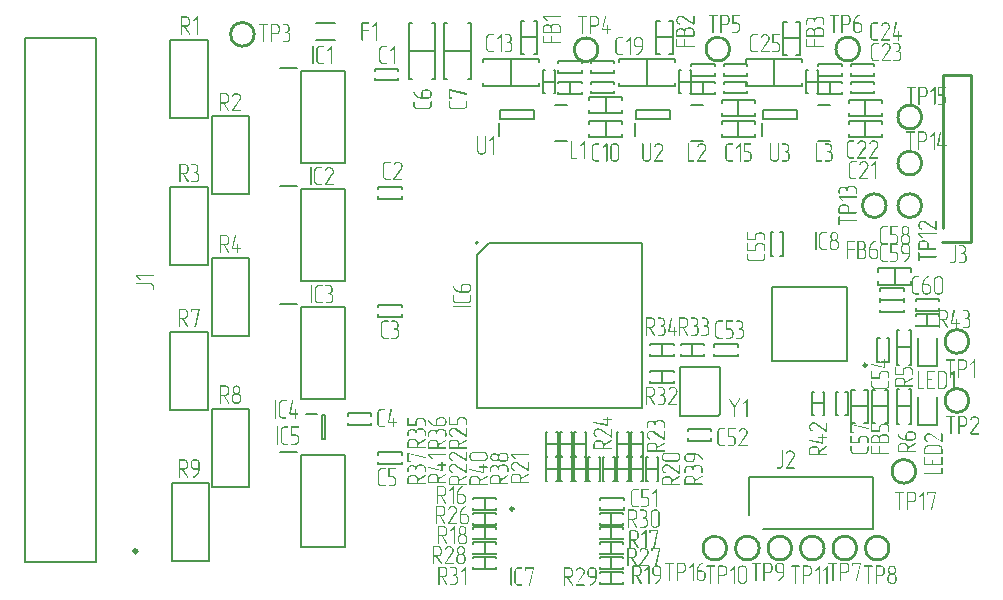
<source format=gto>
G04*
G04 #@! TF.GenerationSoftware,Altium Limited,Altium Designer,24.4.1 (13)*
G04*
G04 Layer_Color=65535*
%FSLAX44Y44*%
%MOMM*%
G71*
G04*
G04 #@! TF.SameCoordinates,925E675A-46DA-42A4-AE84-68A0AB10CA93*
G04*
G04*
G04 #@! TF.FilePolarity,Positive*
G04*
G01*
G75*
%ADD10C,0.2500*%
%ADD11C,0.2540*%
%ADD12C,0.2000*%
%ADD13C,0.3810*%
%ADD14C,0.1000*%
%ADD15C,0.1500*%
G36*
X910157Y490291D02*
X910257D01*
X910377Y490271D01*
X910516Y490251D01*
X910666Y490221D01*
X910836Y490181D01*
X911025Y490131D01*
X911215Y490061D01*
X911405Y489982D01*
X911604Y489892D01*
X911804Y489772D01*
X912004Y489642D01*
X912203Y489492D01*
X912393Y489323D01*
X912403Y489313D01*
X912433Y489283D01*
X912483Y489223D01*
X912553Y489153D01*
X912623Y489053D01*
X912712Y488943D01*
X912802Y488804D01*
X912892Y488664D01*
X912982Y488494D01*
X913072Y488315D01*
X913161Y488115D01*
X913231Y487905D01*
X913301Y487686D01*
X913351Y487446D01*
X913381Y487207D01*
X913391Y486947D01*
Y478033D01*
Y478013D01*
Y477973D01*
X913381Y477903D01*
X913371Y477803D01*
X913361Y477684D01*
X913341Y477544D01*
X913311Y477394D01*
X913271Y477224D01*
X913212Y477045D01*
X913152Y476855D01*
X913072Y476655D01*
X912972Y476456D01*
X912862Y476256D01*
X912732Y476057D01*
X912573Y475857D01*
X912403Y475667D01*
X912393Y475657D01*
X912363Y475627D01*
X912303Y475577D01*
X912233Y475518D01*
X912133Y475438D01*
X912024Y475358D01*
X911884Y475268D01*
X911744Y475178D01*
X911574Y475088D01*
X911395Y474998D01*
X911195Y474919D01*
X910985Y474839D01*
X910766Y474779D01*
X910526Y474729D01*
X910287Y474699D01*
X910027Y474689D01*
X908859D01*
X908789Y474699D01*
X908699Y474709D01*
X908590Y474719D01*
X908460Y474739D01*
X908310Y474769D01*
X908150Y474809D01*
X907971Y474859D01*
X907791Y474929D01*
X907591Y475008D01*
X907402Y475098D01*
X907202Y475208D01*
X907002Y475338D01*
X906803Y475488D01*
X906603Y475657D01*
X906593Y475667D01*
X906563Y475697D01*
X906513Y475757D01*
X906443Y475827D01*
X906364Y475927D01*
X906274Y476036D01*
X906184Y476166D01*
X906094Y476316D01*
X905994Y476486D01*
X905904Y476665D01*
X905815Y476855D01*
X905735Y477065D01*
X905675Y477294D01*
X905615Y477524D01*
X905585Y477773D01*
X905575Y478033D01*
Y486947D01*
Y486967D01*
Y487007D01*
X905585Y487077D01*
X905595Y487177D01*
X905605Y487286D01*
X905625Y487426D01*
X905655Y487576D01*
X905695Y487746D01*
X905745Y487925D01*
X905815Y488105D01*
X905894Y488305D01*
X905984Y488504D01*
X906094Y488704D01*
X906224Y488904D01*
X906374Y489103D01*
X906543Y489293D01*
X906553Y489303D01*
X906583Y489333D01*
X906643Y489383D01*
X906713Y489453D01*
X906813Y489523D01*
X906923Y489612D01*
X907052Y489702D01*
X907202Y489802D01*
X907372Y489892D01*
X907552Y489982D01*
X907741Y490071D01*
X907951Y490141D01*
X908180Y490211D01*
X908410Y490261D01*
X908660Y490291D01*
X908919Y490301D01*
X910087D01*
X910157Y490291D01*
D02*
G37*
G36*
X900664Y490301D02*
X900714Y490291D01*
X900774Y490271D01*
X900834Y490231D01*
X900893Y490191D01*
X900953Y490131D01*
X900963Y490121D01*
X900973Y490102D01*
X901003Y490061D01*
X901033Y490012D01*
X901053Y489952D01*
X901083Y489882D01*
X901093Y489802D01*
X901103Y489722D01*
Y489712D01*
Y489702D01*
X901093Y489632D01*
X901073Y489543D01*
X901033Y489453D01*
Y489443D01*
X901023Y489433D01*
X901003Y489413D01*
X900973Y489383D01*
X900933Y489343D01*
X900883Y489303D01*
X900824Y489263D01*
X900744Y489213D01*
X900534Y489133D01*
X900285Y489023D01*
X899815Y488784D01*
X899795Y488774D01*
X899745Y488734D01*
X899656Y488684D01*
X899546Y488614D01*
X899416Y488524D01*
X899276Y488424D01*
X899137Y488305D01*
X898987Y488185D01*
X898977Y488175D01*
X898957Y488165D01*
X898917Y488125D01*
X898867Y488085D01*
X898807Y488025D01*
X898737Y487965D01*
X898657Y487885D01*
X898568Y487796D01*
X898468Y487686D01*
X898358Y487576D01*
X898248Y487446D01*
X898138Y487316D01*
X898018Y487167D01*
X897899Y487007D01*
X897769Y486837D01*
X897649Y486658D01*
Y486648D01*
X897629Y486628D01*
X897609Y486588D01*
X897579Y486538D01*
X897549Y486478D01*
X897510Y486398D01*
X897459Y486318D01*
X897410Y486218D01*
X897300Y485999D01*
X897190Y485739D01*
X897070Y485460D01*
X896951Y485160D01*
Y485150D01*
X896941Y485120D01*
X896920Y485080D01*
X896900Y485020D01*
X896881Y484951D01*
X896861Y484861D01*
X896831Y484761D01*
X896801Y484661D01*
X896751Y484422D01*
X896701Y484162D01*
X896661Y483882D01*
X896651Y483613D01*
X900035D01*
X900115Y483603D01*
X900215D01*
X900334Y483583D01*
X900474Y483563D01*
X900634Y483533D01*
X900804Y483493D01*
X900993Y483443D01*
X901183Y483373D01*
X901383Y483294D01*
X901582Y483204D01*
X901782Y483084D01*
X901982Y482954D01*
X902171Y482804D01*
X902361Y482635D01*
X902371Y482625D01*
X902401Y482595D01*
X902451Y482535D01*
X902511Y482465D01*
X902590Y482365D01*
X902670Y482255D01*
X902760Y482126D01*
X902850Y481976D01*
X902940Y481806D01*
X903030Y481627D01*
X903110Y481437D01*
X903189Y481227D01*
X903249Y480998D01*
X903299Y480768D01*
X903329Y480518D01*
X903339Y480259D01*
Y478033D01*
Y478013D01*
Y477973D01*
X903329Y477893D01*
Y477803D01*
X903309Y477684D01*
X903289Y477544D01*
X903259Y477384D01*
X903219Y477214D01*
X903169Y477035D01*
X903100Y476835D01*
X903020Y476646D01*
X902930Y476446D01*
X902810Y476236D01*
X902680Y476036D01*
X902531Y475847D01*
X902361Y475657D01*
X902351Y475647D01*
X902321Y475617D01*
X902261Y475567D01*
X902191Y475508D01*
X902091Y475438D01*
X901982Y475348D01*
X901842Y475268D01*
X901702Y475178D01*
X901532Y475078D01*
X901353Y474998D01*
X901153Y474919D01*
X900943Y474839D01*
X900724Y474779D01*
X900484Y474729D01*
X900245Y474699D01*
X899985Y474689D01*
X898817D01*
X898747Y474699D01*
X898657Y474709D01*
X898548Y474719D01*
X898418Y474739D01*
X898268Y474769D01*
X898108Y474809D01*
X897929Y474859D01*
X897749Y474929D01*
X897549Y475008D01*
X897360Y475098D01*
X897160Y475208D01*
X896960Y475338D01*
X896761Y475488D01*
X896561Y475657D01*
X896551Y475667D01*
X896521Y475697D01*
X896471Y475757D01*
X896401Y475827D01*
X896322Y475927D01*
X896232Y476036D01*
X896142Y476166D01*
X896052Y476316D01*
X895952Y476486D01*
X895862Y476665D01*
X895773Y476855D01*
X895693Y477065D01*
X895633Y477294D01*
X895573Y477524D01*
X895543Y477773D01*
X895533Y478033D01*
Y482994D01*
Y483004D01*
Y483024D01*
Y483054D01*
Y483094D01*
Y483154D01*
X895543Y483224D01*
Y483304D01*
X895553Y483383D01*
X895573Y483593D01*
X895593Y483833D01*
X895633Y484102D01*
X895683Y484392D01*
X895743Y484711D01*
X895823Y485051D01*
X895922Y485400D01*
X896032Y485769D01*
X896172Y486138D01*
X896332Y486508D01*
X896511Y486877D01*
X896721Y487247D01*
Y487257D01*
X896741Y487267D01*
X896751Y487296D01*
X896781Y487336D01*
X896861Y487446D01*
X896960Y487586D01*
X897090Y487766D01*
X897260Y487955D01*
X897450Y488175D01*
X897669Y488414D01*
X897909Y488654D01*
X898178Y488904D01*
X898478Y489153D01*
X898797Y489403D01*
X899146Y489642D01*
X899526Y489872D01*
X899925Y490071D01*
X900344Y490261D01*
X900584Y490311D01*
X900624D01*
X900664Y490301D01*
D02*
G37*
G36*
X892808Y490291D02*
X892858Y490281D01*
X892918Y490261D01*
X892988Y490221D01*
X893047Y490181D01*
X893117Y490121D01*
X893127Y490111D01*
X893147Y490092D01*
X893177Y490051D01*
X893207Y490012D01*
X893267Y489882D01*
X893287Y489812D01*
X893297Y489742D01*
Y489732D01*
Y489702D01*
X893287Y489662D01*
X893277Y489612D01*
X893257Y489552D01*
X893237Y489492D01*
X893197Y489423D01*
X893147Y489353D01*
X893137Y489343D01*
X893117Y489323D01*
X893087Y489303D01*
X893047Y489273D01*
X892988Y489233D01*
X892918Y489213D01*
X892838Y489193D01*
X892738Y489183D01*
X889873D01*
X889803Y489173D01*
X889723Y489163D01*
X889633Y489153D01*
X889534Y489133D01*
X889414Y489103D01*
X889164Y489023D01*
X889035Y488974D01*
X888905Y488914D01*
X888765Y488834D01*
X888635Y488744D01*
X888505Y488644D01*
X888376Y488534D01*
X888366Y488524D01*
X888346Y488504D01*
X888316Y488464D01*
X888276Y488424D01*
X888226Y488355D01*
X888166Y488285D01*
X888116Y488195D01*
X888056Y488095D01*
X887986Y487985D01*
X887936Y487865D01*
X887877Y487736D01*
X887827Y487596D01*
X887787Y487446D01*
X887757Y487286D01*
X887737Y487117D01*
X887727Y486947D01*
Y478033D01*
Y478023D01*
Y477993D01*
Y477943D01*
X887737Y477883D01*
X887747Y477803D01*
X887757Y477704D01*
X887777Y477604D01*
X887807Y477494D01*
X887887Y477244D01*
X887936Y477115D01*
X887996Y476985D01*
X888076Y476845D01*
X888166Y476715D01*
X888266Y476586D01*
X888376Y476456D01*
X888386Y476446D01*
X888406Y476426D01*
X888446Y476396D01*
X888495Y476356D01*
X888555Y476306D01*
X888635Y476246D01*
X888725Y476196D01*
X888825Y476136D01*
X888935Y476067D01*
X889054Y476017D01*
X889324Y475907D01*
X889474Y475867D01*
X889623Y475837D01*
X889793Y475817D01*
X889963Y475807D01*
X892768D01*
X892808Y475797D01*
X892858Y475787D01*
X892918Y475767D01*
X892988Y475727D01*
X893047Y475687D01*
X893117Y475627D01*
X893127Y475617D01*
X893147Y475597D01*
X893177Y475557D01*
X893207Y475518D01*
X893267Y475388D01*
X893287Y475318D01*
X893297Y475248D01*
Y475238D01*
Y475208D01*
X893287Y475168D01*
X893277Y475118D01*
X893257Y475058D01*
X893237Y474998D01*
X893197Y474929D01*
X893147Y474859D01*
X893137Y474849D01*
X893117Y474829D01*
X893087Y474809D01*
X893047Y474779D01*
X892988Y474739D01*
X892918Y474719D01*
X892838Y474699D01*
X892738Y474689D01*
X889903D01*
X889833Y474699D01*
X889743Y474709D01*
X889633Y474719D01*
X889494Y474739D01*
X889344Y474769D01*
X889184Y474809D01*
X889005Y474859D01*
X888815Y474929D01*
X888625Y475008D01*
X888426Y475098D01*
X888226Y475208D01*
X888026Y475338D01*
X887827Y475488D01*
X887627Y475657D01*
X887617Y475667D01*
X887587Y475707D01*
X887537Y475757D01*
X887467Y475837D01*
X887387Y475927D01*
X887308Y476036D01*
X887218Y476176D01*
X887118Y476326D01*
X887028Y476486D01*
X886928Y476665D01*
X886849Y476865D01*
X886769Y477075D01*
X886699Y477294D01*
X886649Y477534D01*
X886619Y477773D01*
X886609Y478033D01*
Y486947D01*
Y486967D01*
Y487007D01*
X886619Y487077D01*
X886629Y487177D01*
X886639Y487286D01*
X886659Y487426D01*
X886689Y487576D01*
X886729Y487746D01*
X886779Y487925D01*
X886849Y488105D01*
X886928Y488305D01*
X887018Y488504D01*
X887128Y488704D01*
X887258Y488904D01*
X887408Y489103D01*
X887577Y489293D01*
X887587Y489303D01*
X887617Y489333D01*
X887677Y489383D01*
X887747Y489453D01*
X887847Y489523D01*
X887956Y489612D01*
X888086Y489702D01*
X888236Y489802D01*
X888406Y489892D01*
X888585Y489982D01*
X888785Y490071D01*
X888995Y490141D01*
X889214Y490211D01*
X889454Y490261D01*
X889703Y490291D01*
X889963Y490301D01*
X892768D01*
X892808Y490291D01*
D02*
G37*
G36*
X874796Y532796D02*
X874846Y532786D01*
X874906Y532766D01*
X874976Y532726D01*
X875035Y532686D01*
X875105Y532626D01*
X875115Y532616D01*
X875135Y532596D01*
X875165Y532556D01*
X875195Y532517D01*
X875255Y532387D01*
X875275Y532317D01*
X875285Y532247D01*
Y532237D01*
Y532207D01*
X875275Y532167D01*
X875265Y532117D01*
X875245Y532057D01*
X875225Y531997D01*
X875185Y531928D01*
X875135Y531858D01*
X875125Y531848D01*
X875105Y531828D01*
X875075Y531808D01*
X875025Y531778D01*
X874966Y531738D01*
X874896Y531718D01*
X874816Y531698D01*
X874726Y531688D01*
X869715D01*
Y526108D01*
X872011D01*
X872081Y526098D01*
X872181Y526088D01*
X872300Y526078D01*
X872440Y526058D01*
X872590Y526028D01*
X872759Y525988D01*
X872939Y525928D01*
X873129Y525868D01*
X873318Y525789D01*
X873518Y525689D01*
X873718Y525579D01*
X873917Y525449D01*
X874107Y525289D01*
X874297Y525120D01*
X874307Y525110D01*
X874337Y525080D01*
X874387Y525020D01*
X874456Y524950D01*
X874526Y524850D01*
X874606Y524740D01*
X874696Y524611D01*
X874796Y524461D01*
X874886Y524291D01*
X874976Y524112D01*
X875055Y523922D01*
X875135Y523712D01*
X875195Y523493D01*
X875245Y523263D01*
X875275Y523013D01*
X875285Y522764D01*
Y520538D01*
Y520518D01*
Y520478D01*
X875275Y520408D01*
X875265Y520308D01*
X875255Y520189D01*
X875235Y520049D01*
X875205Y519899D01*
X875165Y519729D01*
X875105Y519550D01*
X875045Y519360D01*
X874966Y519160D01*
X874866Y518961D01*
X874756Y518761D01*
X874626Y518562D01*
X874466Y518362D01*
X874297Y518172D01*
X874287Y518162D01*
X874257Y518132D01*
X874197Y518082D01*
X874127Y518022D01*
X874027Y517943D01*
X873917Y517863D01*
X873843Y517811D01*
X874756D01*
X874796Y517801D01*
X874846Y517791D01*
X874906Y517771D01*
X874976Y517731D01*
X875035Y517691D01*
X875105Y517631D01*
X875115Y517621D01*
X875135Y517602D01*
X875165Y517562D01*
X875195Y517522D01*
X875255Y517392D01*
X875275Y517322D01*
X875285Y517252D01*
Y517242D01*
Y517212D01*
X875275Y517172D01*
X875265Y517122D01*
X875245Y517062D01*
X875225Y517002D01*
X875185Y516933D01*
X875135Y516863D01*
X875125Y516853D01*
X875105Y516833D01*
X875075Y516813D01*
X875025Y516783D01*
X874966Y516743D01*
X874896Y516723D01*
X874816Y516703D01*
X874726Y516693D01*
X869715D01*
Y511113D01*
X872011D01*
X872081Y511103D01*
X872181Y511093D01*
X872300Y511083D01*
X872440Y511063D01*
X872590Y511033D01*
X872759Y510993D01*
X872939Y510933D01*
X873129Y510873D01*
X873318Y510794D01*
X873518Y510694D01*
X873718Y510584D01*
X873917Y510454D01*
X874107Y510294D01*
X874297Y510125D01*
X874307Y510115D01*
X874337Y510085D01*
X874387Y510025D01*
X874456Y509955D01*
X874526Y509855D01*
X874606Y509745D01*
X874696Y509616D01*
X874796Y509466D01*
X874886Y509296D01*
X874976Y509117D01*
X875055Y508927D01*
X875135Y508717D01*
X875195Y508498D01*
X875245Y508268D01*
X875275Y508019D01*
X875285Y507769D01*
Y505543D01*
Y505523D01*
Y505483D01*
X875275Y505413D01*
X875265Y505313D01*
X875255Y505194D01*
X875235Y505054D01*
X875205Y504904D01*
X875165Y504734D01*
X875105Y504555D01*
X875045Y504365D01*
X874966Y504165D01*
X874866Y503966D01*
X874756Y503766D01*
X874626Y503567D01*
X874466Y503367D01*
X874297Y503177D01*
X874287Y503167D01*
X874257Y503137D01*
X874197Y503087D01*
X874127Y503027D01*
X874027Y502948D01*
X873917Y502868D01*
X873788Y502778D01*
X873638Y502688D01*
X873478Y502598D01*
X873299Y502508D01*
X873099Y502429D01*
X872899Y502349D01*
X872680Y502289D01*
X872440Y502239D01*
X872200Y502209D01*
X871951Y502199D01*
X869106D01*
X869056Y502209D01*
X869006Y502219D01*
X868936Y502239D01*
X868867Y502259D01*
X868797Y502299D01*
X868737Y502349D01*
X868727Y502359D01*
X868717Y502379D01*
X868697Y502419D01*
X868667Y502468D01*
X868637Y502528D01*
X868617Y502598D01*
X868607Y502678D01*
X868597Y502758D01*
Y502768D01*
Y502778D01*
X868607Y502808D01*
X868617Y502848D01*
X868627Y502898D01*
X868657Y502948D01*
X868687Y503018D01*
X868727Y503097D01*
X868737Y503107D01*
X868757Y503127D01*
X868787Y503167D01*
X868837Y503207D01*
X868886Y503247D01*
X868966Y503287D01*
X869046Y503307D01*
X869146Y503317D01*
X872031D01*
X872101Y503327D01*
X872181Y503337D01*
X872270Y503347D01*
X872370Y503367D01*
X872490Y503397D01*
X872730Y503477D01*
X872869Y503527D01*
X872999Y503587D01*
X873129Y503656D01*
X873269Y503746D01*
X873398Y503846D01*
X873518Y503956D01*
X873528Y503966D01*
X873548Y503986D01*
X873578Y504026D01*
X873618Y504076D01*
X873668Y504136D01*
X873728Y504215D01*
X873778Y504295D01*
X873848Y504395D01*
X873907Y504505D01*
X873957Y504625D01*
X874067Y504904D01*
X874107Y505044D01*
X874137Y505204D01*
X874157Y505373D01*
X874167Y505543D01*
Y507769D01*
Y507779D01*
Y507809D01*
Y507859D01*
X874157Y507929D01*
X874147Y508009D01*
X874137Y508098D01*
X874117Y508198D01*
X874087Y508318D01*
X874007Y508558D01*
X873957Y508697D01*
X873897Y508827D01*
X873818Y508957D01*
X873728Y509097D01*
X873628Y509226D01*
X873518Y509346D01*
X873508Y509356D01*
X873488Y509376D01*
X873448Y509406D01*
X873398Y509446D01*
X873338Y509496D01*
X873269Y509556D01*
X873179Y509606D01*
X873079Y509676D01*
X872969Y509735D01*
X872849Y509785D01*
X872580Y509895D01*
X872430Y509935D01*
X872280Y509965D01*
X872111Y509985D01*
X871941Y509995D01*
X869126D01*
X869056Y510005D01*
X868976Y510025D01*
X868876Y510065D01*
X868767Y510125D01*
X868687Y510225D01*
X868647Y510294D01*
X868617Y510364D01*
X868607Y510444D01*
X868597Y510544D01*
Y517252D01*
Y517262D01*
Y517272D01*
X868607Y517342D01*
X868627Y517432D01*
X868652Y517494D01*
X868637Y517523D01*
X868617Y517593D01*
X868607Y517673D01*
X868597Y517753D01*
Y517763D01*
Y517773D01*
X868607Y517803D01*
X868617Y517843D01*
X868627Y517893D01*
X868657Y517943D01*
X868687Y518013D01*
X868727Y518092D01*
X868737Y518102D01*
X868757Y518122D01*
X868787Y518162D01*
X868837Y518202D01*
X868886Y518242D01*
X868966Y518282D01*
X869046Y518302D01*
X869146Y518312D01*
X872031D01*
X872101Y518322D01*
X872181Y518332D01*
X872270Y518342D01*
X872370Y518362D01*
X872490Y518392D01*
X872730Y518472D01*
X872869Y518521D01*
X872999Y518581D01*
X873129Y518651D01*
X873269Y518741D01*
X873398Y518841D01*
X873518Y518951D01*
X873528Y518961D01*
X873548Y518981D01*
X873578Y519021D01*
X873618Y519071D01*
X873668Y519131D01*
X873728Y519210D01*
X873778Y519290D01*
X873848Y519390D01*
X873907Y519500D01*
X873957Y519620D01*
X874067Y519899D01*
X874107Y520039D01*
X874137Y520199D01*
X874157Y520368D01*
X874167Y520538D01*
Y522764D01*
Y522774D01*
Y522804D01*
Y522854D01*
X874157Y522924D01*
X874147Y523004D01*
X874137Y523093D01*
X874117Y523193D01*
X874087Y523313D01*
X874007Y523553D01*
X873957Y523692D01*
X873897Y523822D01*
X873818Y523952D01*
X873728Y524092D01*
X873628Y524221D01*
X873518Y524341D01*
X873508Y524351D01*
X873488Y524371D01*
X873448Y524401D01*
X873398Y524441D01*
X873338Y524491D01*
X873269Y524551D01*
X873179Y524601D01*
X873079Y524671D01*
X872969Y524730D01*
X872849Y524780D01*
X872580Y524890D01*
X872430Y524930D01*
X872280Y524960D01*
X872111Y524980D01*
X871941Y524990D01*
X869126D01*
X869056Y525000D01*
X868976Y525020D01*
X868876Y525060D01*
X868767Y525120D01*
X868687Y525220D01*
X868647Y525289D01*
X868617Y525359D01*
X868607Y525439D01*
X868597Y525539D01*
Y532247D01*
Y532257D01*
Y532267D01*
X868607Y532337D01*
X868627Y532427D01*
X868667Y532527D01*
X868727Y532626D01*
X868827Y532716D01*
X868896Y532756D01*
X868966Y532786D01*
X869046Y532796D01*
X869146Y532806D01*
X874756D01*
X874796Y532796D01*
D02*
G37*
G36*
X865872D02*
X865922Y532786D01*
X865982Y532766D01*
X866051Y532726D01*
X866111Y532686D01*
X866181Y532626D01*
X866191Y532616D01*
X866211Y532596D01*
X866241Y532556D01*
X866271Y532517D01*
X866331Y532387D01*
X866351Y532317D01*
X866361Y532247D01*
Y532237D01*
Y532207D01*
X866351Y532167D01*
X866341Y532117D01*
X866321Y532057D01*
X866301Y531997D01*
X866261Y531928D01*
X866211Y531858D01*
X866201Y531848D01*
X866181Y531828D01*
X866151Y531808D01*
X866111Y531778D01*
X866051Y531738D01*
X865982Y531718D01*
X865902Y531698D01*
X865802Y531688D01*
X862937D01*
X862867Y531678D01*
X862787Y531668D01*
X862698Y531658D01*
X862598Y531638D01*
X862478Y531608D01*
X862228Y531528D01*
X862099Y531478D01*
X861969Y531418D01*
X861829Y531339D01*
X861699Y531249D01*
X861570Y531149D01*
X861440Y531039D01*
X861430Y531029D01*
X861410Y531009D01*
X861380Y530969D01*
X861340Y530929D01*
X861290Y530859D01*
X861230Y530790D01*
X861180Y530700D01*
X861120Y530600D01*
X861050Y530490D01*
X861001Y530370D01*
X860941Y530241D01*
X860891Y530101D01*
X860851Y529951D01*
X860821Y529791D01*
X860801Y529622D01*
X860791Y529452D01*
Y520538D01*
Y520528D01*
Y520498D01*
Y520448D01*
X860801Y520388D01*
X860811Y520308D01*
X860821Y520209D01*
X860841Y520109D01*
X860871Y519999D01*
X860951Y519749D01*
X861001Y519620D01*
X861060Y519490D01*
X861140Y519350D01*
X861230Y519220D01*
X861330Y519090D01*
X861440Y518961D01*
X861450Y518951D01*
X861470Y518931D01*
X861510Y518901D01*
X861560Y518861D01*
X861619Y518811D01*
X861699Y518751D01*
X861789Y518701D01*
X861889Y518641D01*
X861999Y518572D01*
X862119Y518521D01*
X862388Y518412D01*
X862538Y518372D01*
X862688Y518342D01*
X862857Y518322D01*
X863027Y518312D01*
X865832D01*
X865872Y518302D01*
X865922Y518292D01*
X865982Y518272D01*
X866051Y518232D01*
X866111Y518192D01*
X866181Y518132D01*
X866191Y518122D01*
X866211Y518102D01*
X866241Y518062D01*
X866271Y518022D01*
X866331Y517893D01*
X866351Y517823D01*
X866361Y517753D01*
Y517743D01*
Y517713D01*
X866351Y517673D01*
X866341Y517623D01*
X866321Y517563D01*
X866301Y517503D01*
X866289Y517482D01*
X866331Y517392D01*
X866351Y517322D01*
X866361Y517252D01*
Y517242D01*
Y517212D01*
X866351Y517172D01*
X866341Y517122D01*
X866321Y517062D01*
X866301Y517002D01*
X866261Y516933D01*
X866211Y516863D01*
X866201Y516853D01*
X866181Y516833D01*
X866151Y516813D01*
X866111Y516783D01*
X866051Y516743D01*
X865982Y516723D01*
X865902Y516703D01*
X865802Y516693D01*
X862937D01*
X862867Y516683D01*
X862787Y516673D01*
X862698Y516663D01*
X862598Y516643D01*
X862478Y516613D01*
X862228Y516533D01*
X862099Y516483D01*
X861969Y516424D01*
X861829Y516344D01*
X861699Y516254D01*
X861570Y516154D01*
X861440Y516044D01*
X861430Y516034D01*
X861410Y516014D01*
X861380Y515974D01*
X861340Y515934D01*
X861290Y515865D01*
X861230Y515795D01*
X861180Y515705D01*
X861120Y515605D01*
X861050Y515495D01*
X861001Y515375D01*
X860941Y515246D01*
X860891Y515106D01*
X860851Y514956D01*
X860821Y514796D01*
X860801Y514627D01*
X860791Y514457D01*
Y505543D01*
Y505533D01*
Y505503D01*
Y505453D01*
X860801Y505393D01*
X860811Y505313D01*
X860821Y505214D01*
X860841Y505114D01*
X860871Y505004D01*
X860951Y504754D01*
X861001Y504625D01*
X861060Y504495D01*
X861140Y504355D01*
X861230Y504225D01*
X861330Y504096D01*
X861440Y503966D01*
X861450Y503956D01*
X861470Y503936D01*
X861510Y503906D01*
X861560Y503866D01*
X861619Y503816D01*
X861699Y503756D01*
X861789Y503706D01*
X861889Y503646D01*
X861999Y503577D01*
X862119Y503527D01*
X862388Y503417D01*
X862538Y503377D01*
X862688Y503347D01*
X862857Y503327D01*
X863027Y503317D01*
X865832D01*
X865872Y503307D01*
X865922Y503297D01*
X865982Y503277D01*
X866051Y503237D01*
X866111Y503197D01*
X866181Y503137D01*
X866191Y503127D01*
X866211Y503107D01*
X866241Y503067D01*
X866271Y503027D01*
X866331Y502898D01*
X866351Y502828D01*
X866361Y502758D01*
Y502748D01*
Y502718D01*
X866351Y502678D01*
X866341Y502628D01*
X866321Y502568D01*
X866301Y502508D01*
X866261Y502439D01*
X866211Y502369D01*
X866201Y502359D01*
X866181Y502339D01*
X866151Y502319D01*
X866111Y502289D01*
X866051Y502249D01*
X865982Y502229D01*
X865902Y502209D01*
X865802Y502199D01*
X862967D01*
X862897Y502209D01*
X862807Y502219D01*
X862698Y502229D01*
X862558Y502249D01*
X862408Y502279D01*
X862248Y502319D01*
X862069Y502369D01*
X861879Y502439D01*
X861689Y502518D01*
X861490Y502608D01*
X861290Y502718D01*
X861090Y502848D01*
X860891Y502998D01*
X860691Y503167D01*
X860681Y503177D01*
X860651Y503217D01*
X860601Y503267D01*
X860531Y503347D01*
X860452Y503437D01*
X860372Y503546D01*
X860282Y503686D01*
X860182Y503836D01*
X860092Y503996D01*
X859992Y504175D01*
X859912Y504375D01*
X859833Y504585D01*
X859763Y504804D01*
X859713Y505044D01*
X859683Y505283D01*
X859673Y505543D01*
Y514457D01*
Y514477D01*
Y514517D01*
X859683Y514587D01*
X859693Y514687D01*
X859703Y514796D01*
X859723Y514936D01*
X859753Y515086D01*
X859793Y515256D01*
X859843Y515435D01*
X859912Y515615D01*
X859992Y515815D01*
X860082Y516014D01*
X860192Y516214D01*
X860322Y516414D01*
X860471Y516613D01*
X860641Y516803D01*
X860651Y516813D01*
X860681Y516843D01*
X860741Y516893D01*
X860811Y516963D01*
X860911Y517033D01*
X861021Y517122D01*
X861150Y517212D01*
X861300Y517312D01*
X861470Y517402D01*
X861649Y517492D01*
X861693Y517512D01*
X861689Y517513D01*
X861490Y517603D01*
X861290Y517713D01*
X861090Y517843D01*
X860891Y517993D01*
X860691Y518162D01*
X860681Y518172D01*
X860651Y518212D01*
X860601Y518262D01*
X860531Y518342D01*
X860452Y518432D01*
X860372Y518541D01*
X860282Y518681D01*
X860182Y518831D01*
X860092Y518991D01*
X859992Y519170D01*
X859912Y519370D01*
X859833Y519580D01*
X859763Y519799D01*
X859713Y520039D01*
X859683Y520278D01*
X859673Y520538D01*
Y529452D01*
Y529472D01*
Y529512D01*
X859683Y529582D01*
X859693Y529682D01*
X859703Y529791D01*
X859723Y529931D01*
X859753Y530081D01*
X859793Y530251D01*
X859843Y530430D01*
X859912Y530610D01*
X859992Y530810D01*
X860082Y531009D01*
X860192Y531209D01*
X860322Y531409D01*
X860471Y531608D01*
X860641Y531798D01*
X860651Y531808D01*
X860681Y531838D01*
X860741Y531888D01*
X860811Y531958D01*
X860911Y532028D01*
X861021Y532117D01*
X861150Y532207D01*
X861300Y532307D01*
X861470Y532397D01*
X861649Y532487D01*
X861849Y532576D01*
X862059Y532646D01*
X862278Y532716D01*
X862518Y532766D01*
X862767Y532796D01*
X863027Y532806D01*
X865832D01*
X865872Y532796D01*
D02*
G37*
G36*
X881544D02*
X881634D01*
X881753Y532776D01*
X881893Y532756D01*
X882053Y532726D01*
X882223Y532686D01*
X882402Y532636D01*
X882602Y532566D01*
X882802Y532487D01*
X883001Y532397D01*
X883201Y532277D01*
X883411Y532147D01*
X883610Y531997D01*
X883800Y531828D01*
X883810Y531818D01*
X883820Y531808D01*
X883850Y531778D01*
X883880Y531748D01*
X883970Y531648D01*
X884079Y531518D01*
X884199Y531359D01*
X884319Y531179D01*
X884439Y530979D01*
X884538Y530760D01*
X884708Y530171D01*
X884768Y529811D01*
Y529462D01*
Y528334D01*
Y528324D01*
Y528294D01*
Y528254D01*
Y528194D01*
X884758Y528124D01*
X884748Y528045D01*
X884738Y527945D01*
X884728Y527845D01*
X884688Y527625D01*
X884638Y527376D01*
X884558Y527126D01*
X884459Y526887D01*
Y526877D01*
X884449Y526857D01*
X884429Y526827D01*
X884399Y526777D01*
X884369Y526727D01*
X884329Y526657D01*
X884229Y526507D01*
X884099Y526328D01*
X883940Y526138D01*
X883750Y525928D01*
X883530Y525729D01*
X883540D01*
X883560Y525709D01*
X883600Y525689D01*
X883660Y525659D01*
X883720Y525619D01*
X883800Y525569D01*
X883979Y525439D01*
X884179Y525270D01*
X884279Y525180D01*
X884389Y525070D01*
X884499Y524950D01*
X884608Y524820D01*
X884708Y524681D01*
X884808Y524531D01*
X884818Y524521D01*
X884828Y524491D01*
X884858Y524451D01*
X884888Y524391D01*
X884928Y524311D01*
X884968Y524221D01*
X885018Y524112D01*
X885068Y524002D01*
X885117Y523872D01*
X885167Y523732D01*
X885247Y523433D01*
X885307Y523113D01*
X885317Y522944D01*
X885327Y522764D01*
Y520538D01*
Y520518D01*
Y520478D01*
X885317Y520398D01*
Y520308D01*
X885297Y520189D01*
X885277Y520049D01*
X885247Y519889D01*
X885207Y519719D01*
X885157Y519540D01*
X885088Y519340D01*
X885008Y519150D01*
X884918Y518951D01*
X884798Y518741D01*
X884668Y518541D01*
X884519Y518352D01*
X884349Y518162D01*
X884339Y518152D01*
X884309Y518122D01*
X884249Y518072D01*
X884179Y518013D01*
X884079Y517943D01*
X883970Y517853D01*
X883830Y517773D01*
X883690Y517683D01*
X883520Y517583D01*
X883341Y517504D01*
X883371Y517492D01*
X883570Y517392D01*
X883770Y517282D01*
X883970Y517152D01*
X884169Y516993D01*
X884359Y516823D01*
X884369Y516813D01*
X884379Y516803D01*
X884409Y516773D01*
X884439Y516743D01*
X884529Y516643D01*
X884638Y516513D01*
X884758Y516354D01*
X884878Y516174D01*
X884998Y515974D01*
X885098Y515755D01*
X885267Y515166D01*
X885327Y514807D01*
Y514457D01*
Y509496D01*
Y509486D01*
Y509466D01*
Y509436D01*
Y509396D01*
Y509336D01*
X885317Y509266D01*
Y509197D01*
X885307Y509107D01*
X885287Y508897D01*
X885267Y508657D01*
X885227Y508388D01*
X885177Y508098D01*
X885117Y507779D01*
X885038Y507440D01*
X884938Y507090D01*
X884818Y506721D01*
X884688Y506352D01*
X884529Y505982D01*
X884339Y505613D01*
X884129Y505243D01*
Y505233D01*
X884119Y505224D01*
X884099Y505194D01*
X884069Y505154D01*
X883989Y505044D01*
X883890Y504904D01*
X883760Y504734D01*
X883590Y504535D01*
X883401Y504315D01*
X883191Y504086D01*
X882941Y503836D01*
X882672Y503587D01*
X882372Y503337D01*
X882053Y503087D01*
X881704Y502848D01*
X881324Y502618D01*
X880925Y502419D01*
X880506Y502229D01*
X880266Y502189D01*
X880246D01*
X880216Y502199D01*
X880176Y502209D01*
X880126Y502229D01*
X880057Y502259D01*
X879977Y502299D01*
X879887Y502349D01*
X879877Y502359D01*
X879867Y502379D01*
X879847Y502419D01*
X879817Y502468D01*
X879787Y502528D01*
X879767Y502598D01*
X879757Y502678D01*
X879747Y502768D01*
Y502778D01*
Y502798D01*
Y502828D01*
X879757Y502868D01*
X879777Y502958D01*
X879807Y503057D01*
Y503067D01*
X879817Y503077D01*
X879837Y503107D01*
X879867Y503137D01*
X879907Y503177D01*
X879967Y503207D01*
X880027Y503247D01*
X880106Y503277D01*
X880126Y503287D01*
X880176Y503307D01*
X880256Y503337D01*
X880366Y503377D01*
X880506Y503437D01*
X880656Y503517D01*
X880835Y503606D01*
X881025Y503706D01*
X881444Y503976D01*
X881594Y504076D01*
X881863Y504305D01*
X881873Y504315D01*
X881893Y504335D01*
X881933Y504365D01*
X881983Y504405D01*
X882043Y504465D01*
X882113Y504525D01*
X882193Y504605D01*
X882283Y504695D01*
X882382Y504804D01*
X882492Y504914D01*
X882602Y505044D01*
X882712Y505174D01*
X882832Y505323D01*
X882951Y505483D01*
X883081Y505653D01*
X883201Y505832D01*
Y505842D01*
X883221Y505862D01*
X883241Y505902D01*
X883271Y505952D01*
X883301Y506022D01*
X883341Y506092D01*
X883391Y506182D01*
X883440Y506282D01*
X883550Y506501D01*
X883660Y506761D01*
X883780Y507040D01*
X883900Y507340D01*
Y507350D01*
X883910Y507380D01*
X883930Y507420D01*
X883950Y507480D01*
X883970Y507549D01*
X883999Y507639D01*
X884029Y507729D01*
X884059Y507839D01*
X884109Y508078D01*
X884159Y508338D01*
X884199Y508607D01*
X884209Y508887D01*
X880815D01*
X880735Y508897D01*
X880636Y508907D01*
X880516Y508917D01*
X880376Y508937D01*
X880216Y508967D01*
X880047Y509007D01*
X879867Y509057D01*
X879667Y509127D01*
X879468Y509206D01*
X879268Y509296D01*
X879068Y509406D01*
X878869Y509536D01*
X878679Y509686D01*
X878489Y509855D01*
X878479Y509865D01*
X878449Y509895D01*
X878400Y509955D01*
X878340Y510025D01*
X878270Y510125D01*
X878180Y510235D01*
X878100Y510364D01*
X878010Y510514D01*
X877910Y510684D01*
X877831Y510863D01*
X877751Y511053D01*
X877671Y511263D01*
X877611Y511492D01*
X877561Y511722D01*
X877531Y511972D01*
X877521Y512231D01*
Y514457D01*
Y514477D01*
Y514517D01*
X877531Y514587D01*
X877541Y514687D01*
X877551Y514796D01*
X877571Y514936D01*
X877601Y515086D01*
X877641Y515256D01*
X877691Y515435D01*
X877761Y515615D01*
X877840Y515815D01*
X877930Y516014D01*
X878040Y516214D01*
X878170Y516414D01*
X878320Y516613D01*
X878489Y516803D01*
X878499Y516813D01*
X878529Y516843D01*
X878589Y516893D01*
X878659Y516963D01*
X878759Y517033D01*
X878869Y517122D01*
X878998Y517212D01*
X879148Y517312D01*
X879318Y517402D01*
X879498Y517492D01*
X879542Y517512D01*
X879538Y517513D01*
X879348Y517603D01*
X879148Y517713D01*
X878949Y517843D01*
X878749Y517993D01*
X878549Y518162D01*
X878539Y518172D01*
X878509Y518202D01*
X878459Y518262D01*
X878390Y518332D01*
X878310Y518432D01*
X878220Y518541D01*
X878130Y518671D01*
X878040Y518821D01*
X877940Y518991D01*
X877850Y519170D01*
X877761Y519360D01*
X877681Y519570D01*
X877621Y519799D01*
X877561Y520029D01*
X877531Y520278D01*
X877521Y520538D01*
Y522764D01*
Y522774D01*
Y522804D01*
Y522844D01*
X877531Y522914D01*
Y522984D01*
X877541Y523073D01*
X877561Y523183D01*
X877581Y523293D01*
X877631Y523543D01*
X877711Y523822D01*
X877831Y524112D01*
X877900Y524251D01*
X877980Y524401D01*
X877990Y524411D01*
X878000Y524441D01*
X878030Y524481D01*
X878070Y524531D01*
X878120Y524601D01*
X878170Y524681D01*
X878240Y524770D01*
X878320Y524860D01*
X878410Y524970D01*
X878509Y525070D01*
X878739Y525289D01*
X879008Y525519D01*
X879318Y525729D01*
X879308Y525739D01*
X879298Y525749D01*
X879268Y525779D01*
X879228Y525808D01*
X879118Y525908D01*
X878988Y526048D01*
X878849Y526218D01*
X878699Y526408D01*
X878549Y526627D01*
X878410Y526867D01*
Y526877D01*
X878400Y526897D01*
X878380Y526936D01*
X878360Y526986D01*
X878330Y527046D01*
X878310Y527126D01*
X878280Y527206D01*
X878250Y527306D01*
X878180Y527525D01*
X878130Y527775D01*
X878090Y528045D01*
X878080Y528334D01*
Y529482D01*
Y529502D01*
Y529542D01*
X878090Y529612D01*
X878100Y529702D01*
X878110Y529811D01*
X878130Y529941D01*
X878160Y530091D01*
X878200Y530261D01*
X878250Y530440D01*
X878320Y530620D01*
X878400Y530820D01*
X878489Y531019D01*
X878599Y531229D01*
X878729Y531428D01*
X878879Y531638D01*
X879048Y531838D01*
X879058Y531848D01*
X879068Y531858D01*
X879098Y531888D01*
X879138Y531918D01*
X879238Y532007D01*
X879368Y532117D01*
X879528Y532237D01*
X879707Y532357D01*
X879907Y532477D01*
X880116Y532576D01*
X880705Y532746D01*
X881065Y532806D01*
X881464D01*
X881544Y532796D01*
D02*
G37*
G36*
X740995Y452796D02*
X741095D01*
X741215Y452776D01*
X741354Y452756D01*
X741514Y452726D01*
X741684Y452686D01*
X741863Y452636D01*
X742053Y452566D01*
X742253Y452487D01*
X742452Y452397D01*
X742652Y452277D01*
X742851Y452147D01*
X743041Y451997D01*
X743231Y451828D01*
X743241Y451818D01*
X743271Y451788D01*
X743321Y451728D01*
X743381Y451658D01*
X743460Y451558D01*
X743540Y451449D01*
X743630Y451319D01*
X743720Y451169D01*
X743810Y450999D01*
X743900Y450820D01*
X743979Y450630D01*
X744059Y450420D01*
X744119Y450191D01*
X744169Y449961D01*
X744199Y449712D01*
X744209Y449452D01*
Y448344D01*
Y447975D01*
Y447755D01*
X744139Y447525D01*
Y447515D01*
X744129Y447476D01*
X744119Y447416D01*
X744099Y447336D01*
X744059Y447236D01*
X744019Y447136D01*
X743970Y447016D01*
X743900Y446897D01*
Y446887D01*
X743890Y446867D01*
X743870Y446837D01*
X743840Y446797D01*
X743810Y446737D01*
X743770Y446677D01*
X743670Y446527D01*
X743540Y446348D01*
X743381Y446148D01*
X743191Y445938D01*
X742971Y445729D01*
X742981D01*
X743001Y445709D01*
X743041Y445689D01*
X743101Y445659D01*
X743161Y445619D01*
X743241Y445569D01*
X743420Y445449D01*
X743510Y445369D01*
X743620Y445280D01*
X743720Y445180D01*
X743830Y445070D01*
X743940Y444950D01*
X744049Y444820D01*
X744149Y444681D01*
X744249Y444531D01*
X744259Y444521D01*
X744269Y444491D01*
X744299Y444451D01*
X744329Y444391D01*
X744369Y444311D01*
X744409Y444221D01*
X744459Y444112D01*
X744509Y444002D01*
X744558Y443872D01*
X744608Y443732D01*
X744688Y443433D01*
X744748Y443113D01*
X744758Y442944D01*
X744768Y442764D01*
Y440538D01*
Y440518D01*
Y440478D01*
X744758Y440398D01*
Y440308D01*
X744738Y440189D01*
X744718Y440049D01*
X744688Y439889D01*
X744648Y439719D01*
X744598Y439540D01*
X744529Y439340D01*
X744449Y439150D01*
X744359Y438951D01*
X744239Y438741D01*
X744109Y438541D01*
X743960Y438352D01*
X743790Y438162D01*
X743780Y438152D01*
X743750Y438122D01*
X743690Y438072D01*
X743620Y438013D01*
X743520Y437943D01*
X743411Y437853D01*
X743281Y437773D01*
X743131Y437683D01*
X742961Y437583D01*
X742782Y437503D01*
X742592Y437424D01*
X742382Y437344D01*
X742163Y437284D01*
X741923Y437234D01*
X741684Y437204D01*
X741424Y437194D01*
X738589D01*
X738539Y437204D01*
X738489Y437214D01*
X738419Y437234D01*
X738350Y437254D01*
X738280Y437294D01*
X738220Y437344D01*
X738210Y437354D01*
X738200Y437374D01*
X738180Y437413D01*
X738150Y437463D01*
X738120Y437523D01*
X738100Y437593D01*
X738090Y437673D01*
X738080Y437753D01*
Y437763D01*
Y437773D01*
X738090Y437803D01*
X738100Y437843D01*
X738110Y437893D01*
X738140Y437943D01*
X738170Y438013D01*
X738210Y438092D01*
X738220Y438102D01*
X738240Y438122D01*
X738270Y438162D01*
X738320Y438202D01*
X738370Y438242D01*
X738449Y438282D01*
X738529Y438302D01*
X738629Y438312D01*
X741504D01*
X741574Y438322D01*
X741654Y438332D01*
X741743Y438342D01*
X741853Y438362D01*
X741963Y438392D01*
X742213Y438472D01*
X742343Y438522D01*
X742482Y438581D01*
X742612Y438651D01*
X742752Y438741D01*
X742881Y438841D01*
X743001Y438951D01*
X743011Y438961D01*
X743031Y438981D01*
X743061Y439021D01*
X743101Y439071D01*
X743151Y439131D01*
X743211Y439210D01*
X743261Y439290D01*
X743331Y439390D01*
X743391Y439500D01*
X743440Y439620D01*
X743550Y439899D01*
X743590Y440039D01*
X743620Y440199D01*
X743640Y440368D01*
X743650Y440538D01*
Y442764D01*
Y442774D01*
Y442804D01*
Y442854D01*
X743640Y442924D01*
X743630Y443004D01*
X743620Y443093D01*
X743600Y443193D01*
X743570Y443313D01*
X743490Y443553D01*
X743440Y443692D01*
X743381Y443822D01*
X743301Y443952D01*
X743211Y444092D01*
X743111Y444221D01*
X743001Y444341D01*
X742991Y444351D01*
X742971Y444371D01*
X742931Y444401D01*
X742891Y444441D01*
X742822Y444491D01*
X742752Y444551D01*
X742662Y444611D01*
X742562Y444671D01*
X742452Y444730D01*
X742333Y444790D01*
X742203Y444850D01*
X742063Y444900D01*
X741913Y444940D01*
X741753Y444970D01*
X741584Y444990D01*
X741414Y445000D01*
X740815D01*
X740765Y445010D01*
X740715Y445020D01*
X740646Y445040D01*
X740576Y445060D01*
X740506Y445100D01*
X740446Y445150D01*
X740436Y445160D01*
X740426Y445180D01*
X740406Y445220D01*
X740376Y445270D01*
X740346Y445329D01*
X740326Y445399D01*
X740316Y445479D01*
X740306Y445559D01*
Y445569D01*
Y445579D01*
X740316Y445609D01*
X740326Y445649D01*
X740336Y445699D01*
X740366Y445749D01*
X740396Y445818D01*
X740436Y445898D01*
X740446Y445908D01*
X740466Y445928D01*
X740496Y445968D01*
X740546Y446008D01*
X740596Y446048D01*
X740675Y446088D01*
X740755Y446108D01*
X740855Y446118D01*
X740945D01*
X741015Y446128D01*
X741095Y446138D01*
X741184Y446148D01*
X741294Y446168D01*
X741404Y446198D01*
X741654Y446278D01*
X741784Y446328D01*
X741923Y446387D01*
X742053Y446457D01*
X742193Y446547D01*
X742322Y446647D01*
X742442Y446757D01*
X742452Y446767D01*
X742472Y446787D01*
X742502Y446827D01*
X742542Y446877D01*
X742592Y446936D01*
X742652Y447016D01*
X742702Y447096D01*
X742772Y447196D01*
X742832Y447306D01*
X742881Y447426D01*
X742991Y447705D01*
X743031Y447845D01*
X743061Y448005D01*
X743081Y448174D01*
X743091Y448344D01*
Y449452D01*
Y449462D01*
Y449492D01*
Y449542D01*
X743081Y449612D01*
X743071Y449692D01*
X743061Y449781D01*
X743041Y449881D01*
X743011Y450001D01*
X742931Y450241D01*
X742881Y450380D01*
X742822Y450510D01*
X742742Y450640D01*
X742652Y450780D01*
X742552Y450910D01*
X742442Y451029D01*
X742432Y451039D01*
X742412Y451059D01*
X742372Y451089D01*
X742333Y451129D01*
X742263Y451179D01*
X742193Y451239D01*
X742103Y451299D01*
X742003Y451359D01*
X741893Y451419D01*
X741774Y451478D01*
X741644Y451538D01*
X741504Y451588D01*
X741354Y451628D01*
X741195Y451658D01*
X741025Y451678D01*
X740855Y451688D01*
X738589D01*
X738539Y451698D01*
X738489Y451708D01*
X738419Y451728D01*
X738350Y451748D01*
X738280Y451788D01*
X738220Y451838D01*
X738210Y451848D01*
X738200Y451868D01*
X738180Y451908D01*
X738150Y451958D01*
X738120Y452018D01*
X738100Y452087D01*
X738090Y452167D01*
X738080Y452247D01*
Y452257D01*
Y452267D01*
X738090Y452297D01*
X738100Y452337D01*
X738110Y452387D01*
X738140Y452437D01*
X738170Y452507D01*
X738210Y452587D01*
X738220Y452597D01*
X738240Y452616D01*
X738270Y452656D01*
X738320Y452696D01*
X738370Y452736D01*
X738449Y452776D01*
X738529Y452796D01*
X738629Y452806D01*
X740915D01*
X740995Y452796D01*
D02*
G37*
G36*
X735355D02*
X735405Y452786D01*
X735465Y452766D01*
X735535Y452726D01*
X735594Y452686D01*
X735664Y452626D01*
X735674Y452616D01*
X735694Y452597D01*
X735724Y452556D01*
X735754Y452517D01*
X735814Y452387D01*
X735834Y452317D01*
X735844Y452247D01*
Y452237D01*
Y452207D01*
X735834Y452167D01*
X735824Y452117D01*
X735804Y452057D01*
X735784Y451997D01*
X735744Y451928D01*
X735694Y451858D01*
X735684Y451848D01*
X735664Y451828D01*
X735634Y451808D01*
X735584Y451778D01*
X735525Y451738D01*
X735455Y451718D01*
X735375Y451698D01*
X735285Y451688D01*
X730274D01*
Y446108D01*
X732570D01*
X732640Y446098D01*
X732740Y446088D01*
X732859Y446078D01*
X732999Y446058D01*
X733149Y446028D01*
X733318Y445988D01*
X733498Y445928D01*
X733688Y445868D01*
X733878Y445789D01*
X734077Y445689D01*
X734277Y445579D01*
X734476Y445449D01*
X734666Y445289D01*
X734856Y445120D01*
X734866Y445110D01*
X734896Y445080D01*
X734946Y445020D01*
X735015Y444950D01*
X735085Y444850D01*
X735165Y444740D01*
X735255Y444611D01*
X735355Y444461D01*
X735445Y444291D01*
X735535Y444112D01*
X735614Y443922D01*
X735694Y443712D01*
X735754Y443493D01*
X735804Y443263D01*
X735834Y443013D01*
X735844Y442764D01*
Y440538D01*
Y440518D01*
Y440478D01*
X735834Y440408D01*
X735824Y440308D01*
X735814Y440189D01*
X735794Y440049D01*
X735764Y439899D01*
X735724Y439729D01*
X735664Y439550D01*
X735604Y439360D01*
X735525Y439160D01*
X735425Y438961D01*
X735315Y438761D01*
X735185Y438562D01*
X735025Y438362D01*
X734856Y438172D01*
X734846Y438162D01*
X734816Y438132D01*
X734756Y438082D01*
X734686Y438022D01*
X734586Y437943D01*
X734476Y437863D01*
X734347Y437773D01*
X734197Y437683D01*
X734037Y437593D01*
X733858Y437503D01*
X733658Y437424D01*
X733458Y437344D01*
X733239Y437284D01*
X732999Y437234D01*
X732759Y437204D01*
X732510Y437194D01*
X729665D01*
X729615Y437204D01*
X729565Y437214D01*
X729495Y437234D01*
X729426Y437254D01*
X729356Y437294D01*
X729296Y437344D01*
X729286Y437354D01*
X729276Y437374D01*
X729256Y437413D01*
X729226Y437463D01*
X729196Y437523D01*
X729176Y437593D01*
X729166Y437673D01*
X729156Y437753D01*
Y437763D01*
Y437773D01*
X729166Y437803D01*
X729176Y437843D01*
X729186Y437893D01*
X729216Y437943D01*
X729246Y438013D01*
X729286Y438092D01*
X729296Y438102D01*
X729316Y438122D01*
X729346Y438162D01*
X729396Y438202D01*
X729445Y438242D01*
X729525Y438282D01*
X729605Y438302D01*
X729705Y438312D01*
X732590D01*
X732660Y438322D01*
X732740Y438332D01*
X732829Y438342D01*
X732929Y438362D01*
X733049Y438392D01*
X733289Y438472D01*
X733428Y438522D01*
X733558Y438581D01*
X733688Y438651D01*
X733828Y438741D01*
X733957Y438841D01*
X734077Y438951D01*
X734087Y438961D01*
X734107Y438981D01*
X734137Y439021D01*
X734177Y439071D01*
X734227Y439131D01*
X734287Y439210D01*
X734337Y439290D01*
X734407Y439390D01*
X734466Y439500D01*
X734516Y439620D01*
X734626Y439899D01*
X734666Y440039D01*
X734696Y440199D01*
X734716Y440368D01*
X734726Y440538D01*
Y442764D01*
Y442774D01*
Y442804D01*
Y442854D01*
X734716Y442924D01*
X734706Y443004D01*
X734696Y443093D01*
X734676Y443193D01*
X734646Y443313D01*
X734566Y443553D01*
X734516Y443692D01*
X734456Y443822D01*
X734377Y443952D01*
X734287Y444092D01*
X734187Y444221D01*
X734077Y444341D01*
X734067Y444351D01*
X734047Y444371D01*
X734007Y444401D01*
X733957Y444441D01*
X733897Y444491D01*
X733828Y444551D01*
X733738Y444601D01*
X733638Y444671D01*
X733528Y444730D01*
X733408Y444780D01*
X733139Y444890D01*
X732989Y444930D01*
X732839Y444960D01*
X732670Y444980D01*
X732500Y444990D01*
X729685D01*
X729615Y445000D01*
X729535Y445020D01*
X729436Y445060D01*
X729326Y445120D01*
X729246Y445220D01*
X729206Y445289D01*
X729176Y445359D01*
X729166Y445439D01*
X729156Y445539D01*
Y452247D01*
Y452257D01*
Y452267D01*
X729166Y452337D01*
X729186Y452427D01*
X729226Y452527D01*
X729286Y452626D01*
X729386Y452716D01*
X729455Y452756D01*
X729525Y452786D01*
X729605Y452796D01*
X729705Y452806D01*
X735315D01*
X735355Y452796D01*
D02*
G37*
G36*
X726431D02*
X726481Y452786D01*
X726541Y452766D01*
X726610Y452726D01*
X726670Y452686D01*
X726740Y452626D01*
X726750Y452616D01*
X726770Y452597D01*
X726800Y452556D01*
X726830Y452517D01*
X726890Y452387D01*
X726910Y452317D01*
X726920Y452247D01*
Y452237D01*
Y452207D01*
X726910Y452167D01*
X726900Y452117D01*
X726880Y452057D01*
X726860Y451997D01*
X726820Y451928D01*
X726770Y451858D01*
X726760Y451848D01*
X726740Y451828D01*
X726710Y451808D01*
X726670Y451778D01*
X726610Y451738D01*
X726541Y451718D01*
X726461Y451698D01*
X726361Y451688D01*
X723496D01*
X723426Y451678D01*
X723346Y451668D01*
X723257Y451658D01*
X723157Y451638D01*
X723037Y451608D01*
X722787Y451528D01*
X722658Y451478D01*
X722528Y451419D01*
X722388Y451339D01*
X722258Y451249D01*
X722129Y451149D01*
X721999Y451039D01*
X721989Y451029D01*
X721969Y451009D01*
X721939Y450969D01*
X721899Y450929D01*
X721849Y450860D01*
X721789Y450790D01*
X721739Y450700D01*
X721679Y450600D01*
X721609Y450490D01*
X721560Y450370D01*
X721500Y450241D01*
X721450Y450101D01*
X721410Y449951D01*
X721380Y449791D01*
X721360Y449622D01*
X721350Y449452D01*
Y440538D01*
Y440528D01*
Y440498D01*
Y440448D01*
X721360Y440388D01*
X721370Y440308D01*
X721380Y440209D01*
X721400Y440109D01*
X721430Y439999D01*
X721510Y439749D01*
X721560Y439620D01*
X721619Y439490D01*
X721699Y439350D01*
X721789Y439220D01*
X721889Y439090D01*
X721999Y438961D01*
X722009Y438951D01*
X722029Y438931D01*
X722069Y438901D01*
X722119Y438861D01*
X722178Y438811D01*
X722258Y438751D01*
X722348Y438701D01*
X722448Y438641D01*
X722558Y438572D01*
X722678Y438522D01*
X722947Y438412D01*
X723097Y438372D01*
X723247Y438342D01*
X723416Y438322D01*
X723586Y438312D01*
X726391D01*
X726431Y438302D01*
X726481Y438292D01*
X726541Y438272D01*
X726610Y438232D01*
X726670Y438192D01*
X726740Y438132D01*
X726750Y438122D01*
X726770Y438102D01*
X726800Y438062D01*
X726830Y438022D01*
X726890Y437893D01*
X726910Y437823D01*
X726920Y437753D01*
Y437743D01*
Y437713D01*
X726910Y437673D01*
X726900Y437623D01*
X726880Y437563D01*
X726860Y437503D01*
X726820Y437434D01*
X726770Y437364D01*
X726760Y437354D01*
X726740Y437334D01*
X726710Y437314D01*
X726670Y437284D01*
X726610Y437244D01*
X726541Y437224D01*
X726461Y437204D01*
X726361Y437194D01*
X723526D01*
X723456Y437204D01*
X723366Y437214D01*
X723257Y437224D01*
X723117Y437244D01*
X722967Y437274D01*
X722807Y437314D01*
X722628Y437364D01*
X722438Y437434D01*
X722248Y437513D01*
X722049Y437603D01*
X721849Y437713D01*
X721649Y437843D01*
X721450Y437993D01*
X721250Y438162D01*
X721240Y438172D01*
X721210Y438212D01*
X721160Y438262D01*
X721090Y438342D01*
X721011Y438432D01*
X720931Y438541D01*
X720841Y438681D01*
X720741Y438831D01*
X720651Y438991D01*
X720551Y439170D01*
X720471Y439370D01*
X720392Y439580D01*
X720322Y439799D01*
X720272Y440039D01*
X720242Y440278D01*
X720232Y440538D01*
Y449452D01*
Y449472D01*
Y449512D01*
X720242Y449582D01*
X720252Y449682D01*
X720262Y449791D01*
X720282Y449931D01*
X720312Y450081D01*
X720352Y450251D01*
X720402Y450430D01*
X720471Y450610D01*
X720551Y450810D01*
X720641Y451009D01*
X720751Y451209D01*
X720881Y451409D01*
X721031Y451608D01*
X721200Y451798D01*
X721210Y451808D01*
X721240Y451838D01*
X721300Y451888D01*
X721370Y451958D01*
X721470Y452028D01*
X721580Y452117D01*
X721709Y452207D01*
X721859Y452307D01*
X722029Y452397D01*
X722208Y452487D01*
X722408Y452576D01*
X722618Y452646D01*
X722837Y452716D01*
X723077Y452766D01*
X723326Y452796D01*
X723586Y452806D01*
X726391D01*
X726431Y452796D01*
D02*
G37*
G36*
X863983Y420317D02*
X864033Y420307D01*
X864093Y420287D01*
X864153Y420267D01*
X864222Y420227D01*
X864292Y420177D01*
X864302Y420167D01*
X864322Y420147D01*
X864342Y420117D01*
X864372Y420078D01*
X864412Y420018D01*
X864432Y419948D01*
X864452Y419868D01*
X864462Y419768D01*
Y418091D01*
X867257D01*
X867267D01*
X867297D01*
X867347Y418081D01*
X867407Y418071D01*
X867477Y418051D01*
X867546Y418021D01*
X867616Y417981D01*
X867676Y417931D01*
X867686Y417921D01*
X867696Y417901D01*
X867716Y417872D01*
X867736Y417822D01*
X867766Y417762D01*
X867786Y417692D01*
X867796Y417622D01*
X867806Y417532D01*
Y417512D01*
X867796Y417482D01*
X867786Y417442D01*
X867776Y417382D01*
X867746Y417323D01*
X867716Y417233D01*
X867676Y417133D01*
X867666Y417123D01*
X867646Y417113D01*
X867616Y417083D01*
X867577Y417053D01*
X867517Y417023D01*
X867447Y417003D01*
X867357Y416983D01*
X867257Y416973D01*
X864462D01*
Y413030D01*
X864452Y412990D01*
X864442Y412930D01*
X864422Y412870D01*
X864402Y412800D01*
X864362Y412731D01*
X864312Y412671D01*
X864302Y412661D01*
X864282Y412651D01*
X864252Y412621D01*
X864202Y412591D01*
X864153Y412561D01*
X864083Y412541D01*
X864013Y412521D01*
X863933Y412511D01*
X863793Y412521D01*
X852643Y414757D01*
X852633D01*
X852603Y414767D01*
X852563Y414777D01*
X852523Y414797D01*
X852413Y414847D01*
X852364Y414897D01*
X852314Y414947D01*
X852194Y415286D01*
Y415326D01*
X852204Y415366D01*
X852214Y415426D01*
X852234Y415486D01*
X852264Y415556D01*
X852304Y415616D01*
X852354Y415685D01*
X852364Y415695D01*
X852384Y415715D01*
X852413Y415735D01*
X852453Y415775D01*
X852513Y415805D01*
X852583Y415825D01*
X852653Y415845D01*
X852743Y415855D01*
X852873Y415845D01*
X863344Y413749D01*
Y416973D01*
X860549D01*
X860539D01*
X860519D01*
X860479Y416983D01*
X860439Y416993D01*
X860379Y417013D01*
X860319Y417043D01*
X860249Y417083D01*
X860180Y417133D01*
X860170Y417143D01*
X860150Y417163D01*
X860120Y417203D01*
X860080Y417243D01*
X860050Y417303D01*
X860020Y417372D01*
X860000Y417452D01*
X859990Y417532D01*
Y417562D01*
X860000Y417602D01*
X860010Y417652D01*
X860030Y417712D01*
X860050Y417782D01*
X860090Y417841D01*
X860140Y417911D01*
X860150Y417921D01*
X860170Y417941D01*
X860200Y417971D01*
X860249Y418001D01*
X860309Y418031D01*
X860379Y418061D01*
X860459Y418081D01*
X860549Y418091D01*
X863344D01*
Y419808D01*
X863354Y419848D01*
X863364Y419898D01*
X863384Y419958D01*
X863424Y420018D01*
X863464Y420088D01*
X863524Y420147D01*
X863534Y420157D01*
X863554Y420177D01*
X863594Y420207D01*
X863633Y420237D01*
X863763Y420297D01*
X863833Y420317D01*
X863903Y420327D01*
X863913D01*
X863943D01*
X863983Y420317D01*
D02*
G37*
G36*
X864592Y410275D02*
X864692Y410265D01*
X864811Y410255D01*
X864951Y410235D01*
X865101Y410205D01*
X865271Y410165D01*
X865450Y410105D01*
X865640Y410045D01*
X865840Y409966D01*
X866039Y409866D01*
X866239Y409756D01*
X866439Y409626D01*
X866638Y409467D01*
X866828Y409297D01*
X866838Y409287D01*
X866868Y409257D01*
X866918Y409197D01*
X866977Y409127D01*
X867057Y409027D01*
X867137Y408917D01*
X867227Y408788D01*
X867317Y408638D01*
X867407Y408478D01*
X867497Y408298D01*
X867577Y408099D01*
X867656Y407899D01*
X867716Y407680D01*
X867766Y407440D01*
X867796Y407201D01*
X867806Y406951D01*
Y404106D01*
X867796Y404056D01*
X867786Y404006D01*
X867766Y403936D01*
X867746Y403867D01*
X867706Y403797D01*
X867656Y403737D01*
X867646Y403727D01*
X867626Y403717D01*
X867587Y403697D01*
X867536Y403667D01*
X867477Y403637D01*
X867407Y403617D01*
X867327Y403607D01*
X867247Y403597D01*
X867237D01*
X867227D01*
X867197Y403607D01*
X867157Y403617D01*
X867107Y403627D01*
X867057Y403657D01*
X866988Y403687D01*
X866908Y403727D01*
X866898Y403737D01*
X866878Y403757D01*
X866838Y403787D01*
X866798Y403837D01*
X866758Y403886D01*
X866718Y403966D01*
X866698Y404046D01*
X866688Y404146D01*
Y407031D01*
X866678Y407101D01*
X866668Y407180D01*
X866658Y407270D01*
X866638Y407370D01*
X866608Y407490D01*
X866528Y407730D01*
X866478Y407869D01*
X866419Y407999D01*
X866349Y408129D01*
X866259Y408269D01*
X866159Y408398D01*
X866049Y408518D01*
X866039Y408528D01*
X866019Y408548D01*
X865979Y408578D01*
X865929Y408618D01*
X865870Y408668D01*
X865790Y408728D01*
X865710Y408778D01*
X865610Y408848D01*
X865500Y408908D01*
X865380Y408957D01*
X865101Y409067D01*
X864961Y409107D01*
X864801Y409137D01*
X864632Y409157D01*
X864462Y409167D01*
X862236D01*
X862226D01*
X862196D01*
X862146D01*
X862076Y409157D01*
X861996Y409147D01*
X861907Y409137D01*
X861807Y409117D01*
X861687Y409087D01*
X861447Y409007D01*
X861308Y408957D01*
X861178Y408898D01*
X861048Y408818D01*
X860908Y408728D01*
X860779Y408628D01*
X860659Y408518D01*
X860649Y408508D01*
X860629Y408488D01*
X860599Y408448D01*
X860559Y408398D01*
X860509Y408339D01*
X860449Y408269D01*
X860399Y408179D01*
X860329Y408079D01*
X860269Y407969D01*
X860220Y407849D01*
X860110Y407580D01*
X860070Y407430D01*
X860040Y407280D01*
X860020Y407111D01*
X860010Y406941D01*
Y404126D01*
X860000Y404056D01*
X859980Y403976D01*
X859940Y403876D01*
X859880Y403767D01*
X859780Y403687D01*
X859710Y403647D01*
X859641Y403617D01*
X859561Y403607D01*
X859461Y403597D01*
X852753D01*
X852743D01*
X852733D01*
X852663Y403607D01*
X852573Y403627D01*
X852473Y403667D01*
X852374Y403727D01*
X852284Y403826D01*
X852244Y403896D01*
X852214Y403966D01*
X852204Y404046D01*
X852194Y404146D01*
Y409756D01*
X852204Y409796D01*
X852214Y409846D01*
X852234Y409906D01*
X852274Y409976D01*
X852314Y410036D01*
X852374Y410105D01*
X852384Y410115D01*
X852403Y410135D01*
X852443Y410165D01*
X852483Y410195D01*
X852613Y410255D01*
X852683Y410275D01*
X852753Y410285D01*
X852763D01*
X852793D01*
X852833Y410275D01*
X852883Y410265D01*
X852943Y410245D01*
X853002Y410225D01*
X853072Y410185D01*
X853142Y410135D01*
X853152Y410125D01*
X853172Y410105D01*
X853192Y410075D01*
X853222Y410025D01*
X853262Y409966D01*
X853282Y409896D01*
X853302Y409816D01*
X853312Y409726D01*
Y404715D01*
X858892D01*
Y407011D01*
X858902Y407081D01*
X858912Y407180D01*
X858922Y407300D01*
X858942Y407440D01*
X858972Y407590D01*
X859012Y407760D01*
X859072Y407939D01*
X859131Y408129D01*
X859211Y408318D01*
X859311Y408518D01*
X859421Y408718D01*
X859551Y408917D01*
X859710Y409107D01*
X859880Y409297D01*
X859890Y409307D01*
X859920Y409337D01*
X859980Y409387D01*
X860050Y409456D01*
X860150Y409526D01*
X860259Y409606D01*
X860389Y409696D01*
X860539Y409796D01*
X860709Y409886D01*
X860888Y409976D01*
X861078Y410055D01*
X861288Y410135D01*
X861507Y410195D01*
X861737Y410245D01*
X861986Y410275D01*
X862236Y410285D01*
X864462D01*
X864482D01*
X864522D01*
X864592Y410275D01*
D02*
G37*
G36*
X867327Y401351D02*
X867377Y401341D01*
X867437Y401321D01*
X867497Y401301D01*
X867567Y401261D01*
X867636Y401211D01*
X867646Y401201D01*
X867666Y401181D01*
X867686Y401151D01*
X867716Y401111D01*
X867756Y401051D01*
X867776Y400982D01*
X867796Y400902D01*
X867806Y400802D01*
Y397967D01*
X867796Y397897D01*
X867786Y397807D01*
X867776Y397697D01*
X867756Y397558D01*
X867726Y397408D01*
X867686Y397248D01*
X867636Y397069D01*
X867567Y396879D01*
X867487Y396689D01*
X867397Y396490D01*
X867287Y396290D01*
X867157Y396090D01*
X867008Y395891D01*
X866838Y395691D01*
X866828Y395681D01*
X866788Y395651D01*
X866738Y395601D01*
X866658Y395531D01*
X866568Y395452D01*
X866459Y395372D01*
X866319Y395282D01*
X866169Y395182D01*
X866009Y395092D01*
X865830Y394992D01*
X865630Y394912D01*
X865420Y394833D01*
X865201Y394763D01*
X864961Y394713D01*
X864722Y394683D01*
X864462Y394673D01*
X855548D01*
X855528D01*
X855488D01*
X855418Y394683D01*
X855318Y394693D01*
X855209Y394703D01*
X855069Y394723D01*
X854919Y394753D01*
X854749Y394793D01*
X854570Y394842D01*
X854390Y394912D01*
X854190Y394992D01*
X853991Y395082D01*
X853791Y395192D01*
X853591Y395322D01*
X853392Y395471D01*
X853202Y395641D01*
X853192Y395651D01*
X853162Y395681D01*
X853112Y395741D01*
X853042Y395811D01*
X852972Y395911D01*
X852883Y396020D01*
X852793Y396150D01*
X852693Y396300D01*
X852603Y396470D01*
X852513Y396649D01*
X852423Y396849D01*
X852354Y397059D01*
X852284Y397278D01*
X852234Y397518D01*
X852204Y397767D01*
X852194Y398027D01*
Y400832D01*
X852204Y400872D01*
X852214Y400922D01*
X852234Y400982D01*
X852274Y401051D01*
X852314Y401111D01*
X852374Y401181D01*
X852384Y401191D01*
X852403Y401211D01*
X852443Y401241D01*
X852483Y401271D01*
X852613Y401331D01*
X852683Y401351D01*
X852753Y401361D01*
X852763D01*
X852793D01*
X852833Y401351D01*
X852883Y401341D01*
X852943Y401321D01*
X853002Y401301D01*
X853072Y401261D01*
X853142Y401211D01*
X853152Y401201D01*
X853172Y401181D01*
X853192Y401151D01*
X853222Y401111D01*
X853262Y401051D01*
X853282Y400982D01*
X853302Y400902D01*
X853312Y400802D01*
Y397937D01*
X853322Y397867D01*
X853332Y397787D01*
X853342Y397697D01*
X853362Y397598D01*
X853392Y397478D01*
X853472Y397228D01*
X853521Y397099D01*
X853581Y396969D01*
X853661Y396829D01*
X853751Y396699D01*
X853851Y396570D01*
X853961Y396440D01*
X853971Y396430D01*
X853991Y396410D01*
X854031Y396380D01*
X854071Y396340D01*
X854140Y396290D01*
X854210Y396230D01*
X854300Y396180D01*
X854400Y396120D01*
X854510Y396050D01*
X854630Y396001D01*
X854759Y395941D01*
X854899Y395891D01*
X855049Y395851D01*
X855209Y395821D01*
X855378Y395801D01*
X855548Y395791D01*
X864462D01*
X864472D01*
X864502D01*
X864552D01*
X864612Y395801D01*
X864692Y395811D01*
X864791Y395821D01*
X864891Y395841D01*
X865001Y395871D01*
X865251Y395951D01*
X865380Y396001D01*
X865510Y396060D01*
X865650Y396140D01*
X865780Y396230D01*
X865909Y396330D01*
X866039Y396440D01*
X866049Y396450D01*
X866069Y396470D01*
X866099Y396510D01*
X866139Y396559D01*
X866189Y396619D01*
X866249Y396699D01*
X866299Y396789D01*
X866359Y396889D01*
X866429Y396999D01*
X866478Y397118D01*
X866588Y397388D01*
X866628Y397538D01*
X866658Y397687D01*
X866678Y397857D01*
X866688Y398027D01*
Y400832D01*
X866698Y400872D01*
X866708Y400922D01*
X866728Y400982D01*
X866768Y401051D01*
X866808Y401111D01*
X866868Y401181D01*
X866878Y401191D01*
X866898Y401211D01*
X866938Y401241D01*
X866977Y401271D01*
X867107Y401331D01*
X867177Y401351D01*
X867247Y401361D01*
X867257D01*
X867287D01*
X867327Y401351D01*
D02*
G37*
G36*
X759592Y527258D02*
X759692Y527248D01*
X759811Y527238D01*
X759951Y527218D01*
X760101Y527188D01*
X760271Y527148D01*
X760450Y527088D01*
X760640Y527029D01*
X760840Y526949D01*
X761039Y526849D01*
X761239Y526739D01*
X761439Y526609D01*
X761638Y526450D01*
X761828Y526280D01*
X761838Y526270D01*
X761868Y526240D01*
X761918Y526180D01*
X761977Y526110D01*
X762057Y526010D01*
X762137Y525900D01*
X762227Y525771D01*
X762317Y525621D01*
X762407Y525461D01*
X762497Y525282D01*
X762577Y525082D01*
X762656Y524882D01*
X762716Y524663D01*
X762766Y524423D01*
X762796Y524184D01*
X762806Y523934D01*
Y521089D01*
X762796Y521039D01*
X762786Y520989D01*
X762766Y520919D01*
X762746Y520850D01*
X762706Y520780D01*
X762656Y520720D01*
X762646Y520710D01*
X762626Y520700D01*
X762586Y520680D01*
X762536Y520650D01*
X762477Y520620D01*
X762407Y520600D01*
X762327Y520590D01*
X762247Y520580D01*
X762237D01*
X762227D01*
X762197Y520590D01*
X762157Y520600D01*
X762107Y520610D01*
X762057Y520640D01*
X761988Y520670D01*
X761908Y520710D01*
X761898Y520720D01*
X761878Y520740D01*
X761838Y520770D01*
X761798Y520820D01*
X761758Y520869D01*
X761718Y520949D01*
X761698Y521029D01*
X761688Y521129D01*
Y524014D01*
X761678Y524084D01*
X761668Y524164D01*
X761658Y524254D01*
X761638Y524353D01*
X761608Y524473D01*
X761528Y524713D01*
X761478Y524852D01*
X761419Y524982D01*
X761349Y525112D01*
X761259Y525252D01*
X761159Y525382D01*
X761049Y525501D01*
X761039Y525511D01*
X761019Y525531D01*
X760979Y525561D01*
X760929Y525601D01*
X760870Y525651D01*
X760790Y525711D01*
X760710Y525761D01*
X760610Y525831D01*
X760500Y525891D01*
X760380Y525941D01*
X760101Y526050D01*
X759961Y526090D01*
X759801Y526120D01*
X759632Y526140D01*
X759462Y526150D01*
X757236D01*
X757226D01*
X757196D01*
X757146D01*
X757076Y526140D01*
X756996Y526130D01*
X756907Y526120D01*
X756807Y526100D01*
X756687Y526070D01*
X756447Y525990D01*
X756308Y525941D01*
X756178Y525881D01*
X756048Y525801D01*
X755908Y525711D01*
X755779Y525611D01*
X755659Y525501D01*
X755649Y525491D01*
X755629Y525471D01*
X755599Y525431D01*
X755559Y525382D01*
X755509Y525322D01*
X755449Y525252D01*
X755399Y525162D01*
X755329Y525062D01*
X755269Y524952D01*
X755220Y524832D01*
X755110Y524563D01*
X755070Y524413D01*
X755040Y524263D01*
X755020Y524094D01*
X755010Y523924D01*
Y521109D01*
X755000Y521039D01*
X754980Y520959D01*
X754940Y520859D01*
X754880Y520750D01*
X754780Y520670D01*
X754710Y520630D01*
X754641Y520600D01*
X754561Y520590D01*
X754461Y520580D01*
X747753D01*
X747743D01*
X747733D01*
X747663Y520590D01*
X747573Y520610D01*
X747473Y520650D01*
X747374Y520710D01*
X747284Y520810D01*
X747244Y520880D01*
X747214Y520949D01*
X747204Y521029D01*
X747194Y521129D01*
Y526739D01*
X747204Y526779D01*
X747214Y526829D01*
X747234Y526889D01*
X747274Y526959D01*
X747314Y527019D01*
X747374Y527088D01*
X747383Y527098D01*
X747403Y527118D01*
X747443Y527148D01*
X747483Y527178D01*
X747613Y527238D01*
X747683Y527258D01*
X747753Y527268D01*
X747763D01*
X747793D01*
X747833Y527258D01*
X747883Y527248D01*
X747943Y527228D01*
X748002Y527208D01*
X748072Y527168D01*
X748142Y527118D01*
X748152Y527108D01*
X748172Y527088D01*
X748192Y527058D01*
X748222Y527009D01*
X748262Y526949D01*
X748282Y526879D01*
X748302Y526799D01*
X748312Y526709D01*
Y521698D01*
X753892D01*
Y523994D01*
X753902Y524064D01*
X753912Y524164D01*
X753922Y524283D01*
X753942Y524423D01*
X753972Y524573D01*
X754012Y524743D01*
X754072Y524922D01*
X754131Y525112D01*
X754211Y525302D01*
X754311Y525501D01*
X754421Y525701D01*
X754551Y525900D01*
X754710Y526090D01*
X754880Y526280D01*
X754890Y526290D01*
X754920Y526320D01*
X754980Y526370D01*
X755050Y526440D01*
X755150Y526510D01*
X755259Y526589D01*
X755389Y526679D01*
X755539Y526779D01*
X755709Y526869D01*
X755888Y526959D01*
X756078Y527038D01*
X756288Y527118D01*
X756507Y527178D01*
X756737Y527228D01*
X756986Y527258D01*
X757236Y527268D01*
X759462D01*
X759482D01*
X759522D01*
X759592Y527258D01*
D02*
G37*
G36*
Y518334D02*
X759692Y518324D01*
X759811Y518314D01*
X759951Y518294D01*
X760101Y518264D01*
X760271Y518224D01*
X760450Y518164D01*
X760640Y518105D01*
X760840Y518025D01*
X761039Y517925D01*
X761239Y517815D01*
X761439Y517685D01*
X761638Y517525D01*
X761828Y517356D01*
X761838Y517346D01*
X761868Y517316D01*
X761918Y517256D01*
X761977Y517186D01*
X762057Y517086D01*
X762137Y516977D01*
X762227Y516847D01*
X762317Y516697D01*
X762407Y516537D01*
X762497Y516358D01*
X762577Y516158D01*
X762656Y515958D01*
X762716Y515739D01*
X762766Y515499D01*
X762796Y515260D01*
X762806Y515010D01*
Y512165D01*
X762796Y512115D01*
X762786Y512065D01*
X762766Y511995D01*
X762746Y511926D01*
X762706Y511856D01*
X762656Y511796D01*
X762646Y511786D01*
X762626Y511776D01*
X762586Y511756D01*
X762536Y511726D01*
X762477Y511696D01*
X762407Y511676D01*
X762327Y511666D01*
X762247Y511656D01*
X762237D01*
X762227D01*
X762197Y511666D01*
X762157Y511676D01*
X762107Y511686D01*
X762057Y511716D01*
X761988Y511746D01*
X761908Y511786D01*
X761898Y511796D01*
X761878Y511816D01*
X761838Y511846D01*
X761798Y511895D01*
X761758Y511945D01*
X761718Y512025D01*
X761698Y512105D01*
X761688Y512205D01*
Y515090D01*
X761678Y515160D01*
X761668Y515240D01*
X761658Y515329D01*
X761638Y515429D01*
X761608Y515549D01*
X761528Y515789D01*
X761478Y515928D01*
X761419Y516058D01*
X761349Y516188D01*
X761259Y516328D01*
X761159Y516457D01*
X761049Y516577D01*
X761039Y516587D01*
X761019Y516607D01*
X760979Y516637D01*
X760929Y516677D01*
X760870Y516727D01*
X760790Y516787D01*
X760710Y516837D01*
X760610Y516907D01*
X760500Y516967D01*
X760380Y517016D01*
X760101Y517126D01*
X759961Y517166D01*
X759801Y517196D01*
X759632Y517216D01*
X759462Y517226D01*
X757236D01*
X757226D01*
X757196D01*
X757146D01*
X757076Y517216D01*
X756996Y517206D01*
X756907Y517196D01*
X756807Y517176D01*
X756687Y517146D01*
X756447Y517066D01*
X756308Y517016D01*
X756178Y516956D01*
X756048Y516877D01*
X755908Y516787D01*
X755779Y516687D01*
X755659Y516577D01*
X755649Y516567D01*
X755629Y516547D01*
X755599Y516507D01*
X755559Y516457D01*
X755509Y516398D01*
X755449Y516328D01*
X755399Y516238D01*
X755329Y516138D01*
X755269Y516028D01*
X755220Y515908D01*
X755110Y515639D01*
X755070Y515489D01*
X755040Y515339D01*
X755020Y515170D01*
X755010Y515000D01*
Y512185D01*
X755000Y512115D01*
X754980Y512035D01*
X754940Y511936D01*
X754880Y511826D01*
X754780Y511746D01*
X754710Y511706D01*
X754641Y511676D01*
X754561Y511666D01*
X754461Y511656D01*
X747753D01*
X747743D01*
X747733D01*
X747663Y511666D01*
X747573Y511686D01*
X747473Y511726D01*
X747374Y511786D01*
X747284Y511885D01*
X747244Y511955D01*
X747214Y512025D01*
X747204Y512105D01*
X747194Y512205D01*
Y517815D01*
X747204Y517855D01*
X747214Y517905D01*
X747234Y517965D01*
X747274Y518035D01*
X747314Y518094D01*
X747374Y518164D01*
X747383Y518174D01*
X747403Y518194D01*
X747443Y518224D01*
X747483Y518254D01*
X747613Y518314D01*
X747683Y518334D01*
X747753Y518344D01*
X747763D01*
X747793D01*
X747833Y518334D01*
X747883Y518324D01*
X747943Y518304D01*
X748002Y518284D01*
X748072Y518244D01*
X748142Y518194D01*
X748152Y518184D01*
X748172Y518164D01*
X748192Y518134D01*
X748222Y518084D01*
X748262Y518025D01*
X748282Y517955D01*
X748302Y517875D01*
X748312Y517785D01*
Y512774D01*
X753892D01*
Y515070D01*
X753902Y515140D01*
X753912Y515240D01*
X753922Y515359D01*
X753942Y515499D01*
X753972Y515649D01*
X754012Y515818D01*
X754072Y515998D01*
X754131Y516188D01*
X754211Y516377D01*
X754311Y516577D01*
X754421Y516777D01*
X754551Y516977D01*
X754710Y517166D01*
X754880Y517356D01*
X754890Y517366D01*
X754920Y517396D01*
X754980Y517446D01*
X755050Y517515D01*
X755150Y517585D01*
X755259Y517665D01*
X755389Y517755D01*
X755539Y517855D01*
X755709Y517945D01*
X755888Y518035D01*
X756078Y518114D01*
X756288Y518194D01*
X756507Y518254D01*
X756737Y518304D01*
X756986Y518334D01*
X757236Y518344D01*
X759462D01*
X759482D01*
X759522D01*
X759592Y518334D01*
D02*
G37*
G36*
X762327Y509410D02*
X762377Y509400D01*
X762437Y509380D01*
X762497Y509360D01*
X762567Y509320D01*
X762636Y509270D01*
X762646Y509260D01*
X762666Y509240D01*
X762686Y509210D01*
X762716Y509170D01*
X762756Y509110D01*
X762776Y509041D01*
X762796Y508961D01*
X762806Y508861D01*
Y506026D01*
X762796Y505956D01*
X762786Y505866D01*
X762776Y505756D01*
X762756Y505617D01*
X762726Y505467D01*
X762686Y505307D01*
X762636Y505128D01*
X762567Y504938D01*
X762487Y504748D01*
X762397Y504549D01*
X762287Y504349D01*
X762157Y504149D01*
X762008Y503950D01*
X761838Y503750D01*
X761828Y503740D01*
X761788Y503710D01*
X761738Y503660D01*
X761658Y503590D01*
X761568Y503511D01*
X761458Y503431D01*
X761319Y503341D01*
X761169Y503241D01*
X761009Y503151D01*
X760830Y503051D01*
X760630Y502971D01*
X760420Y502892D01*
X760201Y502822D01*
X759961Y502772D01*
X759722Y502742D01*
X759462Y502732D01*
X750548D01*
X750528D01*
X750488D01*
X750418Y502742D01*
X750318Y502752D01*
X750209Y502762D01*
X750069Y502782D01*
X749919Y502812D01*
X749749Y502852D01*
X749570Y502902D01*
X749390Y502971D01*
X749190Y503051D01*
X748991Y503141D01*
X748791Y503251D01*
X748591Y503381D01*
X748392Y503530D01*
X748202Y503700D01*
X748192Y503710D01*
X748162Y503740D01*
X748112Y503800D01*
X748042Y503870D01*
X747972Y503970D01*
X747883Y504080D01*
X747793Y504209D01*
X747693Y504359D01*
X747603Y504529D01*
X747513Y504708D01*
X747423Y504908D01*
X747354Y505118D01*
X747284Y505337D01*
X747234Y505577D01*
X747204Y505826D01*
X747194Y506086D01*
Y508891D01*
X747204Y508931D01*
X747214Y508981D01*
X747234Y509041D01*
X747274Y509110D01*
X747314Y509170D01*
X747374Y509240D01*
X747383Y509250D01*
X747403Y509270D01*
X747443Y509300D01*
X747483Y509330D01*
X747613Y509390D01*
X747683Y509410D01*
X747753Y509420D01*
X747763D01*
X747793D01*
X747833Y509410D01*
X747883Y509400D01*
X747943Y509380D01*
X748002Y509360D01*
X748072Y509320D01*
X748142Y509270D01*
X748152Y509260D01*
X748172Y509240D01*
X748192Y509210D01*
X748222Y509170D01*
X748262Y509110D01*
X748282Y509041D01*
X748302Y508961D01*
X748312Y508861D01*
Y505996D01*
X748322Y505926D01*
X748332Y505846D01*
X748342Y505756D01*
X748362Y505657D01*
X748392Y505537D01*
X748472Y505287D01*
X748521Y505158D01*
X748581Y505028D01*
X748661Y504888D01*
X748751Y504758D01*
X748851Y504628D01*
X748961Y504499D01*
X748971Y504489D01*
X748991Y504469D01*
X749031Y504439D01*
X749071Y504399D01*
X749140Y504349D01*
X749210Y504289D01*
X749300Y504239D01*
X749400Y504179D01*
X749510Y504109D01*
X749630Y504059D01*
X749759Y504000D01*
X749899Y503950D01*
X750049Y503910D01*
X750209Y503880D01*
X750378Y503860D01*
X750548Y503850D01*
X759462D01*
X759472D01*
X759502D01*
X759552D01*
X759612Y503860D01*
X759692Y503870D01*
X759791Y503880D01*
X759891Y503900D01*
X760001Y503930D01*
X760251Y504010D01*
X760380Y504059D01*
X760510Y504119D01*
X760650Y504199D01*
X760780Y504289D01*
X760909Y504389D01*
X761039Y504499D01*
X761049Y504509D01*
X761069Y504529D01*
X761099Y504569D01*
X761139Y504618D01*
X761189Y504678D01*
X761249Y504758D01*
X761299Y504848D01*
X761359Y504948D01*
X761429Y505058D01*
X761478Y505177D01*
X761588Y505447D01*
X761628Y505597D01*
X761658Y505746D01*
X761678Y505916D01*
X761688Y506086D01*
Y508891D01*
X761698Y508931D01*
X761708Y508981D01*
X761728Y509041D01*
X761768Y509110D01*
X761808Y509170D01*
X761868Y509240D01*
X761878Y509250D01*
X761898Y509270D01*
X761938Y509300D01*
X761977Y509330D01*
X762107Y509390D01*
X762177Y509410D01*
X762247Y509420D01*
X762257D01*
X762287D01*
X762327Y509410D01*
D02*
G37*
G36*
X835383Y365312D02*
X849877Y361958D01*
X849897Y361948D01*
X849917Y361938D01*
X849947Y361928D01*
X849987Y361898D01*
X850046Y361868D01*
X850116Y361818D01*
X850196Y361758D01*
X850306Y361419D01*
Y361389D01*
X850296Y361349D01*
X850286Y361299D01*
X850246Y361170D01*
X850216Y361090D01*
X850176Y361020D01*
X850166Y361010D01*
X850146Y360990D01*
X850116Y360960D01*
X850077Y360930D01*
X850017Y360900D01*
X849947Y360870D01*
X849867Y360850D01*
X849777Y360840D01*
X849627Y360870D01*
X835812Y364064D01*
Y358634D01*
X836920D01*
X836930D01*
X836960D01*
X837010Y358624D01*
X837070Y358614D01*
X837140Y358594D01*
X837209Y358564D01*
X837279Y358524D01*
X837339Y358474D01*
X837349Y358464D01*
X837359Y358444D01*
X837379Y358414D01*
X837399Y358364D01*
X837429Y358305D01*
X837449Y358235D01*
X837459Y358165D01*
X837469Y358075D01*
Y358055D01*
X837459Y358025D01*
X837449Y357985D01*
X837439Y357925D01*
X837409Y357865D01*
X837379Y357776D01*
X837339Y357676D01*
X837329Y357666D01*
X837309Y357656D01*
X837279Y357626D01*
X837239Y357596D01*
X837179Y357566D01*
X837110Y357546D01*
X837020Y357526D01*
X836920Y357516D01*
X835253D01*
X835243D01*
X835233D01*
X835163Y357526D01*
X835073Y357546D01*
X834973Y357586D01*
X834874Y357646D01*
X834784Y357746D01*
X834744Y357816D01*
X834714Y357885D01*
X834704Y357965D01*
X834694Y358065D01*
Y364813D01*
X834704Y364863D01*
X834714Y364913D01*
X834754Y365043D01*
X834784Y365112D01*
X834834Y365172D01*
X834844Y365182D01*
X834864Y365202D01*
X834893Y365222D01*
X834933Y365252D01*
X834983Y365282D01*
X835053Y365312D01*
X835123Y365322D01*
X835213Y365332D01*
X835383Y365312D01*
D02*
G37*
G36*
X847092Y355270D02*
X847192Y355260D01*
X847311Y355250D01*
X847451Y355230D01*
X847601Y355200D01*
X847771Y355160D01*
X847950Y355100D01*
X848140Y355041D01*
X848340Y354961D01*
X848539Y354861D01*
X848739Y354751D01*
X848939Y354621D01*
X849138Y354462D01*
X849328Y354292D01*
X849338Y354282D01*
X849368Y354252D01*
X849418Y354192D01*
X849477Y354122D01*
X849557Y354022D01*
X849637Y353913D01*
X849727Y353783D01*
X849817Y353633D01*
X849907Y353473D01*
X849997Y353294D01*
X850077Y353094D01*
X850156Y352894D01*
X850216Y352675D01*
X850266Y352435D01*
X850296Y352196D01*
X850306Y351946D01*
Y349101D01*
X850296Y349051D01*
X850286Y349001D01*
X850266Y348931D01*
X850246Y348862D01*
X850206Y348792D01*
X850156Y348732D01*
X850146Y348722D01*
X850126Y348712D01*
X850086Y348692D01*
X850036Y348662D01*
X849977Y348632D01*
X849907Y348612D01*
X849827Y348602D01*
X849747Y348592D01*
X849737D01*
X849727D01*
X849697Y348602D01*
X849657Y348612D01*
X849607Y348622D01*
X849557Y348652D01*
X849488Y348682D01*
X849408Y348722D01*
X849398Y348732D01*
X849378Y348752D01*
X849338Y348782D01*
X849298Y348831D01*
X849258Y348881D01*
X849218Y348961D01*
X849198Y349041D01*
X849188Y349141D01*
Y352026D01*
X849178Y352096D01*
X849168Y352176D01*
X849158Y352265D01*
X849138Y352365D01*
X849108Y352485D01*
X849028Y352725D01*
X848978Y352864D01*
X848919Y352994D01*
X848849Y353124D01*
X848759Y353264D01*
X848659Y353393D01*
X848549Y353513D01*
X848539Y353523D01*
X848519Y353543D01*
X848479Y353573D01*
X848429Y353613D01*
X848370Y353663D01*
X848290Y353723D01*
X848210Y353773D01*
X848110Y353843D01*
X848000Y353903D01*
X847880Y353952D01*
X847601Y354062D01*
X847461Y354102D01*
X847301Y354132D01*
X847132Y354152D01*
X846962Y354162D01*
X844736D01*
X844726D01*
X844696D01*
X844646D01*
X844576Y354152D01*
X844496Y354142D01*
X844407Y354132D01*
X844307Y354112D01*
X844187Y354082D01*
X843947Y354002D01*
X843808Y353952D01*
X843678Y353893D01*
X843548Y353813D01*
X843408Y353723D01*
X843279Y353623D01*
X843159Y353513D01*
X843149Y353503D01*
X843129Y353483D01*
X843099Y353443D01*
X843059Y353393D01*
X843009Y353334D01*
X842949Y353264D01*
X842899Y353174D01*
X842829Y353074D01*
X842769Y352964D01*
X842720Y352844D01*
X842610Y352575D01*
X842570Y352425D01*
X842540Y352275D01*
X842520Y352106D01*
X842510Y351936D01*
Y349121D01*
X842500Y349051D01*
X842480Y348971D01*
X842440Y348871D01*
X842380Y348762D01*
X842280Y348682D01*
X842210Y348642D01*
X842141Y348612D01*
X842061Y348602D01*
X841961Y348592D01*
X835253D01*
X835243D01*
X835233D01*
X835163Y348602D01*
X835073Y348622D01*
X834973Y348662D01*
X834874Y348722D01*
X834784Y348822D01*
X834744Y348891D01*
X834714Y348961D01*
X834704Y349041D01*
X834694Y349141D01*
Y354751D01*
X834704Y354791D01*
X834714Y354841D01*
X834734Y354901D01*
X834774Y354971D01*
X834814Y355031D01*
X834874Y355100D01*
X834883Y355110D01*
X834903Y355130D01*
X834943Y355160D01*
X834983Y355190D01*
X835113Y355250D01*
X835183Y355270D01*
X835253Y355280D01*
X835263D01*
X835293D01*
X835333Y355270D01*
X835383Y355260D01*
X835443Y355240D01*
X835502Y355220D01*
X835572Y355180D01*
X835642Y355130D01*
X835652Y355120D01*
X835672Y355100D01*
X835692Y355070D01*
X835722Y355020D01*
X835762Y354961D01*
X835782Y354891D01*
X835802Y354811D01*
X835812Y354721D01*
Y349710D01*
X841392D01*
Y352006D01*
X841402Y352076D01*
X841412Y352176D01*
X841422Y352295D01*
X841442Y352435D01*
X841472Y352585D01*
X841512Y352755D01*
X841572Y352934D01*
X841631Y353124D01*
X841711Y353313D01*
X841811Y353513D01*
X841921Y353713D01*
X842051Y353913D01*
X842210Y354102D01*
X842380Y354292D01*
X842390Y354302D01*
X842420Y354332D01*
X842480Y354382D01*
X842550Y354451D01*
X842650Y354521D01*
X842759Y354601D01*
X842889Y354691D01*
X843039Y354791D01*
X843209Y354881D01*
X843388Y354971D01*
X843578Y355050D01*
X843788Y355130D01*
X844007Y355190D01*
X844237Y355240D01*
X844486Y355270D01*
X844736Y355280D01*
X846962D01*
X846982D01*
X847022D01*
X847092Y355270D01*
D02*
G37*
G36*
X849827Y346346D02*
X849877Y346336D01*
X849937Y346316D01*
X849997Y346296D01*
X850067Y346256D01*
X850136Y346206D01*
X850146Y346196D01*
X850166Y346176D01*
X850186Y346146D01*
X850216Y346106D01*
X850256Y346046D01*
X850276Y345977D01*
X850296Y345897D01*
X850306Y345797D01*
Y342962D01*
X850296Y342892D01*
X850286Y342802D01*
X850276Y342692D01*
X850256Y342553D01*
X850226Y342403D01*
X850186Y342243D01*
X850136Y342064D01*
X850067Y341874D01*
X849987Y341684D01*
X849897Y341485D01*
X849787Y341285D01*
X849657Y341085D01*
X849508Y340886D01*
X849338Y340686D01*
X849328Y340676D01*
X849288Y340646D01*
X849238Y340596D01*
X849158Y340526D01*
X849068Y340447D01*
X848958Y340367D01*
X848819Y340277D01*
X848669Y340177D01*
X848509Y340087D01*
X848330Y339987D01*
X848130Y339907D01*
X847920Y339828D01*
X847701Y339758D01*
X847461Y339708D01*
X847222Y339678D01*
X846962Y339668D01*
X838048D01*
X838028D01*
X837988D01*
X837918Y339678D01*
X837818Y339688D01*
X837709Y339698D01*
X837569Y339718D01*
X837419Y339748D01*
X837249Y339788D01*
X837070Y339838D01*
X836890Y339907D01*
X836690Y339987D01*
X836491Y340077D01*
X836291Y340187D01*
X836091Y340317D01*
X835892Y340466D01*
X835702Y340636D01*
X835692Y340646D01*
X835662Y340676D01*
X835612Y340736D01*
X835542Y340806D01*
X835472Y340906D01*
X835383Y341016D01*
X835293Y341145D01*
X835193Y341295D01*
X835103Y341465D01*
X835013Y341644D01*
X834923Y341844D01*
X834854Y342054D01*
X834784Y342273D01*
X834734Y342513D01*
X834704Y342762D01*
X834694Y343022D01*
Y345827D01*
X834704Y345867D01*
X834714Y345917D01*
X834734Y345977D01*
X834774Y346046D01*
X834814Y346106D01*
X834874Y346176D01*
X834883Y346186D01*
X834903Y346206D01*
X834943Y346236D01*
X834983Y346266D01*
X835113Y346326D01*
X835183Y346346D01*
X835253Y346356D01*
X835263D01*
X835293D01*
X835333Y346346D01*
X835383Y346336D01*
X835443Y346316D01*
X835502Y346296D01*
X835572Y346256D01*
X835642Y346206D01*
X835652Y346196D01*
X835672Y346176D01*
X835692Y346146D01*
X835722Y346106D01*
X835762Y346046D01*
X835782Y345977D01*
X835802Y345897D01*
X835812Y345797D01*
Y342932D01*
X835822Y342862D01*
X835832Y342782D01*
X835842Y342692D01*
X835862Y342593D01*
X835892Y342473D01*
X835972Y342223D01*
X836021Y342094D01*
X836081Y341964D01*
X836161Y341824D01*
X836251Y341694D01*
X836351Y341564D01*
X836461Y341435D01*
X836471Y341425D01*
X836491Y341405D01*
X836531Y341375D01*
X836571Y341335D01*
X836640Y341285D01*
X836710Y341225D01*
X836800Y341175D01*
X836900Y341115D01*
X837010Y341045D01*
X837130Y340995D01*
X837259Y340936D01*
X837399Y340886D01*
X837549Y340846D01*
X837709Y340816D01*
X837878Y340796D01*
X838048Y340786D01*
X846962D01*
X846972D01*
X847002D01*
X847052D01*
X847112Y340796D01*
X847192Y340806D01*
X847291Y340816D01*
X847391Y340836D01*
X847501Y340866D01*
X847751Y340946D01*
X847880Y340995D01*
X848010Y341055D01*
X848150Y341135D01*
X848280Y341225D01*
X848409Y341325D01*
X848539Y341435D01*
X848549Y341445D01*
X848569Y341465D01*
X848599Y341505D01*
X848639Y341554D01*
X848689Y341614D01*
X848749Y341694D01*
X848799Y341784D01*
X848859Y341884D01*
X848929Y341994D01*
X848978Y342113D01*
X849088Y342383D01*
X849128Y342533D01*
X849158Y342682D01*
X849178Y342852D01*
X849188Y343022D01*
Y345827D01*
X849198Y345867D01*
X849208Y345917D01*
X849228Y345977D01*
X849268Y346046D01*
X849308Y346106D01*
X849368Y346176D01*
X849378Y346186D01*
X849398Y346206D01*
X849438Y346236D01*
X849477Y346266D01*
X849607Y346326D01*
X849677Y346346D01*
X849747Y346356D01*
X849757D01*
X849787D01*
X849827Y346346D01*
D02*
G37*
G36*
X864592Y365317D02*
X864692Y365307D01*
X864811Y365297D01*
X864951Y365277D01*
X865101Y365247D01*
X865271Y365207D01*
X865450Y365148D01*
X865640Y365088D01*
X865840Y365008D01*
X866039Y364908D01*
X866239Y364798D01*
X866439Y364668D01*
X866638Y364509D01*
X866828Y364339D01*
X866838Y364329D01*
X866868Y364299D01*
X866918Y364239D01*
X866978Y364169D01*
X867057Y364069D01*
X867137Y363960D01*
X867227Y363830D01*
X867317Y363680D01*
X867407Y363520D01*
X867497Y363341D01*
X867577Y363141D01*
X867656Y362941D01*
X867716Y362722D01*
X867766Y362482D01*
X867796Y362243D01*
X867806Y361993D01*
Y359148D01*
X867796Y359098D01*
X867786Y359048D01*
X867766Y358979D01*
X867746Y358909D01*
X867706Y358839D01*
X867656Y358779D01*
X867646Y358769D01*
X867626Y358759D01*
X867587Y358739D01*
X867537Y358709D01*
X867477Y358679D01*
X867407Y358659D01*
X867327Y358649D01*
X867247Y358639D01*
X867237D01*
X867227D01*
X867197Y358649D01*
X867157Y358659D01*
X867107Y358669D01*
X867057Y358699D01*
X866988Y358729D01*
X866908Y358769D01*
X866898Y358779D01*
X866878Y358799D01*
X866838Y358829D01*
X866798Y358879D01*
X866758Y358928D01*
X866718Y359008D01*
X866698Y359088D01*
X866688Y359188D01*
Y362073D01*
X866678Y362143D01*
X866668Y362223D01*
X866658Y362313D01*
X866638Y362412D01*
X866608Y362532D01*
X866528Y362772D01*
X866479Y362911D01*
X866419Y363041D01*
X866349Y363171D01*
X866259Y363311D01*
X866159Y363441D01*
X866049Y363560D01*
X866039Y363570D01*
X866019Y363590D01*
X865979Y363620D01*
X865929Y363660D01*
X865870Y363710D01*
X865790Y363770D01*
X865710Y363820D01*
X865610Y363890D01*
X865500Y363950D01*
X865380Y363999D01*
X865101Y364109D01*
X864961Y364149D01*
X864801Y364179D01*
X864632Y364199D01*
X864462Y364209D01*
X862236D01*
X862226D01*
X862196D01*
X862146D01*
X862076Y364199D01*
X861996Y364189D01*
X861907Y364179D01*
X861807Y364159D01*
X861687Y364129D01*
X861447Y364049D01*
X861308Y363999D01*
X861178Y363940D01*
X861048Y363860D01*
X860908Y363770D01*
X860779Y363670D01*
X860659Y363560D01*
X860649Y363550D01*
X860629Y363530D01*
X860599Y363490D01*
X860559Y363441D01*
X860509Y363381D01*
X860449Y363311D01*
X860399Y363221D01*
X860329Y363121D01*
X860269Y363011D01*
X860220Y362892D01*
X860110Y362622D01*
X860070Y362472D01*
X860040Y362323D01*
X860020Y362153D01*
X860010Y361983D01*
Y359168D01*
X860000Y359098D01*
X859980Y359018D01*
X859940Y358919D01*
X859880Y358809D01*
X859780Y358729D01*
X859710Y358689D01*
X859641Y358659D01*
X859561Y358649D01*
X859461Y358639D01*
X852753D01*
X852743D01*
X852733D01*
X852663Y358649D01*
X852573Y358669D01*
X852473Y358709D01*
X852374Y358769D01*
X852284Y358869D01*
X852244Y358938D01*
X852214Y359008D01*
X852204Y359088D01*
X852194Y359188D01*
Y364798D01*
X852204Y364838D01*
X852214Y364888D01*
X852234Y364948D01*
X852274Y365018D01*
X852314Y365078D01*
X852374Y365148D01*
X852384Y365157D01*
X852404Y365177D01*
X852443Y365207D01*
X852483Y365237D01*
X852613Y365297D01*
X852683Y365317D01*
X852753Y365327D01*
X852763D01*
X852793D01*
X852833Y365317D01*
X852883Y365307D01*
X852943Y365287D01*
X853002Y365267D01*
X853072Y365227D01*
X853142Y365177D01*
X853152Y365167D01*
X853172Y365148D01*
X853192Y365117D01*
X853222Y365068D01*
X853262Y365008D01*
X853282Y364938D01*
X853302Y364858D01*
X853312Y364768D01*
Y359757D01*
X858892D01*
Y362053D01*
X858902Y362123D01*
X858912Y362223D01*
X858922Y362342D01*
X858942Y362482D01*
X858972Y362632D01*
X859012Y362802D01*
X859072Y362981D01*
X859132Y363171D01*
X859211Y363361D01*
X859311Y363560D01*
X859421Y363760D01*
X859551Y363960D01*
X859710Y364149D01*
X859880Y364339D01*
X859890Y364349D01*
X859920Y364379D01*
X859980Y364429D01*
X860050Y364499D01*
X860150Y364568D01*
X860259Y364648D01*
X860389Y364738D01*
X860539Y364838D01*
X860709Y364928D01*
X860888Y365018D01*
X861078Y365098D01*
X861288Y365177D01*
X861507Y365237D01*
X861737Y365287D01*
X861986Y365317D01*
X862236Y365327D01*
X864462D01*
X864482D01*
X864522D01*
X864592Y365317D01*
D02*
G37*
G36*
Y356403D02*
X864682Y356393D01*
X864801Y356383D01*
X864941Y356353D01*
X865091Y356323D01*
X865261Y356283D01*
X865430Y356223D01*
X865620Y356153D01*
X865820Y356074D01*
X866019Y355974D01*
X866219Y355854D01*
X866419Y355714D01*
X866618Y355555D01*
X866808Y355365D01*
X866818Y355355D01*
X866848Y355315D01*
X866898Y355265D01*
X866968Y355185D01*
X867038Y355085D01*
X867127Y354966D01*
X867217Y354836D01*
X867307Y354686D01*
X867397Y354526D01*
X867487Y354347D01*
X867577Y354157D01*
X867646Y353947D01*
X867716Y353738D01*
X867766Y353518D01*
X867796Y353289D01*
X867806Y353049D01*
Y349126D01*
X867796Y349056D01*
X867776Y348976D01*
X867736Y348876D01*
X867676Y348767D01*
X867577Y348687D01*
X867507Y348647D01*
X867437Y348617D01*
X867357Y348607D01*
X867257Y348597D01*
X852753D01*
X852743D01*
X852733D01*
X852663Y348607D01*
X852573Y348627D01*
X852473Y348667D01*
X852374Y348737D01*
X852284Y348837D01*
X852244Y348896D01*
X852214Y348976D01*
X852204Y349056D01*
X852194Y349156D01*
Y352570D01*
X852204Y352640D01*
X852214Y352740D01*
X852224Y352859D01*
X852244Y352999D01*
X852274Y353149D01*
X852314Y353318D01*
X852374Y353498D01*
X852433Y353688D01*
X852513Y353887D01*
X852613Y354087D01*
X852723Y354287D01*
X852853Y354487D01*
X853012Y354686D01*
X853182Y354876D01*
X853192Y354886D01*
X853202Y354896D01*
X853232Y354926D01*
X853262Y354956D01*
X853362Y355046D01*
X853492Y355155D01*
X853651Y355275D01*
X853831Y355395D01*
X854031Y355515D01*
X854250Y355615D01*
X854839Y355784D01*
X855199Y355844D01*
X855538D01*
X856656D01*
X856666D01*
X856696D01*
X856736D01*
X856796D01*
X856866Y355834D01*
X856945Y355824D01*
X857045Y355814D01*
X857145Y355804D01*
X857365Y355764D01*
X857614Y355714D01*
X857864Y355634D01*
X858103Y355535D01*
X858113D01*
X858133Y355525D01*
X858163Y355505D01*
X858203Y355475D01*
X858263Y355445D01*
X858323Y355405D01*
X858483Y355305D01*
X858662Y355175D01*
X858852Y355005D01*
X859052Y354816D01*
X859261Y354586D01*
Y354596D01*
X859281Y354626D01*
X859301Y354666D01*
X859341Y354716D01*
X859381Y354786D01*
X859431Y354866D01*
X859571Y355046D01*
X859751Y355255D01*
X859960Y355475D01*
X860080Y355584D01*
X860210Y355694D01*
X860359Y355794D01*
X860509Y355894D01*
X860519Y355904D01*
X860549Y355914D01*
X860589Y355944D01*
X860649Y355974D01*
X860729Y356014D01*
X860818Y356054D01*
X860918Y356104D01*
X861038Y356153D01*
X861158Y356203D01*
X861298Y356253D01*
X861587Y356333D01*
X861907Y356393D01*
X862066Y356403D01*
X862236Y356413D01*
X864462D01*
X864472D01*
X864522D01*
X864592Y356403D01*
D02*
G37*
G36*
X859531Y346351D02*
X859581Y346341D01*
X859641Y346321D01*
X859700Y346301D01*
X859770Y346261D01*
X859840Y346211D01*
X859850Y346201D01*
X859870Y346181D01*
X859890Y346151D01*
X859920Y346111D01*
X859960Y346051D01*
X859980Y345982D01*
X860000Y345902D01*
X860010Y345802D01*
Y340791D01*
X867257D01*
X867267D01*
X867297D01*
X867347Y340781D01*
X867407Y340771D01*
X867477Y340751D01*
X867547Y340721D01*
X867616Y340681D01*
X867676Y340631D01*
X867686Y340621D01*
X867696Y340601D01*
X867716Y340571D01*
X867736Y340521D01*
X867766Y340462D01*
X867786Y340392D01*
X867796Y340322D01*
X867806Y340232D01*
Y340212D01*
X867796Y340182D01*
X867786Y340142D01*
X867776Y340082D01*
X867746Y340022D01*
X867716Y339932D01*
X867676Y339833D01*
X867666Y339823D01*
X867646Y339813D01*
X867616Y339783D01*
X867577Y339753D01*
X867517Y339723D01*
X867447Y339703D01*
X867357Y339683D01*
X867257Y339673D01*
X852753D01*
X852743D01*
X852733D01*
X852663Y339683D01*
X852573Y339703D01*
X852473Y339743D01*
X852374Y339803D01*
X852284Y339902D01*
X852244Y339972D01*
X852214Y340042D01*
X852204Y340122D01*
X852194Y340222D01*
Y345832D01*
X852204Y345872D01*
X852214Y345922D01*
X852234Y345982D01*
X852274Y346051D01*
X852314Y346111D01*
X852374Y346181D01*
X852384Y346191D01*
X852404Y346211D01*
X852443Y346241D01*
X852483Y346271D01*
X852613Y346331D01*
X852683Y346351D01*
X852753Y346361D01*
X852763D01*
X852793D01*
X852833Y346351D01*
X852883Y346341D01*
X852943Y346321D01*
X853002Y346301D01*
X853072Y346261D01*
X853142Y346211D01*
X853152Y346201D01*
X853172Y346181D01*
X853192Y346151D01*
X853222Y346111D01*
X853262Y346051D01*
X853282Y345982D01*
X853302Y345902D01*
X853312Y345802D01*
Y340791D01*
X858892D01*
Y345832D01*
X858902Y345872D01*
X858912Y345922D01*
X858932Y345982D01*
X858972Y346051D01*
X859012Y346111D01*
X859072Y346181D01*
X859082Y346191D01*
X859102Y346211D01*
X859141Y346241D01*
X859182Y346271D01*
X859311Y346331D01*
X859381Y346351D01*
X859451Y346361D01*
X859461D01*
X859491D01*
X859531Y346351D01*
D02*
G37*
G36*
X855711Y520301D02*
X855761Y520291D01*
X855821Y520271D01*
X855881Y520231D01*
X855940Y520191D01*
X856000Y520131D01*
X856010Y520121D01*
X856020Y520101D01*
X856050Y520061D01*
X856080Y520012D01*
X856100Y519952D01*
X856130Y519882D01*
X856140Y519802D01*
X856150Y519722D01*
Y519712D01*
Y519702D01*
X856140Y519632D01*
X856120Y519542D01*
X856080Y519453D01*
Y519443D01*
X856070Y519433D01*
X856050Y519413D01*
X856020Y519383D01*
X855980Y519343D01*
X855930Y519303D01*
X855871Y519263D01*
X855791Y519213D01*
X855581Y519133D01*
X855332Y519023D01*
X854862Y518784D01*
X854843Y518774D01*
X854792Y518734D01*
X854703Y518684D01*
X854593Y518614D01*
X854463Y518524D01*
X854323Y518424D01*
X854184Y518305D01*
X854034Y518185D01*
X854024Y518175D01*
X854004Y518165D01*
X853964Y518125D01*
X853914Y518085D01*
X853854Y518025D01*
X853784Y517965D01*
X853705Y517885D01*
X853615Y517796D01*
X853515Y517686D01*
X853405Y517576D01*
X853295Y517446D01*
X853185Y517316D01*
X853066Y517167D01*
X852946Y517007D01*
X852816Y516837D01*
X852696Y516658D01*
Y516648D01*
X852676Y516628D01*
X852656Y516588D01*
X852626Y516538D01*
X852597Y516478D01*
X852557Y516398D01*
X852507Y516318D01*
X852457Y516218D01*
X852347Y515999D01*
X852237Y515739D01*
X852117Y515460D01*
X851998Y515160D01*
Y515150D01*
X851988Y515120D01*
X851968Y515080D01*
X851948Y515020D01*
X851928Y514951D01*
X851908Y514861D01*
X851878Y514761D01*
X851848Y514661D01*
X851798Y514422D01*
X851748Y514162D01*
X851708Y513882D01*
X851698Y513613D01*
X855082D01*
X855162Y513603D01*
X855262D01*
X855381Y513583D01*
X855521Y513563D01*
X855681Y513533D01*
X855851Y513493D01*
X856040Y513443D01*
X856230Y513373D01*
X856430Y513294D01*
X856629Y513204D01*
X856829Y513084D01*
X857029Y512954D01*
X857218Y512804D01*
X857408Y512635D01*
X857418Y512625D01*
X857448Y512595D01*
X857498Y512535D01*
X857558Y512465D01*
X857637Y512365D01*
X857717Y512255D01*
X857807Y512126D01*
X857897Y511976D01*
X857987Y511806D01*
X858077Y511627D01*
X858157Y511437D01*
X858236Y511227D01*
X858296Y510998D01*
X858346Y510768D01*
X858376Y510518D01*
X858386Y510259D01*
Y508033D01*
Y508013D01*
Y507973D01*
X858376Y507893D01*
Y507803D01*
X858356Y507684D01*
X858336Y507544D01*
X858306Y507384D01*
X858266Y507214D01*
X858216Y507035D01*
X858147Y506835D01*
X858067Y506645D01*
X857977Y506446D01*
X857857Y506236D01*
X857727Y506036D01*
X857578Y505847D01*
X857408Y505657D01*
X857398Y505647D01*
X857368Y505617D01*
X857308Y505567D01*
X857238Y505508D01*
X857138Y505438D01*
X857029Y505348D01*
X856889Y505268D01*
X856749Y505178D01*
X856579Y505078D01*
X856400Y504998D01*
X856200Y504919D01*
X855990Y504839D01*
X855771Y504779D01*
X855531Y504729D01*
X855292Y504699D01*
X855032Y504689D01*
X853864D01*
X853794Y504699D01*
X853705Y504709D01*
X853595Y504719D01*
X853465Y504739D01*
X853315Y504769D01*
X853156Y504809D01*
X852976Y504859D01*
X852796Y504929D01*
X852597Y505008D01*
X852407Y505098D01*
X852207Y505208D01*
X852008Y505338D01*
X851808Y505488D01*
X851608Y505657D01*
X851598Y505667D01*
X851568Y505697D01*
X851518Y505757D01*
X851449Y505827D01*
X851369Y505927D01*
X851279Y506036D01*
X851189Y506166D01*
X851099Y506316D01*
X850999Y506486D01*
X850910Y506665D01*
X850820Y506855D01*
X850740Y507065D01*
X850680Y507294D01*
X850620Y507524D01*
X850590Y507773D01*
X850580Y508033D01*
Y512994D01*
Y513004D01*
Y513024D01*
Y513054D01*
Y513094D01*
Y513154D01*
X850590Y513224D01*
Y513304D01*
X850600Y513383D01*
X850620Y513593D01*
X850640Y513833D01*
X850680Y514102D01*
X850730Y514392D01*
X850790Y514711D01*
X850870Y515051D01*
X850969Y515400D01*
X851079Y515769D01*
X851219Y516138D01*
X851379Y516508D01*
X851558Y516877D01*
X851768Y517247D01*
Y517257D01*
X851788Y517267D01*
X851798Y517296D01*
X851828Y517336D01*
X851908Y517446D01*
X852008Y517586D01*
X852137Y517766D01*
X852307Y517955D01*
X852497Y518175D01*
X852716Y518414D01*
X852956Y518654D01*
X853225Y518904D01*
X853525Y519153D01*
X853844Y519403D01*
X854194Y519642D01*
X854573Y519872D01*
X854972Y520071D01*
X855391Y520261D01*
X855631Y520311D01*
X855671D01*
X855711Y520301D01*
D02*
G37*
G36*
X844581Y520291D02*
X844681Y520281D01*
X844800Y520271D01*
X844940Y520251D01*
X845090Y520221D01*
X845259Y520181D01*
X845439Y520121D01*
X845629Y520061D01*
X845828Y519982D01*
X846028Y519882D01*
X846228Y519772D01*
X846428Y519642D01*
X846627Y519483D01*
X846817Y519313D01*
X846827Y519303D01*
X846837Y519293D01*
X846867Y519263D01*
X846897Y519233D01*
X846986Y519133D01*
X847096Y519003D01*
X847216Y518844D01*
X847336Y518664D01*
X847456Y518464D01*
X847555Y518245D01*
X847725Y517656D01*
X847785Y517296D01*
Y516957D01*
Y515839D01*
Y515829D01*
Y515799D01*
Y515759D01*
Y515699D01*
X847775Y515629D01*
X847765Y515550D01*
X847755Y515450D01*
X847745Y515350D01*
X847705Y515130D01*
X847655Y514881D01*
X847575Y514631D01*
X847476Y514392D01*
Y514382D01*
X847466Y514362D01*
X847446Y514332D01*
X847416Y514292D01*
X847386Y514232D01*
X847346Y514172D01*
X847246Y514012D01*
X847116Y513833D01*
X846946Y513643D01*
X846757Y513443D01*
X846527Y513234D01*
X846537D01*
X846567Y513214D01*
X846607Y513194D01*
X846657Y513154D01*
X846727Y513114D01*
X846807Y513064D01*
X846986Y512924D01*
X847196Y512745D01*
X847416Y512535D01*
X847525Y512415D01*
X847635Y512285D01*
X847735Y512136D01*
X847835Y511986D01*
X847845Y511976D01*
X847855Y511946D01*
X847885Y511906D01*
X847915Y511846D01*
X847955Y511766D01*
X847995Y511676D01*
X848045Y511577D01*
X848094Y511457D01*
X848144Y511337D01*
X848194Y511197D01*
X848274Y510908D01*
X848334Y510588D01*
X848344Y510429D01*
X848354Y510259D01*
Y508033D01*
Y508023D01*
Y507973D01*
X848344Y507903D01*
X848334Y507813D01*
X848324Y507694D01*
X848294Y507554D01*
X848264Y507404D01*
X848224Y507234D01*
X848164Y507065D01*
X848094Y506875D01*
X848015Y506675D01*
X847915Y506476D01*
X847795Y506276D01*
X847655Y506077D01*
X847496Y505877D01*
X847306Y505687D01*
X847296Y505677D01*
X847256Y505647D01*
X847206Y505597D01*
X847126Y505527D01*
X847026Y505458D01*
X846907Y505368D01*
X846777Y505278D01*
X846627Y505188D01*
X846467Y505098D01*
X846288Y505008D01*
X846098Y504919D01*
X845888Y504849D01*
X845679Y504779D01*
X845459Y504729D01*
X845230Y504699D01*
X844990Y504689D01*
X841067D01*
X840997Y504699D01*
X840917Y504719D01*
X840817Y504759D01*
X840708Y504819D01*
X840628Y504919D01*
X840588Y504988D01*
X840558Y505058D01*
X840548Y505138D01*
X840538Y505238D01*
Y519742D01*
Y519752D01*
Y519762D01*
X840548Y519832D01*
X840568Y519922D01*
X840608Y520022D01*
X840678Y520121D01*
X840778Y520211D01*
X840837Y520251D01*
X840917Y520281D01*
X840997Y520291D01*
X841097Y520301D01*
X844511D01*
X844581Y520291D01*
D02*
G37*
G36*
X837813D02*
X837863Y520281D01*
X837923Y520261D01*
X837992Y520221D01*
X838052Y520181D01*
X838122Y520121D01*
X838132Y520111D01*
X838152Y520092D01*
X838182Y520051D01*
X838212Y520012D01*
X838272Y519882D01*
X838292Y519812D01*
X838302Y519742D01*
Y519732D01*
Y519702D01*
X838292Y519662D01*
X838282Y519612D01*
X838262Y519552D01*
X838242Y519492D01*
X838202Y519423D01*
X838152Y519353D01*
X838142Y519343D01*
X838122Y519323D01*
X838092Y519303D01*
X838052Y519273D01*
X837992Y519233D01*
X837923Y519213D01*
X837843Y519193D01*
X837743Y519183D01*
X832732D01*
Y513603D01*
X837773D01*
X837813Y513593D01*
X837863Y513583D01*
X837923Y513563D01*
X837992Y513523D01*
X838052Y513483D01*
X838122Y513423D01*
X838132Y513413D01*
X838152Y513393D01*
X838182Y513354D01*
X838212Y513314D01*
X838272Y513184D01*
X838292Y513114D01*
X838302Y513044D01*
Y513034D01*
Y513004D01*
X838292Y512964D01*
X838282Y512914D01*
X838262Y512854D01*
X838242Y512794D01*
X838202Y512725D01*
X838152Y512655D01*
X838142Y512645D01*
X838122Y512625D01*
X838092Y512605D01*
X838052Y512575D01*
X837992Y512535D01*
X837923Y512515D01*
X837843Y512495D01*
X837743Y512485D01*
X832732D01*
Y505238D01*
Y505228D01*
Y505198D01*
X832722Y505148D01*
X832712Y505088D01*
X832692Y505018D01*
X832662Y504949D01*
X832622Y504879D01*
X832572Y504819D01*
X832562Y504809D01*
X832542Y504799D01*
X832512Y504779D01*
X832462Y504759D01*
X832402Y504729D01*
X832333Y504709D01*
X832263Y504699D01*
X832173Y504689D01*
X832153D01*
X832123Y504699D01*
X832083Y504709D01*
X832023Y504719D01*
X831963Y504749D01*
X831873Y504779D01*
X831774Y504819D01*
X831764Y504829D01*
X831754Y504849D01*
X831724Y504879D01*
X831694Y504919D01*
X831664Y504978D01*
X831644Y505048D01*
X831624Y505138D01*
X831614Y505238D01*
Y519742D01*
Y519752D01*
Y519762D01*
X831624Y519832D01*
X831644Y519922D01*
X831684Y520022D01*
X831744Y520121D01*
X831843Y520211D01*
X831913Y520251D01*
X831983Y520281D01*
X832063Y520291D01*
X832163Y520301D01*
X837773D01*
X837813Y520291D01*
D02*
G37*
G36*
X821254Y527796D02*
X821344D01*
X821463Y527776D01*
X821603Y527756D01*
X821763Y527726D01*
X821933Y527686D01*
X822112Y527636D01*
X822312Y527566D01*
X822512Y527487D01*
X822711Y527397D01*
X822911Y527277D01*
X823120Y527147D01*
X823320Y526997D01*
X823510Y526828D01*
X823520Y526818D01*
X823530Y526808D01*
X823560Y526778D01*
X823590Y526748D01*
X823680Y526648D01*
X823789Y526518D01*
X823909Y526359D01*
X824029Y526179D01*
X824149Y525979D01*
X824249Y525760D01*
X824418Y525171D01*
X824478Y524811D01*
Y524462D01*
Y523334D01*
Y523324D01*
Y523294D01*
Y523254D01*
Y523194D01*
X824468Y523124D01*
X824458Y523045D01*
X824448Y522945D01*
X824438Y522845D01*
X824398Y522625D01*
X824348Y522376D01*
X824268Y522126D01*
X824169Y521887D01*
Y521877D01*
X824159Y521857D01*
X824139Y521827D01*
X824109Y521777D01*
X824079Y521727D01*
X824039Y521657D01*
X823939Y521507D01*
X823809Y521328D01*
X823650Y521138D01*
X823460Y520928D01*
X823240Y520729D01*
X823250D01*
X823270Y520709D01*
X823310Y520689D01*
X823370Y520659D01*
X823430Y520619D01*
X823510Y520569D01*
X823689Y520439D01*
X823889Y520270D01*
X823989Y520180D01*
X824099Y520070D01*
X824209Y519950D01*
X824318Y519820D01*
X824418Y519681D01*
X824518Y519531D01*
X824528Y519521D01*
X824538Y519491D01*
X824568Y519451D01*
X824598Y519391D01*
X824638Y519311D01*
X824678Y519221D01*
X824728Y519112D01*
X824778Y519002D01*
X824827Y518872D01*
X824877Y518732D01*
X824957Y518433D01*
X825017Y518113D01*
X825027Y517944D01*
X825037Y517764D01*
Y515538D01*
Y515518D01*
Y515478D01*
X825027Y515398D01*
Y515308D01*
X825007Y515189D01*
X824987Y515049D01*
X824957Y514889D01*
X824917Y514719D01*
X824867Y514540D01*
X824798Y514340D01*
X824718Y514150D01*
X824628Y513951D01*
X824508Y513741D01*
X824378Y513541D01*
X824229Y513352D01*
X824059Y513162D01*
X824049Y513152D01*
X824019Y513122D01*
X823959Y513072D01*
X823889Y513013D01*
X823789Y512943D01*
X823680Y512853D01*
X823540Y512773D01*
X823400Y512683D01*
X823230Y512583D01*
X823051Y512503D01*
X822851Y512424D01*
X822641Y512344D01*
X822422Y512284D01*
X822182Y512234D01*
X821943Y512204D01*
X821683Y512194D01*
X820515D01*
X820445Y512204D01*
X820356Y512214D01*
X820246Y512224D01*
X820116Y512244D01*
X819966Y512274D01*
X819806Y512314D01*
X819627Y512364D01*
X819447Y512434D01*
X819247Y512513D01*
X819058Y512603D01*
X818858Y512713D01*
X818659Y512843D01*
X818459Y512993D01*
X818259Y513162D01*
X818249Y513172D01*
X818219Y513202D01*
X818169Y513262D01*
X818100Y513332D01*
X818020Y513432D01*
X817930Y513541D01*
X817840Y513671D01*
X817750Y513821D01*
X817650Y513991D01*
X817560Y514170D01*
X817471Y514360D01*
X817391Y514570D01*
X817331Y514799D01*
X817271Y515029D01*
X817241Y515278D01*
X817231Y515538D01*
Y517764D01*
Y517774D01*
Y517804D01*
Y517844D01*
X817241Y517914D01*
Y517984D01*
X817251Y518073D01*
X817271Y518183D01*
X817291Y518293D01*
X817341Y518543D01*
X817421Y518822D01*
X817541Y519112D01*
X817610Y519251D01*
X817690Y519401D01*
X817700Y519411D01*
X817710Y519441D01*
X817740Y519481D01*
X817780Y519531D01*
X817830Y519601D01*
X817880Y519681D01*
X817950Y519770D01*
X818030Y519860D01*
X818119Y519970D01*
X818219Y520070D01*
X818449Y520289D01*
X818718Y520519D01*
X819028Y520729D01*
X819018Y520739D01*
X819008Y520749D01*
X818978Y520779D01*
X818938Y520809D01*
X818828Y520908D01*
X818698Y521048D01*
X818559Y521218D01*
X818409Y521408D01*
X818259Y521627D01*
X818119Y521867D01*
Y521877D01*
X818110Y521897D01*
X818090Y521936D01*
X818070Y521987D01*
X818040Y522046D01*
X818020Y522126D01*
X817990Y522206D01*
X817960Y522306D01*
X817890Y522525D01*
X817840Y522775D01*
X817800Y523045D01*
X817790Y523334D01*
Y524482D01*
Y524502D01*
Y524542D01*
X817800Y524612D01*
X817810Y524702D01*
X817820Y524811D01*
X817840Y524941D01*
X817870Y525091D01*
X817910Y525261D01*
X817960Y525440D01*
X818030Y525620D01*
X818110Y525820D01*
X818199Y526019D01*
X818309Y526229D01*
X818439Y526428D01*
X818589Y526638D01*
X818758Y526838D01*
X818768Y526848D01*
X818778Y526858D01*
X818808Y526888D01*
X818848Y526918D01*
X818948Y527007D01*
X819078Y527117D01*
X819238Y527237D01*
X819417Y527357D01*
X819617Y527477D01*
X819826Y527576D01*
X820415Y527746D01*
X820775Y527806D01*
X821174D01*
X821254Y527796D01*
D02*
G37*
G36*
X814506D02*
X814556Y527786D01*
X814616Y527766D01*
X814686Y527726D01*
X814745Y527686D01*
X814815Y527626D01*
X814825Y527616D01*
X814845Y527597D01*
X814875Y527556D01*
X814905Y527517D01*
X814965Y527387D01*
X814985Y527317D01*
X814995Y527247D01*
Y527237D01*
Y527207D01*
X814985Y527167D01*
X814975Y527117D01*
X814955Y527057D01*
X814935Y526997D01*
X814895Y526928D01*
X814845Y526858D01*
X814835Y526848D01*
X814815Y526828D01*
X814785Y526808D01*
X814745Y526778D01*
X814686Y526738D01*
X814616Y526718D01*
X814536Y526698D01*
X814436Y526688D01*
X811571D01*
X811501Y526678D01*
X811421Y526668D01*
X811331Y526658D01*
X811232Y526638D01*
X811112Y526608D01*
X810862Y526528D01*
X810733Y526478D01*
X810603Y526419D01*
X810463Y526339D01*
X810333Y526249D01*
X810204Y526149D01*
X810074Y526039D01*
X810064Y526029D01*
X810044Y526009D01*
X810014Y525969D01*
X809974Y525929D01*
X809924Y525860D01*
X809864Y525790D01*
X809814Y525700D01*
X809754Y525600D01*
X809685Y525490D01*
X809635Y525370D01*
X809575Y525241D01*
X809525Y525101D01*
X809485Y524951D01*
X809455Y524791D01*
X809435Y524622D01*
X809425Y524452D01*
Y515538D01*
Y515528D01*
Y515498D01*
Y515448D01*
X809435Y515388D01*
X809445Y515308D01*
X809455Y515209D01*
X809475Y515109D01*
X809505Y514999D01*
X809585Y514749D01*
X809635Y514620D01*
X809695Y514490D01*
X809774Y514350D01*
X809864Y514220D01*
X809964Y514090D01*
X810074Y513961D01*
X810084Y513951D01*
X810104Y513931D01*
X810144Y513901D01*
X810194Y513861D01*
X810254Y513811D01*
X810333Y513751D01*
X810423Y513701D01*
X810523Y513641D01*
X810633Y513572D01*
X810753Y513522D01*
X811022Y513412D01*
X811172Y513372D01*
X811322Y513342D01*
X811491Y513322D01*
X811661Y513312D01*
X814466D01*
X814506Y513302D01*
X814556Y513292D01*
X814616Y513272D01*
X814686Y513232D01*
X814745Y513192D01*
X814815Y513132D01*
X814825Y513122D01*
X814845Y513102D01*
X814875Y513062D01*
X814905Y513022D01*
X814965Y512893D01*
X814985Y512823D01*
X814995Y512753D01*
Y512743D01*
Y512713D01*
X814985Y512673D01*
X814975Y512623D01*
X814955Y512563D01*
X814935Y512503D01*
X814895Y512434D01*
X814845Y512364D01*
X814835Y512354D01*
X814815Y512334D01*
X814785Y512314D01*
X814745Y512284D01*
X814686Y512244D01*
X814616Y512224D01*
X814536Y512204D01*
X814436Y512194D01*
X811601D01*
X811531Y512204D01*
X811441Y512214D01*
X811331Y512224D01*
X811192Y512244D01*
X811042Y512274D01*
X810882Y512314D01*
X810703Y512364D01*
X810513Y512434D01*
X810323Y512513D01*
X810124Y512603D01*
X809924Y512713D01*
X809724Y512843D01*
X809525Y512993D01*
X809325Y513162D01*
X809315Y513172D01*
X809285Y513212D01*
X809235Y513262D01*
X809165Y513342D01*
X809086Y513432D01*
X809006Y513541D01*
X808916Y513681D01*
X808816Y513831D01*
X808726Y513991D01*
X808626Y514170D01*
X808547Y514370D01*
X808467Y514580D01*
X808397Y514799D01*
X808347Y515039D01*
X808317Y515278D01*
X808307Y515538D01*
Y524452D01*
Y524472D01*
Y524512D01*
X808317Y524582D01*
X808327Y524682D01*
X808337Y524791D01*
X808357Y524931D01*
X808387Y525081D01*
X808427Y525251D01*
X808477Y525430D01*
X808547Y525610D01*
X808626Y525810D01*
X808716Y526009D01*
X808826Y526209D01*
X808956Y526409D01*
X809106Y526608D01*
X809275Y526798D01*
X809285Y526808D01*
X809315Y526838D01*
X809375Y526888D01*
X809445Y526958D01*
X809545Y527028D01*
X809654Y527117D01*
X809784Y527207D01*
X809934Y527307D01*
X810104Y527397D01*
X810283Y527487D01*
X810483Y527576D01*
X810693Y527646D01*
X810912Y527716D01*
X811152Y527766D01*
X811401Y527796D01*
X811661Y527806D01*
X814466D01*
X814506Y527796D01*
D02*
G37*
G36*
X805592D02*
X805642Y527786D01*
X805702Y527766D01*
X805771Y527746D01*
X805831Y527706D01*
X805901Y527656D01*
X805911Y527646D01*
X805931Y527626D01*
X805961Y527597D01*
X805991Y527556D01*
X806021Y527497D01*
X806051Y527427D01*
X806071Y527347D01*
X806081Y527247D01*
Y512743D01*
Y512733D01*
Y512703D01*
X806071Y512653D01*
X806061Y512593D01*
X806041Y512523D01*
X806011Y512453D01*
X805971Y512384D01*
X805921Y512324D01*
X805911Y512314D01*
X805891Y512304D01*
X805861Y512284D01*
X805811Y512264D01*
X805751Y512234D01*
X805682Y512214D01*
X805612Y512204D01*
X805522Y512194D01*
X805502D01*
X805472Y512204D01*
X805432Y512214D01*
X805372Y512224D01*
X805312Y512254D01*
X805222Y512284D01*
X805123Y512324D01*
X805113Y512334D01*
X805103Y512354D01*
X805073Y512384D01*
X805043Y512424D01*
X805013Y512483D01*
X804993Y512553D01*
X804973Y512643D01*
X804963Y512743D01*
Y527247D01*
Y527257D01*
Y527277D01*
X804973Y527317D01*
X804983Y527357D01*
X805003Y527417D01*
X805033Y527477D01*
X805073Y527547D01*
X805123Y527616D01*
X805133Y527626D01*
X805153Y527646D01*
X805192Y527676D01*
X805232Y527716D01*
X805292Y527746D01*
X805362Y527776D01*
X805442Y527796D01*
X805522Y527806D01*
X805552D01*
X805592Y527796D01*
D02*
G37*
G36*
X929479Y516796D02*
X929579D01*
X929698Y516776D01*
X929838Y516756D01*
X929998Y516726D01*
X930168Y516686D01*
X930347Y516636D01*
X930537Y516567D01*
X930737Y516487D01*
X930936Y516397D01*
X931136Y516277D01*
X931336Y516147D01*
X931525Y515998D01*
X931715Y515828D01*
X931725Y515818D01*
X931755Y515788D01*
X931805Y515728D01*
X931865Y515658D01*
X931944Y515558D01*
X932024Y515448D01*
X932114Y515319D01*
X932204Y515169D01*
X932294Y514999D01*
X932384Y514820D01*
X932464Y514630D01*
X932543Y514420D01*
X932603Y514191D01*
X932653Y513961D01*
X932683Y513712D01*
X932693Y513452D01*
Y512344D01*
Y511975D01*
Y511755D01*
X932623Y511525D01*
Y511516D01*
X932613Y511476D01*
X932603Y511416D01*
X932583Y511336D01*
X932543Y511236D01*
X932503Y511136D01*
X932454Y511016D01*
X932384Y510897D01*
Y510887D01*
X932374Y510867D01*
X932354Y510837D01*
X932324Y510797D01*
X932294Y510737D01*
X932254Y510677D01*
X932154Y510527D01*
X932024Y510348D01*
X931865Y510148D01*
X931675Y509938D01*
X931455Y509729D01*
X931465D01*
X931485Y509709D01*
X931525Y509689D01*
X931585Y509659D01*
X931645Y509619D01*
X931725Y509569D01*
X931905Y509449D01*
X931994Y509369D01*
X932104Y509280D01*
X932204Y509180D01*
X932314Y509070D01*
X932424Y508950D01*
X932533Y508820D01*
X932633Y508681D01*
X932733Y508531D01*
X932743Y508521D01*
X932753Y508491D01*
X932783Y508451D01*
X932813Y508391D01*
X932853Y508311D01*
X932893Y508221D01*
X932943Y508112D01*
X932992Y508002D01*
X933043Y507872D01*
X933092Y507732D01*
X933172Y507433D01*
X933232Y507113D01*
X933242Y506944D01*
X933252Y506764D01*
Y504538D01*
Y504518D01*
Y504478D01*
X933242Y504398D01*
Y504308D01*
X933222Y504189D01*
X933202Y504049D01*
X933172Y503889D01*
X933132Y503719D01*
X933082Y503540D01*
X933012Y503340D01*
X932933Y503150D01*
X932843Y502951D01*
X932723Y502741D01*
X932593Y502542D01*
X932443Y502352D01*
X932274Y502162D01*
X932264Y502152D01*
X932234Y502122D01*
X932174Y502072D01*
X932104Y502012D01*
X932004Y501943D01*
X931895Y501853D01*
X931765Y501773D01*
X931615Y501683D01*
X931445Y501583D01*
X931266Y501503D01*
X931076Y501423D01*
X930866Y501344D01*
X930647Y501284D01*
X930407Y501234D01*
X930168Y501204D01*
X929908Y501194D01*
X927073D01*
X927023Y501204D01*
X926973Y501214D01*
X926903Y501234D01*
X926833Y501254D01*
X926764Y501294D01*
X926704Y501344D01*
X926694Y501354D01*
X926684Y501374D01*
X926664Y501413D01*
X926634Y501463D01*
X926604Y501523D01*
X926584Y501593D01*
X926574Y501673D01*
X926564Y501753D01*
Y501763D01*
Y501773D01*
X926574Y501803D01*
X926584Y501843D01*
X926594Y501893D01*
X926624Y501943D01*
X926654Y502012D01*
X926694Y502092D01*
X926704Y502102D01*
X926724Y502122D01*
X926754Y502162D01*
X926804Y502202D01*
X926853Y502242D01*
X926933Y502282D01*
X927013Y502302D01*
X927113Y502312D01*
X929988D01*
X930058Y502322D01*
X930138Y502332D01*
X930228Y502342D01*
X930337Y502362D01*
X930447Y502392D01*
X930697Y502472D01*
X930826Y502522D01*
X930966Y502581D01*
X931096Y502651D01*
X931236Y502741D01*
X931365Y502841D01*
X931485Y502951D01*
X931495Y502961D01*
X931515Y502981D01*
X931545Y503021D01*
X931585Y503071D01*
X931635Y503130D01*
X931695Y503210D01*
X931745Y503290D01*
X931815Y503390D01*
X931874Y503500D01*
X931925Y503620D01*
X932034Y503899D01*
X932074Y504039D01*
X932104Y504199D01*
X932124Y504368D01*
X932134Y504538D01*
Y506764D01*
Y506774D01*
Y506804D01*
Y506854D01*
X932124Y506924D01*
X932114Y507004D01*
X932104Y507093D01*
X932084Y507193D01*
X932054Y507313D01*
X931974Y507553D01*
X931925Y507692D01*
X931865Y507822D01*
X931785Y507952D01*
X931695Y508092D01*
X931595Y508221D01*
X931485Y508341D01*
X931475Y508351D01*
X931455Y508371D01*
X931415Y508401D01*
X931375Y508441D01*
X931306Y508491D01*
X931236Y508551D01*
X931146Y508611D01*
X931046Y508671D01*
X930936Y508731D01*
X930816Y508790D01*
X930687Y508850D01*
X930547Y508900D01*
X930397Y508940D01*
X930238Y508970D01*
X930068Y508990D01*
X929898Y509000D01*
X929299D01*
X929249Y509010D01*
X929199Y509020D01*
X929129Y509040D01*
X929060Y509060D01*
X928990Y509100D01*
X928930Y509150D01*
X928920Y509160D01*
X928910Y509180D01*
X928890Y509220D01*
X928860Y509269D01*
X928830Y509329D01*
X928810Y509399D01*
X928800Y509479D01*
X928790Y509559D01*
Y509569D01*
Y509579D01*
X928800Y509609D01*
X928810Y509649D01*
X928820Y509699D01*
X928850Y509749D01*
X928880Y509818D01*
X928920Y509898D01*
X928930Y509908D01*
X928950Y509928D01*
X928980Y509968D01*
X929030Y510008D01*
X929080Y510048D01*
X929159Y510088D01*
X929239Y510108D01*
X929339Y510118D01*
X929429D01*
X929499Y510128D01*
X929579Y510138D01*
X929669Y510148D01*
X929778Y510168D01*
X929888Y510198D01*
X930138Y510278D01*
X930267Y510328D01*
X930407Y510387D01*
X930537Y510457D01*
X930677Y510547D01*
X930806Y510647D01*
X930926Y510757D01*
X930936Y510767D01*
X930956Y510787D01*
X930986Y510827D01*
X931026Y510877D01*
X931076Y510937D01*
X931136Y511016D01*
X931186Y511096D01*
X931256Y511196D01*
X931316Y511306D01*
X931365Y511426D01*
X931475Y511705D01*
X931515Y511845D01*
X931545Y512005D01*
X931565Y512174D01*
X931575Y512344D01*
Y513452D01*
Y513462D01*
Y513492D01*
Y513542D01*
X931565Y513612D01*
X931555Y513692D01*
X931545Y513782D01*
X931525Y513881D01*
X931495Y514001D01*
X931415Y514241D01*
X931365Y514380D01*
X931306Y514510D01*
X931226Y514640D01*
X931136Y514780D01*
X931036Y514910D01*
X930926Y515029D01*
X930916Y515039D01*
X930896Y515059D01*
X930856Y515089D01*
X930816Y515129D01*
X930747Y515179D01*
X930677Y515239D01*
X930587Y515299D01*
X930487Y515359D01*
X930377Y515419D01*
X930257Y515478D01*
X930128Y515538D01*
X929988Y515588D01*
X929838Y515628D01*
X929678Y515658D01*
X929509Y515678D01*
X929339Y515688D01*
X927073D01*
X927023Y515698D01*
X926973Y515708D01*
X926903Y515728D01*
X926833Y515748D01*
X926764Y515788D01*
X926704Y515838D01*
X926694Y515848D01*
X926684Y515868D01*
X926664Y515908D01*
X926634Y515958D01*
X926604Y516017D01*
X926584Y516087D01*
X926574Y516167D01*
X926564Y516247D01*
Y516257D01*
Y516267D01*
X926574Y516297D01*
X926584Y516337D01*
X926594Y516387D01*
X926624Y516437D01*
X926654Y516507D01*
X926694Y516586D01*
X926704Y516596D01*
X926724Y516616D01*
X926754Y516656D01*
X926804Y516696D01*
X926853Y516736D01*
X926933Y516776D01*
X927013Y516796D01*
X927113Y516806D01*
X929399D01*
X929479Y516796D01*
D02*
G37*
G36*
X923839D02*
X923889Y516786D01*
X923949Y516766D01*
X924018Y516746D01*
X924078Y516706D01*
X924148Y516656D01*
X924158Y516646D01*
X924178Y516626D01*
X924208Y516596D01*
X924238Y516557D01*
X924268Y516497D01*
X924298Y516427D01*
X924318Y516347D01*
X924328Y516247D01*
Y504538D01*
Y504518D01*
Y504478D01*
X924318Y504398D01*
Y504308D01*
X924298Y504189D01*
X924278Y504049D01*
X924248Y503889D01*
X924208Y503719D01*
X924158Y503540D01*
X924088Y503340D01*
X924009Y503150D01*
X923919Y502951D01*
X923799Y502741D01*
X923669Y502542D01*
X923519Y502352D01*
X923350Y502162D01*
X923340Y502152D01*
X923310Y502122D01*
X923250Y502072D01*
X923180Y502012D01*
X923080Y501943D01*
X922970Y501853D01*
X922841Y501773D01*
X922691Y501683D01*
X922521Y501583D01*
X922342Y501503D01*
X922152Y501423D01*
X921942Y501344D01*
X921723Y501284D01*
X921483Y501234D01*
X921244Y501204D01*
X920984Y501194D01*
X919267D01*
X919217Y501204D01*
X919157Y501214D01*
X919097Y501234D01*
X919027Y501254D01*
X918958Y501294D01*
X918898Y501344D01*
X918888Y501354D01*
X918878Y501374D01*
X918848Y501413D01*
X918828Y501463D01*
X918798Y501523D01*
X918768Y501593D01*
X918758Y501673D01*
X918748Y501753D01*
Y501763D01*
Y501773D01*
X918758Y501803D01*
X918768Y501843D01*
X918778Y501893D01*
X918808Y501943D01*
X918838Y502012D01*
X918888Y502092D01*
X918898Y502102D01*
X918918Y502122D01*
X918948Y502162D01*
X918997Y502202D01*
X919047Y502242D01*
X919127Y502282D01*
X919207Y502302D01*
X919307Y502312D01*
X921064D01*
X921134Y502322D01*
X921214Y502332D01*
X921303Y502342D01*
X921403Y502362D01*
X921523Y502392D01*
X921763Y502472D01*
X921902Y502522D01*
X922032Y502581D01*
X922162Y502661D01*
X922302Y502751D01*
X922431Y502851D01*
X922551Y502961D01*
X922561Y502971D01*
X922581Y502991D01*
X922611Y503031D01*
X922651Y503081D01*
X922701Y503140D01*
X922761Y503220D01*
X922821Y503300D01*
X922881Y503400D01*
X922941Y503510D01*
X923000Y503630D01*
X923110Y503899D01*
X923150Y504049D01*
X923180Y504208D01*
X923200Y504368D01*
X923210Y504538D01*
Y516247D01*
Y516257D01*
Y516277D01*
X923220Y516317D01*
X923230Y516357D01*
X923250Y516417D01*
X923280Y516477D01*
X923320Y516547D01*
X923370Y516616D01*
X923380Y516626D01*
X923400Y516646D01*
X923440Y516676D01*
X923480Y516716D01*
X923539Y516746D01*
X923609Y516776D01*
X923689Y516796D01*
X923769Y516806D01*
X923799D01*
X923839Y516796D01*
D02*
G37*
G36*
X803732Y366485D02*
X803872Y366475D01*
X804031Y366455D01*
X804211Y366425D01*
X804400Y366385D01*
X804600Y366325D01*
X804610D01*
X804620Y366315D01*
X804650Y366305D01*
X804690Y366295D01*
X804740Y366275D01*
X804800Y366245D01*
X804949Y366186D01*
X805119Y366106D01*
X805329Y366006D01*
X805558Y365886D01*
X805808Y365746D01*
X814193Y360196D01*
Y365846D01*
X814203Y365886D01*
X814213Y365936D01*
X814233Y365996D01*
X814273Y366066D01*
X814313Y366126D01*
X814373Y366196D01*
X814383Y366206D01*
X814403Y366226D01*
X814443Y366255D01*
X814482Y366285D01*
X814612Y366345D01*
X814682Y366365D01*
X814752Y366375D01*
X814762D01*
X814792D01*
X814832Y366365D01*
X814882Y366355D01*
X814942Y366335D01*
X815002Y366315D01*
X815071Y366275D01*
X815141Y366226D01*
X815151Y366216D01*
X815171Y366196D01*
X815191Y366166D01*
X815221Y366126D01*
X815261Y366066D01*
X815281Y365996D01*
X815301Y365916D01*
X815311Y365816D01*
Y359118D01*
X815301Y359078D01*
X815291Y359028D01*
X815271Y358969D01*
X815241Y358899D01*
X815201Y358829D01*
X815141Y358759D01*
X815131Y358749D01*
X815111Y358739D01*
X815071Y358709D01*
X815012Y358679D01*
X814952Y358649D01*
X814882Y358629D01*
X814802Y358609D01*
X814712Y358599D01*
X814702D01*
X814682D01*
X814622Y358609D01*
X814532Y358629D01*
X814443Y358679D01*
X805179Y364808D01*
X804750Y365038D01*
X804351Y365207D01*
X804331Y365217D01*
X804281Y365227D01*
X804201Y365247D01*
X804101Y365277D01*
X803971Y365307D01*
X803831Y365327D01*
X803692Y365337D01*
X803532Y365347D01*
X803522D01*
X803482D01*
X803422Y365337D01*
X803342D01*
X803243Y365317D01*
X803133Y365297D01*
X803003Y365267D01*
X802873Y365237D01*
X802723Y365187D01*
X802574Y365127D01*
X802414Y365048D01*
X802254Y364958D01*
X802095Y364858D01*
X801935Y364728D01*
X801775Y364589D01*
X801626Y364429D01*
X801606Y364409D01*
X801566Y364359D01*
X801496Y364269D01*
X801416Y364159D01*
X801326Y364020D01*
X801226Y363860D01*
X801136Y363680D01*
X801047Y363480D01*
Y363470D01*
X801037Y363461D01*
X801027Y363430D01*
X801017Y363391D01*
X800977Y363281D01*
X800937Y363141D01*
X800897Y362971D01*
X800857Y362782D01*
X800837Y362582D01*
X800827Y362372D01*
Y362293D01*
X800837Y362243D01*
Y362173D01*
X800847Y362093D01*
X800867Y362003D01*
X800877Y361903D01*
X800927Y361684D01*
X801007Y361444D01*
X801116Y361185D01*
X801176Y361065D01*
X801256Y360935D01*
Y360925D01*
X801276Y360905D01*
X801306Y360875D01*
X801336Y360825D01*
X801386Y360765D01*
X801446Y360705D01*
X801516Y360635D01*
X801596Y360556D01*
X801695Y360476D01*
X801805Y360386D01*
X801925Y360296D01*
X802055Y360206D01*
X802204Y360116D01*
X802364Y360027D01*
X802534Y359947D01*
X802723Y359867D01*
X802734D01*
X802754Y359857D01*
X802783Y359837D01*
X802823Y359817D01*
X802913Y359757D01*
X802993Y359677D01*
Y359667D01*
X803003Y359657D01*
X803013Y359627D01*
X803033Y359587D01*
X803063Y359487D01*
X803093Y359358D01*
Y359318D01*
X803083Y359278D01*
X803073Y359218D01*
X803053Y359158D01*
X803033Y359088D01*
X802993Y359018D01*
X802943Y358949D01*
X802933Y358938D01*
X802913Y358919D01*
X802883Y358899D01*
X802833Y358869D01*
X802783Y358829D01*
X802713Y358809D01*
X802634Y358789D01*
X802544Y358779D01*
X802344Y358819D01*
X802324Y358829D01*
X802284Y358839D01*
X802214Y358869D01*
X802125Y358909D01*
X802005Y358959D01*
X801875Y359018D01*
X801735Y359088D01*
X801576Y359178D01*
X801416Y359278D01*
X801246Y359378D01*
X801077Y359497D01*
X800917Y359627D01*
X800747Y359777D01*
X800587Y359927D01*
X800438Y360097D01*
X800308Y360276D01*
X800298Y360286D01*
X800278Y360316D01*
X800248Y360366D01*
X800208Y360436D01*
X800168Y360516D01*
X800108Y360616D01*
X800058Y360735D01*
X799998Y360865D01*
X799939Y361005D01*
X799889Y361165D01*
X799829Y361334D01*
X799789Y361514D01*
X799749Y361704D01*
X799719Y361903D01*
X799699Y362103D01*
X799689Y362323D01*
Y362392D01*
X799699Y362482D01*
X799709Y362592D01*
X799719Y362732D01*
X799749Y362892D01*
X799779Y363071D01*
X799829Y363271D01*
X799889Y363490D01*
X799958Y363720D01*
X800048Y363950D01*
X800148Y364199D01*
X800278Y364439D01*
X800428Y364688D01*
X800597Y364938D01*
X800787Y365177D01*
X800797Y365197D01*
X800837Y365237D01*
X800907Y365297D01*
X800987Y365387D01*
X801106Y365487D01*
X801236Y365597D01*
X801386Y365716D01*
X801556Y365836D01*
X801755Y365956D01*
X801965Y366076D01*
X802185Y366186D01*
X802424Y366285D01*
X802684Y366375D01*
X802953Y366435D01*
X803243Y366485D01*
X803532Y366495D01*
X803542D01*
X803552D01*
X803582D01*
X803622D01*
X803732Y366485D01*
D02*
G37*
G36*
X811488Y356343D02*
X811538Y356333D01*
X811598Y356313D01*
X811658Y356293D01*
X811728Y356253D01*
X811797Y356203D01*
X811807Y356193D01*
X811827Y356174D01*
X811847Y356143D01*
X811877Y356104D01*
X811917Y356044D01*
X811937Y355974D01*
X811957Y355894D01*
X811967Y355794D01*
Y354117D01*
X814762D01*
X814772D01*
X814802D01*
X814852Y354107D01*
X814912Y354097D01*
X814982Y354077D01*
X815051Y354047D01*
X815121Y354007D01*
X815181Y353957D01*
X815191Y353947D01*
X815201Y353927D01*
X815221Y353898D01*
X815241Y353848D01*
X815271Y353788D01*
X815291Y353718D01*
X815301Y353648D01*
X815311Y353558D01*
Y353538D01*
X815301Y353508D01*
X815291Y353468D01*
X815281Y353408D01*
X815251Y353349D01*
X815221Y353259D01*
X815181Y353159D01*
X815171Y353149D01*
X815151Y353139D01*
X815121Y353109D01*
X815081Y353079D01*
X815022Y353049D01*
X814952Y353029D01*
X814862Y353009D01*
X814762Y352999D01*
X811967D01*
Y349056D01*
X811957Y349016D01*
X811947Y348956D01*
X811927Y348896D01*
X811907Y348827D01*
X811867Y348757D01*
X811817Y348697D01*
X811807Y348687D01*
X811787Y348677D01*
X811757Y348647D01*
X811708Y348617D01*
X811658Y348587D01*
X811588Y348567D01*
X811518Y348547D01*
X811438Y348537D01*
X811298Y348547D01*
X800148Y350783D01*
X800138D01*
X800108Y350793D01*
X800068Y350803D01*
X800028Y350823D01*
X799919Y350873D01*
X799869Y350923D01*
X799819Y350973D01*
X799699Y351312D01*
Y351352D01*
X799709Y351392D01*
X799719Y351452D01*
X799739Y351512D01*
X799769Y351582D01*
X799809Y351642D01*
X799859Y351711D01*
X799869Y351721D01*
X799889Y351741D01*
X799919Y351761D01*
X799958Y351801D01*
X800018Y351831D01*
X800088Y351851D01*
X800158Y351871D01*
X800248Y351881D01*
X800378Y351871D01*
X810849Y349775D01*
Y352999D01*
X808054D01*
X808044D01*
X808024D01*
X807984Y353009D01*
X807944Y353019D01*
X807884Y353039D01*
X807824Y353069D01*
X807755Y353109D01*
X807685Y353159D01*
X807675Y353169D01*
X807655Y353189D01*
X807625Y353229D01*
X807585Y353269D01*
X807555Y353329D01*
X807525Y353398D01*
X807505Y353478D01*
X807495Y353558D01*
Y353588D01*
X807505Y353628D01*
X807515Y353678D01*
X807535Y353738D01*
X807555Y353808D01*
X807595Y353868D01*
X807645Y353937D01*
X807655Y353947D01*
X807675Y353967D01*
X807705Y353997D01*
X807755Y354027D01*
X807814Y354057D01*
X807884Y354087D01*
X807964Y354107D01*
X808054Y354117D01*
X810849D01*
Y355834D01*
X810859Y355874D01*
X810869Y355924D01*
X810889Y355984D01*
X810929Y356044D01*
X810969Y356114D01*
X811029Y356174D01*
X811039Y356183D01*
X811059Y356203D01*
X811099Y356233D01*
X811139Y356263D01*
X811268Y356323D01*
X811338Y356343D01*
X811408Y356353D01*
X811418D01*
X811448D01*
X811488Y356343D01*
D02*
G37*
G36*
X814842Y346311D02*
X814892Y346301D01*
X814952Y346281D01*
X815022Y346241D01*
X815091Y346201D01*
X815161Y346141D01*
X815171Y346131D01*
X815181Y346111D01*
X815211Y346072D01*
X815231Y346022D01*
X815261Y345962D01*
X815291Y345892D01*
X815301Y345812D01*
X815311Y345732D01*
Y345712D01*
X815301Y345652D01*
X815291Y345572D01*
X815261Y345482D01*
X815241Y345463D01*
X815201Y345413D01*
X815131Y345353D01*
X815042Y345283D01*
X808613Y341540D01*
Y339623D01*
X814762D01*
X814772D01*
X814802D01*
X814852Y339613D01*
X814912Y339603D01*
X814982Y339583D01*
X815051Y339553D01*
X815121Y339513D01*
X815181Y339463D01*
X815191Y339453D01*
X815201Y339433D01*
X815221Y339403D01*
X815241Y339353D01*
X815271Y339294D01*
X815291Y339224D01*
X815301Y339154D01*
X815311Y339064D01*
Y339044D01*
X815301Y339014D01*
X815291Y338974D01*
X815281Y338914D01*
X815251Y338854D01*
X815221Y338764D01*
X815181Y338665D01*
X815171Y338655D01*
X815151Y338645D01*
X815121Y338615D01*
X815081Y338585D01*
X815022Y338555D01*
X814952Y338535D01*
X814862Y338515D01*
X814762Y338505D01*
X800258D01*
X800248D01*
X800238D01*
X800168Y338515D01*
X800078Y338535D01*
X799978Y338575D01*
X799879Y338635D01*
X799789Y338735D01*
X799749Y338804D01*
X799719Y338874D01*
X799709Y338954D01*
X799699Y339054D01*
Y343017D01*
X799709Y343087D01*
Y343187D01*
X799729Y343306D01*
X799749Y343446D01*
X799779Y343596D01*
X799819Y343766D01*
X799869Y343955D01*
X799939Y344145D01*
X800018Y344335D01*
X800108Y344534D01*
X800228Y344734D01*
X800358Y344934D01*
X800508Y345133D01*
X800677Y345323D01*
X800687Y345333D01*
X800717Y345363D01*
X800777Y345413D01*
X800847Y345482D01*
X800947Y345552D01*
X801057Y345642D01*
X801196Y345732D01*
X801336Y345822D01*
X801506Y345912D01*
X801685Y346002D01*
X801885Y346091D01*
X802095Y346161D01*
X802314Y346231D01*
X802554Y346281D01*
X802793Y346311D01*
X803053Y346321D01*
X805279D01*
X805299D01*
X805339D01*
X805409Y346311D01*
X805508Y346301D01*
X805628Y346291D01*
X805768Y346271D01*
X805918Y346241D01*
X806087Y346201D01*
X806267Y346141D01*
X806457Y346082D01*
X806656Y346002D01*
X806856Y345902D01*
X807056Y345792D01*
X807255Y345662D01*
X807445Y345503D01*
X807635Y345333D01*
X807645Y345323D01*
X807675Y345293D01*
X807725Y345233D01*
X807785Y345163D01*
X807864Y345063D01*
X807944Y344953D01*
X808034Y344814D01*
X808124Y344674D01*
X808214Y344504D01*
X808304Y344325D01*
X808383Y344125D01*
X808463Y343915D01*
X808523Y343696D01*
X808573Y343456D01*
X808603Y343217D01*
X808613Y342957D01*
Y342817D01*
X814482Y346241D01*
X814492D01*
X814502Y346251D01*
X814562Y346281D01*
X814652Y346311D01*
X814772Y346321D01*
X814782D01*
X814802D01*
X814842Y346311D01*
D02*
G37*
G36*
X932613Y461796D02*
X932713D01*
X932832Y461776D01*
X932972Y461756D01*
X933132Y461726D01*
X933302Y461686D01*
X933481Y461636D01*
X933671Y461567D01*
X933871Y461487D01*
X934070Y461397D01*
X934270Y461277D01*
X934470Y461147D01*
X934659Y460998D01*
X934849Y460828D01*
X934859Y460818D01*
X934889Y460788D01*
X934939Y460728D01*
X934999Y460658D01*
X935079Y460558D01*
X935158Y460448D01*
X935248Y460319D01*
X935338Y460169D01*
X935428Y459999D01*
X935518Y459820D01*
X935598Y459630D01*
X935677Y459420D01*
X935737Y459191D01*
X935787Y458961D01*
X935817Y458712D01*
X935827Y458452D01*
Y457344D01*
Y456975D01*
Y456755D01*
X935757Y456525D01*
Y456516D01*
X935747Y456476D01*
X935737Y456416D01*
X935717Y456336D01*
X935677Y456236D01*
X935638Y456136D01*
X935588Y456016D01*
X935518Y455897D01*
Y455887D01*
X935508Y455867D01*
X935488Y455837D01*
X935458Y455797D01*
X935428Y455737D01*
X935388Y455677D01*
X935288Y455527D01*
X935158Y455348D01*
X934999Y455148D01*
X934809Y454938D01*
X934589Y454729D01*
X934599D01*
X934619Y454709D01*
X934659Y454689D01*
X934719Y454659D01*
X934779Y454619D01*
X934859Y454569D01*
X935039Y454449D01*
X935128Y454369D01*
X935238Y454280D01*
X935338Y454180D01*
X935448Y454070D01*
X935558Y453950D01*
X935667Y453820D01*
X935767Y453681D01*
X935867Y453531D01*
X935877Y453521D01*
X935887Y453491D01*
X935917Y453451D01*
X935947Y453391D01*
X935987Y453311D01*
X936027Y453221D01*
X936077Y453112D01*
X936127Y453002D01*
X936177Y452872D01*
X936226Y452732D01*
X936306Y452433D01*
X936366Y452113D01*
X936376Y451944D01*
X936386Y451764D01*
Y449538D01*
Y449518D01*
Y449478D01*
X936376Y449398D01*
Y449308D01*
X936356Y449189D01*
X936336Y449049D01*
X936306Y448889D01*
X936266Y448719D01*
X936216Y448540D01*
X936147Y448340D01*
X936067Y448150D01*
X935977Y447951D01*
X935857Y447741D01*
X935727Y447542D01*
X935578Y447352D01*
X935408Y447162D01*
X935398Y447152D01*
X935368Y447122D01*
X935308Y447072D01*
X935238Y447012D01*
X935138Y446943D01*
X935029Y446853D01*
X934899Y446773D01*
X934749Y446683D01*
X934579Y446583D01*
X934400Y446503D01*
X934210Y446423D01*
X934000Y446344D01*
X933781Y446284D01*
X933541Y446234D01*
X933302Y446204D01*
X933042Y446194D01*
X930207D01*
X930157Y446204D01*
X930107Y446214D01*
X930038Y446234D01*
X929968Y446254D01*
X929898Y446294D01*
X929838Y446344D01*
X929828Y446354D01*
X929818Y446374D01*
X929798Y446413D01*
X929768Y446463D01*
X929738Y446523D01*
X929718Y446593D01*
X929708Y446673D01*
X929698Y446753D01*
Y446763D01*
Y446773D01*
X929708Y446803D01*
X929718Y446843D01*
X929728Y446893D01*
X929758Y446943D01*
X929788Y447012D01*
X929828Y447092D01*
X929838Y447102D01*
X929858Y447122D01*
X929888Y447162D01*
X929938Y447202D01*
X929987Y447242D01*
X930067Y447282D01*
X930147Y447302D01*
X930247Y447312D01*
X933122D01*
X933192Y447322D01*
X933272Y447332D01*
X933362Y447342D01*
X933471Y447362D01*
X933581Y447392D01*
X933831Y447472D01*
X933960Y447522D01*
X934100Y447581D01*
X934230Y447651D01*
X934370Y447741D01*
X934500Y447841D01*
X934619Y447951D01*
X934629Y447961D01*
X934649Y447981D01*
X934679Y448021D01*
X934719Y448071D01*
X934769Y448130D01*
X934829Y448210D01*
X934879Y448290D01*
X934949Y448390D01*
X935009Y448500D01*
X935059Y448620D01*
X935168Y448899D01*
X935208Y449039D01*
X935238Y449199D01*
X935258Y449368D01*
X935268Y449538D01*
Y451764D01*
Y451774D01*
Y451804D01*
Y451854D01*
X935258Y451924D01*
X935248Y452004D01*
X935238Y452093D01*
X935218Y452193D01*
X935188Y452313D01*
X935108Y452553D01*
X935059Y452692D01*
X934999Y452822D01*
X934919Y452952D01*
X934829Y453092D01*
X934729Y453221D01*
X934619Y453341D01*
X934609Y453351D01*
X934589Y453371D01*
X934549Y453401D01*
X934510Y453441D01*
X934440Y453491D01*
X934370Y453551D01*
X934280Y453611D01*
X934180Y453671D01*
X934070Y453731D01*
X933951Y453790D01*
X933821Y453850D01*
X933681Y453900D01*
X933531Y453940D01*
X933372Y453970D01*
X933202Y453990D01*
X933032Y454000D01*
X932433D01*
X932383Y454010D01*
X932333Y454020D01*
X932263Y454040D01*
X932194Y454060D01*
X932124Y454100D01*
X932064Y454150D01*
X932054Y454160D01*
X932044Y454180D01*
X932024Y454220D01*
X931994Y454269D01*
X931964Y454329D01*
X931944Y454399D01*
X931934Y454479D01*
X931924Y454559D01*
Y454569D01*
Y454579D01*
X931934Y454609D01*
X931944Y454649D01*
X931954Y454699D01*
X931984Y454749D01*
X932014Y454818D01*
X932054Y454898D01*
X932064Y454908D01*
X932084Y454928D01*
X932114Y454968D01*
X932164Y455008D01*
X932214Y455048D01*
X932293Y455088D01*
X932373Y455108D01*
X932473Y455118D01*
X932563D01*
X932633Y455128D01*
X932713Y455138D01*
X932803Y455148D01*
X932912Y455168D01*
X933022Y455198D01*
X933272Y455278D01*
X933401Y455328D01*
X933541Y455387D01*
X933671Y455457D01*
X933811Y455547D01*
X933941Y455647D01*
X934060Y455757D01*
X934070Y455767D01*
X934090Y455787D01*
X934120Y455827D01*
X934160Y455877D01*
X934210Y455937D01*
X934270Y456016D01*
X934320Y456096D01*
X934390Y456196D01*
X934450Y456306D01*
X934500Y456426D01*
X934609Y456705D01*
X934649Y456845D01*
X934679Y457005D01*
X934699Y457174D01*
X934709Y457344D01*
Y458452D01*
Y458462D01*
Y458492D01*
Y458542D01*
X934699Y458612D01*
X934689Y458692D01*
X934679Y458782D01*
X934659Y458881D01*
X934629Y459001D01*
X934549Y459241D01*
X934500Y459380D01*
X934440Y459510D01*
X934360Y459640D01*
X934270Y459780D01*
X934170Y459910D01*
X934060Y460029D01*
X934050Y460039D01*
X934030Y460059D01*
X933990Y460089D01*
X933951Y460129D01*
X933881Y460179D01*
X933811Y460239D01*
X933721Y460299D01*
X933621Y460359D01*
X933511Y460419D01*
X933391Y460479D01*
X933262Y460538D01*
X933122Y460588D01*
X932972Y460628D01*
X932812Y460658D01*
X932643Y460678D01*
X932473Y460688D01*
X930207D01*
X930157Y460698D01*
X930107Y460708D01*
X930038Y460728D01*
X929968Y460748D01*
X929898Y460788D01*
X929838Y460838D01*
X929828Y460848D01*
X929818Y460868D01*
X929798Y460908D01*
X929768Y460958D01*
X929738Y461017D01*
X929718Y461087D01*
X929708Y461167D01*
X929698Y461247D01*
Y461257D01*
Y461267D01*
X929708Y461297D01*
X929718Y461337D01*
X929728Y461387D01*
X929758Y461437D01*
X929788Y461507D01*
X929828Y461586D01*
X929838Y461596D01*
X929858Y461616D01*
X929888Y461656D01*
X929938Y461696D01*
X929987Y461736D01*
X930067Y461776D01*
X930147Y461796D01*
X930247Y461806D01*
X932533D01*
X932613Y461796D01*
D02*
G37*
G36*
X922501D02*
X922561Y461786D01*
X922621Y461766D01*
X922691Y461736D01*
X922750Y461696D01*
X922820Y461646D01*
X922830Y461636D01*
X922850Y461616D01*
X922870Y461586D01*
X922910Y461547D01*
X922940Y461487D01*
X922960Y461417D01*
X922980Y461347D01*
X922990Y461257D01*
X922980Y461127D01*
X920884Y450656D01*
X924108D01*
Y453451D01*
Y453461D01*
Y453481D01*
X924118Y453521D01*
X924128Y453561D01*
X924148Y453621D01*
X924178Y453681D01*
X924218Y453750D01*
X924268Y453820D01*
X924278Y453830D01*
X924298Y453850D01*
X924338Y453880D01*
X924378Y453920D01*
X924437Y453950D01*
X924507Y453980D01*
X924587Y454000D01*
X924667Y454010D01*
X924697D01*
X924737Y454000D01*
X924787Y453990D01*
X924847Y453970D01*
X924917Y453950D01*
X924977Y453910D01*
X925046Y453860D01*
X925056Y453850D01*
X925076Y453830D01*
X925106Y453800D01*
X925136Y453750D01*
X925166Y453691D01*
X925196Y453621D01*
X925216Y453541D01*
X925226Y453451D01*
Y450656D01*
X926943D01*
X926983Y450646D01*
X927033Y450636D01*
X927093Y450616D01*
X927153Y450576D01*
X927223Y450536D01*
X927282Y450476D01*
X927292Y450466D01*
X927312Y450446D01*
X927342Y450406D01*
X927372Y450367D01*
X927432Y450237D01*
X927452Y450167D01*
X927462Y450097D01*
Y450087D01*
Y450057D01*
X927452Y450017D01*
X927442Y449967D01*
X927422Y449907D01*
X927402Y449847D01*
X927362Y449777D01*
X927312Y449708D01*
X927302Y449698D01*
X927282Y449678D01*
X927252Y449658D01*
X927213Y449628D01*
X927153Y449588D01*
X927083Y449568D01*
X927003Y449548D01*
X926903Y449538D01*
X925226D01*
Y446743D01*
Y446733D01*
Y446703D01*
X925216Y446653D01*
X925206Y446593D01*
X925186Y446523D01*
X925156Y446454D01*
X925116Y446384D01*
X925066Y446324D01*
X925056Y446314D01*
X925036Y446304D01*
X925006Y446284D01*
X924957Y446264D01*
X924897Y446234D01*
X924827Y446214D01*
X924757Y446204D01*
X924667Y446194D01*
X924647D01*
X924617Y446204D01*
X924577Y446214D01*
X924517Y446224D01*
X924457Y446254D01*
X924368Y446284D01*
X924268Y446324D01*
X924258Y446334D01*
X924248Y446354D01*
X924218Y446384D01*
X924188Y446423D01*
X924158Y446483D01*
X924138Y446553D01*
X924118Y446643D01*
X924108Y446743D01*
Y449538D01*
X920165D01*
X920125Y449548D01*
X920065Y449558D01*
X920005Y449578D01*
X919936Y449598D01*
X919866Y449638D01*
X919806Y449688D01*
X919796Y449698D01*
X919786Y449718D01*
X919756Y449748D01*
X919726Y449798D01*
X919696Y449847D01*
X919676Y449917D01*
X919656Y449987D01*
X919646Y450067D01*
X919656Y450207D01*
X921892Y461357D01*
Y461367D01*
X921902Y461397D01*
X921912Y461437D01*
X921932Y461477D01*
X921982Y461586D01*
X922032Y461636D01*
X922082Y461686D01*
X922421Y461806D01*
X922461D01*
X922501Y461796D01*
D02*
G37*
G36*
X914196D02*
X914296D01*
X914415Y461776D01*
X914555Y461756D01*
X914705Y461726D01*
X914874Y461686D01*
X915064Y461636D01*
X915254Y461567D01*
X915443Y461487D01*
X915643Y461397D01*
X915843Y461277D01*
X916042Y461147D01*
X916242Y460998D01*
X916432Y460828D01*
X916442Y460818D01*
X916472Y460788D01*
X916522Y460728D01*
X916591Y460658D01*
X916661Y460558D01*
X916751Y460448D01*
X916841Y460309D01*
X916931Y460169D01*
X917021Y459999D01*
X917111Y459820D01*
X917200Y459620D01*
X917270Y459410D01*
X917340Y459191D01*
X917390Y458951D01*
X917420Y458712D01*
X917430Y458452D01*
Y456226D01*
Y456206D01*
Y456166D01*
X917420Y456096D01*
X917410Y455996D01*
X917400Y455877D01*
X917380Y455737D01*
X917350Y455587D01*
X917310Y455418D01*
X917250Y455238D01*
X917190Y455048D01*
X917111Y454849D01*
X917011Y454649D01*
X916901Y454449D01*
X916771Y454250D01*
X916611Y454060D01*
X916442Y453870D01*
X916432Y453860D01*
X916402Y453830D01*
X916342Y453780D01*
X916272Y453721D01*
X916172Y453641D01*
X916062Y453561D01*
X915923Y453471D01*
X915783Y453381D01*
X915613Y453291D01*
X915434Y453201D01*
X915234Y453122D01*
X915024Y453042D01*
X914805Y452982D01*
X914565Y452932D01*
X914325Y452902D01*
X914066Y452892D01*
X913926D01*
X917350Y447022D01*
Y447012D01*
X917360Y447002D01*
X917390Y446943D01*
X917420Y446853D01*
X917430Y446733D01*
Y446723D01*
Y446703D01*
X917420Y446663D01*
X917410Y446613D01*
X917390Y446553D01*
X917350Y446483D01*
X917310Y446413D01*
X917250Y446344D01*
X917240Y446334D01*
X917220Y446324D01*
X917180Y446294D01*
X917131Y446274D01*
X917071Y446244D01*
X917001Y446214D01*
X916921Y446204D01*
X916841Y446194D01*
X916821D01*
X916761Y446204D01*
X916681Y446214D01*
X916591Y446244D01*
X916572Y446264D01*
X916522Y446304D01*
X916462Y446374D01*
X916392Y446463D01*
X912648Y452892D01*
X910732D01*
Y446743D01*
Y446733D01*
Y446703D01*
X910722Y446653D01*
X910712Y446593D01*
X910692Y446523D01*
X910662Y446454D01*
X910622Y446384D01*
X910572Y446324D01*
X910562Y446314D01*
X910542Y446304D01*
X910512Y446284D01*
X910462Y446264D01*
X910403Y446234D01*
X910333Y446214D01*
X910263Y446204D01*
X910173Y446194D01*
X910153D01*
X910123Y446204D01*
X910083Y446214D01*
X910023Y446224D01*
X909963Y446254D01*
X909873Y446284D01*
X909774Y446324D01*
X909764Y446334D01*
X909754Y446354D01*
X909724Y446384D01*
X909694Y446423D01*
X909664Y446483D01*
X909644Y446553D01*
X909624Y446643D01*
X909614Y446743D01*
Y461247D01*
Y461257D01*
Y461267D01*
X909624Y461337D01*
X909644Y461427D01*
X909684Y461527D01*
X909744Y461626D01*
X909844Y461716D01*
X909913Y461756D01*
X909983Y461786D01*
X910063Y461796D01*
X910163Y461806D01*
X914126D01*
X914196Y461796D01*
D02*
G37*
G36*
X896232Y537329D02*
X896372Y537319D01*
X896531Y537299D01*
X896711Y537269D01*
X896900Y537229D01*
X897100Y537169D01*
X897110D01*
X897120Y537159D01*
X897150Y537149D01*
X897190Y537139D01*
X897240Y537119D01*
X897300Y537090D01*
X897449Y537030D01*
X897619Y536950D01*
X897829Y536850D01*
X898058Y536730D01*
X898308Y536590D01*
X906693Y531040D01*
Y536690D01*
X906703Y536730D01*
X906713Y536780D01*
X906733Y536840D01*
X906773Y536910D01*
X906813Y536970D01*
X906873Y537040D01*
X906883Y537050D01*
X906903Y537070D01*
X906943Y537099D01*
X906982Y537130D01*
X907112Y537189D01*
X907182Y537209D01*
X907252Y537219D01*
X907262D01*
X907292D01*
X907332Y537209D01*
X907382Y537199D01*
X907442Y537179D01*
X907502Y537159D01*
X907571Y537119D01*
X907641Y537070D01*
X907651Y537060D01*
X907671Y537040D01*
X907691Y537010D01*
X907721Y536970D01*
X907761Y536910D01*
X907781Y536840D01*
X907801Y536760D01*
X907811Y536660D01*
Y529962D01*
X907801Y529922D01*
X907791Y529872D01*
X907771Y529813D01*
X907741Y529743D01*
X907701Y529673D01*
X907641Y529603D01*
X907631Y529593D01*
X907611Y529583D01*
X907571Y529553D01*
X907512Y529523D01*
X907452Y529493D01*
X907382Y529473D01*
X907302Y529453D01*
X907212Y529443D01*
X907202D01*
X907182D01*
X907122Y529453D01*
X907032Y529473D01*
X906943Y529523D01*
X897679Y535652D01*
X897250Y535882D01*
X896851Y536051D01*
X896831Y536061D01*
X896781Y536071D01*
X896701Y536091D01*
X896601Y536121D01*
X896471Y536151D01*
X896331Y536171D01*
X896192Y536181D01*
X896032Y536191D01*
X896022D01*
X895982D01*
X895922Y536181D01*
X895842D01*
X895743Y536161D01*
X895633Y536141D01*
X895503Y536111D01*
X895373Y536081D01*
X895223Y536031D01*
X895074Y535971D01*
X894914Y535892D01*
X894754Y535802D01*
X894595Y535702D01*
X894435Y535572D01*
X894275Y535433D01*
X894126Y535273D01*
X894106Y535253D01*
X894066Y535203D01*
X893996Y535113D01*
X893916Y535003D01*
X893826Y534864D01*
X893726Y534704D01*
X893636Y534524D01*
X893547Y534324D01*
Y534314D01*
X893537Y534305D01*
X893527Y534274D01*
X893517Y534235D01*
X893477Y534125D01*
X893437Y533985D01*
X893397Y533815D01*
X893357Y533626D01*
X893337Y533426D01*
X893327Y533216D01*
Y533137D01*
X893337Y533087D01*
Y533017D01*
X893347Y532937D01*
X893367Y532847D01*
X893377Y532747D01*
X893427Y532528D01*
X893507Y532288D01*
X893616Y532029D01*
X893676Y531909D01*
X893756Y531779D01*
Y531769D01*
X893776Y531749D01*
X893806Y531719D01*
X893836Y531669D01*
X893886Y531609D01*
X893946Y531549D01*
X894016Y531479D01*
X894096Y531400D01*
X894195Y531320D01*
X894305Y531230D01*
X894425Y531140D01*
X894555Y531050D01*
X894704Y530961D01*
X894864Y530871D01*
X895034Y530791D01*
X895223Y530711D01*
X895234D01*
X895254Y530701D01*
X895283Y530681D01*
X895323Y530661D01*
X895413Y530601D01*
X895493Y530521D01*
Y530511D01*
X895503Y530501D01*
X895513Y530471D01*
X895533Y530431D01*
X895563Y530332D01*
X895593Y530202D01*
Y530162D01*
X895583Y530122D01*
X895573Y530062D01*
X895553Y530002D01*
X895533Y529932D01*
X895493Y529862D01*
X895443Y529793D01*
X895433Y529783D01*
X895413Y529763D01*
X895383Y529743D01*
X895333Y529713D01*
X895283Y529673D01*
X895213Y529653D01*
X895134Y529633D01*
X895044Y529623D01*
X894844Y529663D01*
X894824Y529673D01*
X894784Y529683D01*
X894714Y529713D01*
X894625Y529753D01*
X894505Y529803D01*
X894375Y529862D01*
X894235Y529932D01*
X894076Y530022D01*
X893916Y530122D01*
X893746Y530222D01*
X893576Y530342D01*
X893417Y530471D01*
X893247Y530621D01*
X893087Y530771D01*
X892938Y530941D01*
X892808Y531120D01*
X892798Y531130D01*
X892778Y531160D01*
X892748Y531210D01*
X892708Y531280D01*
X892668Y531360D01*
X892608Y531460D01*
X892558Y531579D01*
X892498Y531709D01*
X892439Y531849D01*
X892389Y532009D01*
X892329Y532178D01*
X892289Y532358D01*
X892249Y532548D01*
X892219Y532747D01*
X892199Y532947D01*
X892189Y533167D01*
Y533236D01*
X892199Y533326D01*
X892209Y533436D01*
X892219Y533576D01*
X892249Y533736D01*
X892279Y533915D01*
X892329Y534115D01*
X892389Y534334D01*
X892458Y534564D01*
X892548Y534794D01*
X892648Y535043D01*
X892778Y535283D01*
X892928Y535532D01*
X893097Y535782D01*
X893287Y536021D01*
X893297Y536041D01*
X893337Y536081D01*
X893407Y536141D01*
X893487Y536231D01*
X893606Y536331D01*
X893736Y536441D01*
X893886Y536561D01*
X894056Y536680D01*
X894255Y536800D01*
X894465Y536920D01*
X894685Y537030D01*
X894924Y537130D01*
X895184Y537219D01*
X895453Y537279D01*
X895743Y537329D01*
X896032Y537339D01*
X896042D01*
X896052D01*
X896082D01*
X896122D01*
X896232Y537329D01*
D02*
G37*
G36*
X907352Y527207D02*
X907412Y527197D01*
X907482Y527177D01*
X907551Y527147D01*
X907621Y527107D01*
X907681Y527057D01*
X907691Y527047D01*
X907701Y527028D01*
X907721Y526997D01*
X907741Y526948D01*
X907771Y526888D01*
X907791Y526818D01*
X907801Y526748D01*
X907811Y526658D01*
Y526638D01*
X907801Y526608D01*
X907791Y526568D01*
X907781Y526508D01*
X907751Y526449D01*
X907721Y526359D01*
X907681Y526259D01*
X907671Y526249D01*
X907651Y526239D01*
X907621Y526209D01*
X907581Y526179D01*
X907522Y526149D01*
X907452Y526129D01*
X907362Y526109D01*
X907262Y526099D01*
X894096D01*
X896501Y523703D01*
X896511Y523693D01*
X896521Y523674D01*
X896551Y523643D01*
X896581Y523594D01*
X896611Y523544D01*
X896631Y523474D01*
X896651Y523404D01*
X896661Y523324D01*
Y523284D01*
X896651Y523244D01*
X896641Y523184D01*
X896621Y523124D01*
X896591Y523055D01*
X896551Y522995D01*
X896501Y522925D01*
X896491Y522915D01*
X896471Y522905D01*
X896431Y522875D01*
X896381Y522845D01*
X896321Y522815D01*
X896252Y522795D01*
X896182Y522775D01*
X896092Y522765D01*
X896072D01*
X896052Y522775D01*
X896012Y522785D01*
X895962Y522805D01*
X895892Y522835D01*
X895813Y522875D01*
X895713Y522925D01*
X892359Y526259D01*
X892349Y526269D01*
X892329Y526289D01*
X892309Y526319D01*
X892279Y526369D01*
X892249Y526428D01*
X892219Y526488D01*
X892209Y526568D01*
X892199Y526648D01*
Y526688D01*
X892209Y526728D01*
X892219Y526778D01*
X892239Y526838D01*
X892259Y526908D01*
X892299Y526968D01*
X892349Y527038D01*
X892359Y527047D01*
X892379Y527067D01*
X892409Y527097D01*
X892458Y527127D01*
X892508Y527157D01*
X892578Y527187D01*
X892658Y527207D01*
X892748Y527217D01*
X907262D01*
X907272D01*
X907302D01*
X907352Y527207D01*
D02*
G37*
G36*
X897919Y520509D02*
X898018D01*
X898138Y520489D01*
X898278Y520469D01*
X898428Y520439D01*
X898597Y520399D01*
X898777Y520349D01*
X898967Y520280D01*
X899166Y520200D01*
X899366Y520110D01*
X899566Y519990D01*
X899765Y519860D01*
X899955Y519711D01*
X900145Y519541D01*
X900155Y519531D01*
X900185Y519501D01*
X900235Y519441D01*
X900294Y519371D01*
X900364Y519271D01*
X900454Y519161D01*
X900534Y519022D01*
X900624Y518872D01*
X900724Y518712D01*
X900804Y518533D01*
X900883Y518333D01*
X900963Y518123D01*
X901023Y517894D01*
X901073Y517664D01*
X901103Y517415D01*
X901113Y517155D01*
Y513821D01*
X907252D01*
X907262D01*
X907292D01*
X907342Y513811D01*
X907402Y513801D01*
X907472Y513781D01*
X907542Y513751D01*
X907611Y513711D01*
X907671Y513661D01*
X907681Y513651D01*
X907691Y513631D01*
X907711Y513601D01*
X907741Y513551D01*
X907771Y513492D01*
X907791Y513422D01*
X907801Y513352D01*
X907811Y513262D01*
Y513242D01*
X907801Y513212D01*
X907791Y513172D01*
X907781Y513112D01*
X907751Y513052D01*
X907721Y512963D01*
X907671Y512863D01*
X907661Y512853D01*
X907641Y512843D01*
X907611Y512813D01*
X907571Y512783D01*
X907512Y512753D01*
X907442Y512733D01*
X907352Y512713D01*
X907252Y512703D01*
X892758D01*
X892748D01*
X892738D01*
X892668Y512713D01*
X892578Y512733D01*
X892478Y512773D01*
X892379Y512843D01*
X892289Y512943D01*
X892249Y513003D01*
X892219Y513082D01*
X892209Y513162D01*
X892199Y513262D01*
Y517235D01*
X892209Y517305D01*
Y517405D01*
X892229Y517524D01*
X892249Y517664D01*
X892279Y517814D01*
X892319Y517984D01*
X892369Y518163D01*
X892439Y518353D01*
X892518Y518553D01*
X892608Y518752D01*
X892728Y518962D01*
X892858Y519161D01*
X893008Y519361D01*
X893177Y519551D01*
X893187Y519561D01*
X893197Y519571D01*
X893227Y519601D01*
X893257Y519631D01*
X893357Y519720D01*
X893487Y519830D01*
X893646Y519950D01*
X893826Y520070D01*
X894026Y520190D01*
X894245Y520289D01*
X894844Y520459D01*
X895194Y520519D01*
X895543D01*
X897789D01*
X897809D01*
X897849D01*
X897919Y520509D01*
D02*
G37*
G36*
X892838Y510467D02*
X892888Y510457D01*
X892948Y510437D01*
X893008Y510417D01*
X893077Y510377D01*
X893147Y510327D01*
X893157Y510317D01*
X893177Y510297D01*
X893197Y510267D01*
X893227Y510217D01*
X893267Y510158D01*
X893287Y510088D01*
X893307Y510008D01*
X893317Y509918D01*
Y507123D01*
X907262D01*
X907272D01*
X907302D01*
X907352Y507113D01*
X907412Y507103D01*
X907482Y507083D01*
X907551Y507053D01*
X907621Y507013D01*
X907681Y506963D01*
X907691Y506953D01*
X907701Y506933D01*
X907721Y506903D01*
X907741Y506853D01*
X907771Y506794D01*
X907791Y506724D01*
X907801Y506654D01*
X907811Y506564D01*
Y506544D01*
X907801Y506514D01*
X907791Y506474D01*
X907781Y506414D01*
X907751Y506354D01*
X907721Y506264D01*
X907681Y506165D01*
X907671Y506155D01*
X907651Y506145D01*
X907621Y506115D01*
X907581Y506085D01*
X907522Y506055D01*
X907452Y506035D01*
X907362Y506015D01*
X907262Y506005D01*
X893317D01*
Y503170D01*
X893307Y503120D01*
X893297Y503070D01*
X893277Y503000D01*
X893257Y502930D01*
X893217Y502861D01*
X893167Y502801D01*
X893157Y502791D01*
X893137Y502781D01*
X893097Y502761D01*
X893047Y502731D01*
X892988Y502701D01*
X892918Y502681D01*
X892838Y502671D01*
X892758Y502661D01*
X892748D01*
X892738D01*
X892708Y502671D01*
X892668Y502681D01*
X892618Y502691D01*
X892568Y502721D01*
X892498Y502751D01*
X892419Y502791D01*
X892409Y502801D01*
X892389Y502821D01*
X892349Y502851D01*
X892309Y502901D01*
X892269Y502950D01*
X892229Y503030D01*
X892209Y503110D01*
X892199Y503210D01*
Y509948D01*
X892209Y509988D01*
X892219Y510038D01*
X892239Y510098D01*
X892279Y510168D01*
X892319Y510227D01*
X892379Y510297D01*
X892389Y510307D01*
X892409Y510327D01*
X892449Y510357D01*
X892488Y510387D01*
X892618Y510447D01*
X892688Y510467D01*
X892758Y510477D01*
X892768D01*
X892798D01*
X892838Y510467D01*
D02*
G37*
G36*
X837102Y566720D02*
X837192D01*
X837311Y566700D01*
X837451Y566680D01*
X837611Y566650D01*
X837781Y566610D01*
X837960Y566561D01*
X838160Y566491D01*
X838350Y566411D01*
X838549Y566321D01*
X838759Y566201D01*
X838958Y566071D01*
X839148Y565922D01*
X839338Y565752D01*
X839348Y565742D01*
X839378Y565712D01*
X839428Y565652D01*
X839488Y565582D01*
X839557Y565482D01*
X839647Y565373D01*
X839727Y565243D01*
X839817Y565093D01*
X839917Y564923D01*
X839997Y564744D01*
X840077Y564554D01*
X840156Y564344D01*
X840216Y564125D01*
X840266Y563885D01*
X840296Y563646D01*
X840306Y563386D01*
Y560551D01*
X840296Y560501D01*
X840286Y560451D01*
X840266Y560382D01*
X840246Y560312D01*
X840206Y560242D01*
X840156Y560182D01*
X840146Y560172D01*
X840126Y560162D01*
X840086Y560142D01*
X840036Y560112D01*
X839977Y560082D01*
X839907Y560062D01*
X839827Y560052D01*
X839747Y560042D01*
X839737D01*
X839727D01*
X839697Y560052D01*
X839657Y560062D01*
X839607Y560072D01*
X839557Y560102D01*
X839488Y560132D01*
X839408Y560172D01*
X839398Y560182D01*
X839378Y560202D01*
X839338Y560232D01*
X839298Y560282D01*
X839258Y560332D01*
X839218Y560411D01*
X839198Y560491D01*
X839188Y560591D01*
Y563466D01*
X839178Y563536D01*
X839168Y563616D01*
X839158Y563706D01*
X839138Y563815D01*
X839108Y563925D01*
X839028Y564175D01*
X838978Y564305D01*
X838919Y564444D01*
X838849Y564574D01*
X838759Y564714D01*
X838659Y564843D01*
X838549Y564963D01*
X838539Y564973D01*
X838519Y564993D01*
X838479Y565023D01*
X838429Y565063D01*
X838370Y565113D01*
X838290Y565173D01*
X838210Y565223D01*
X838110Y565293D01*
X838000Y565353D01*
X837880Y565402D01*
X837601Y565512D01*
X837461Y565552D01*
X837301Y565582D01*
X837132Y565602D01*
X836962Y565612D01*
X834736D01*
X834726D01*
X834696D01*
X834646D01*
X834576Y565602D01*
X834496Y565592D01*
X834407Y565582D01*
X834307Y565562D01*
X834187Y565532D01*
X833947Y565452D01*
X833808Y565402D01*
X833678Y565343D01*
X833548Y565263D01*
X833408Y565173D01*
X833279Y565073D01*
X833159Y564963D01*
X833149Y564953D01*
X833129Y564933D01*
X833099Y564893D01*
X833059Y564854D01*
X833009Y564784D01*
X832949Y564714D01*
X832889Y564624D01*
X832829Y564524D01*
X832769Y564414D01*
X832710Y564295D01*
X832650Y564165D01*
X832600Y564025D01*
X832560Y563875D01*
X832530Y563716D01*
X832510Y563546D01*
X832500Y563376D01*
Y562777D01*
X832490Y562727D01*
X832480Y562677D01*
X832460Y562607D01*
X832440Y562538D01*
X832400Y562468D01*
X832350Y562408D01*
X832340Y562398D01*
X832320Y562388D01*
X832280Y562368D01*
X832230Y562338D01*
X832170Y562308D01*
X832101Y562288D01*
X832021Y562278D01*
X831941Y562268D01*
X831931D01*
X831921D01*
X831891Y562278D01*
X831851Y562288D01*
X831801Y562298D01*
X831751Y562328D01*
X831681Y562358D01*
X831602Y562398D01*
X831592Y562408D01*
X831572Y562428D01*
X831532Y562458D01*
X831492Y562508D01*
X831452Y562558D01*
X831412Y562637D01*
X831392Y562717D01*
X831382Y562817D01*
Y562907D01*
X831372Y562977D01*
X831362Y563057D01*
X831352Y563147D01*
X831332Y563256D01*
X831302Y563366D01*
X831222Y563616D01*
X831172Y563745D01*
X831112Y563885D01*
X831043Y564015D01*
X830953Y564155D01*
X830853Y564285D01*
X830743Y564404D01*
X830733Y564414D01*
X830713Y564434D01*
X830673Y564464D01*
X830623Y564504D01*
X830563Y564554D01*
X830484Y564614D01*
X830404Y564664D01*
X830304Y564734D01*
X830194Y564794D01*
X830074Y564843D01*
X829795Y564953D01*
X829655Y564993D01*
X829495Y565023D01*
X829326Y565043D01*
X829156Y565053D01*
X828048D01*
X828038D01*
X828008D01*
X827958D01*
X827888Y565043D01*
X827808Y565033D01*
X827719Y565023D01*
X827619Y565003D01*
X827499Y564973D01*
X827259Y564893D01*
X827120Y564843D01*
X826990Y564784D01*
X826860Y564704D01*
X826720Y564614D01*
X826590Y564514D01*
X826471Y564404D01*
X826461Y564394D01*
X826441Y564374D01*
X826411Y564334D01*
X826371Y564295D01*
X826321Y564225D01*
X826261Y564155D01*
X826201Y564065D01*
X826141Y563965D01*
X826081Y563855D01*
X826021Y563736D01*
X825962Y563606D01*
X825912Y563466D01*
X825872Y563316D01*
X825842Y563157D01*
X825822Y562987D01*
X825812Y562817D01*
Y560551D01*
X825802Y560501D01*
X825792Y560451D01*
X825772Y560382D01*
X825752Y560312D01*
X825712Y560242D01*
X825662Y560182D01*
X825652Y560172D01*
X825632Y560162D01*
X825592Y560142D01*
X825542Y560112D01*
X825482Y560082D01*
X825413Y560062D01*
X825333Y560052D01*
X825253Y560042D01*
X825243D01*
X825233D01*
X825203Y560052D01*
X825163Y560062D01*
X825113Y560072D01*
X825063Y560102D01*
X824993Y560132D01*
X824913Y560172D01*
X824903Y560182D01*
X824883Y560202D01*
X824844Y560232D01*
X824804Y560282D01*
X824764Y560332D01*
X824724Y560411D01*
X824704Y560491D01*
X824694Y560591D01*
Y562877D01*
X824704Y562957D01*
Y563057D01*
X824724Y563176D01*
X824744Y563316D01*
X824774Y563476D01*
X824814Y563646D01*
X824864Y563825D01*
X824933Y564015D01*
X825013Y564215D01*
X825103Y564414D01*
X825223Y564614D01*
X825353Y564814D01*
X825502Y565003D01*
X825672Y565193D01*
X825682Y565203D01*
X825712Y565233D01*
X825772Y565283D01*
X825842Y565343D01*
X825942Y565423D01*
X826051Y565502D01*
X826181Y565592D01*
X826331Y565682D01*
X826501Y565772D01*
X826680Y565862D01*
X826870Y565942D01*
X827080Y566021D01*
X827309Y566081D01*
X827539Y566131D01*
X827788Y566161D01*
X828048Y566171D01*
X829156D01*
X829525D01*
X829745D01*
X829975Y566101D01*
X829984D01*
X830024Y566091D01*
X830084Y566081D01*
X830164Y566061D01*
X830264Y566021D01*
X830364Y565981D01*
X830484Y565932D01*
X830603Y565862D01*
X830613D01*
X830633Y565852D01*
X830663Y565832D01*
X830703Y565802D01*
X830763Y565772D01*
X830823Y565732D01*
X830973Y565632D01*
X831152Y565502D01*
X831352Y565343D01*
X831562Y565153D01*
X831771Y564933D01*
Y564943D01*
X831791Y564963D01*
X831811Y565003D01*
X831841Y565063D01*
X831881Y565123D01*
X831931Y565203D01*
X832051Y565383D01*
X832131Y565472D01*
X832221Y565582D01*
X832320Y565682D01*
X832430Y565792D01*
X832550Y565902D01*
X832680Y566011D01*
X832819Y566111D01*
X832969Y566211D01*
X832979Y566221D01*
X833009Y566231D01*
X833049Y566261D01*
X833109Y566291D01*
X833189Y566331D01*
X833279Y566371D01*
X833388Y566421D01*
X833498Y566471D01*
X833628Y566521D01*
X833768Y566570D01*
X834067Y566650D01*
X834387Y566710D01*
X834556Y566720D01*
X834736Y566730D01*
X836962D01*
X836982D01*
X837022D01*
X837102Y566720D01*
D02*
G37*
G36*
X839847Y557816D02*
X839907Y557806D01*
X839977Y557786D01*
X840046Y557756D01*
X840116Y557716D01*
X840176Y557666D01*
X840186Y557656D01*
X840196Y557636D01*
X840216Y557606D01*
X840236Y557556D01*
X840266Y557497D01*
X840286Y557427D01*
X840296Y557357D01*
X840306Y557267D01*
Y557247D01*
X840296Y557217D01*
X840286Y557177D01*
X840276Y557117D01*
X840246Y557057D01*
X840216Y556968D01*
X840176Y556868D01*
X840166Y556858D01*
X840146Y556848D01*
X840116Y556818D01*
X840077Y556788D01*
X840017Y556758D01*
X839947Y556738D01*
X839857Y556718D01*
X839757Y556708D01*
X826590D01*
X828996Y554312D01*
X829006Y554302D01*
X829016Y554282D01*
X829046Y554252D01*
X829076Y554202D01*
X829106Y554153D01*
X829126Y554083D01*
X829146Y554013D01*
X829156Y553933D01*
Y553893D01*
X829146Y553853D01*
X829136Y553793D01*
X829116Y553733D01*
X829086Y553663D01*
X829046Y553604D01*
X828996Y553534D01*
X828986Y553524D01*
X828966Y553514D01*
X828926Y553484D01*
X828876Y553454D01*
X828817Y553424D01*
X828747Y553404D01*
X828677Y553384D01*
X828587Y553374D01*
X828567D01*
X828547Y553384D01*
X828507Y553394D01*
X828457Y553414D01*
X828387Y553444D01*
X828307Y553484D01*
X828208Y553534D01*
X824854Y556868D01*
X824844Y556878D01*
X824824Y556898D01*
X824804Y556928D01*
X824774Y556978D01*
X824744Y557037D01*
X824714Y557097D01*
X824704Y557177D01*
X824694Y557257D01*
Y557297D01*
X824704Y557337D01*
X824714Y557387D01*
X824734Y557447D01*
X824754Y557517D01*
X824794Y557576D01*
X824844Y557646D01*
X824854Y557656D01*
X824874Y557676D01*
X824903Y557706D01*
X824953Y557736D01*
X825003Y557766D01*
X825073Y557796D01*
X825153Y557816D01*
X825243Y557826D01*
X839757D01*
X839767D01*
X839797D01*
X839847Y557816D01*
D02*
G37*
G36*
X830414Y551118D02*
X830514D01*
X830633Y551098D01*
X830773Y551078D01*
X830923Y551048D01*
X831093Y551008D01*
X831272Y550958D01*
X831462Y550888D01*
X831662Y550809D01*
X831861Y550719D01*
X832061Y550599D01*
X832260Y550469D01*
X832450Y550319D01*
X832640Y550150D01*
X832650Y550140D01*
X832680Y550110D01*
X832730Y550050D01*
X832789Y549980D01*
X832859Y549880D01*
X832949Y549770D01*
X833029Y549631D01*
X833119Y549481D01*
X833219Y549321D01*
X833298Y549142D01*
X833378Y548942D01*
X833458Y548732D01*
X833518Y548503D01*
X833568Y548273D01*
X833598Y548023D01*
X833608Y547764D01*
Y544430D01*
X839747D01*
X839757D01*
X839787D01*
X839837Y544420D01*
X839897Y544410D01*
X839967Y544390D01*
X840036Y544360D01*
X840106Y544320D01*
X840166Y544270D01*
X840176Y544260D01*
X840186Y544240D01*
X840206Y544210D01*
X840236Y544160D01*
X840266Y544100D01*
X840286Y544031D01*
X840296Y543961D01*
X840306Y543871D01*
Y543851D01*
X840296Y543821D01*
X840286Y543781D01*
X840276Y543721D01*
X840246Y543661D01*
X840216Y543572D01*
X840166Y543472D01*
X840156Y543462D01*
X840136Y543452D01*
X840106Y543422D01*
X840067Y543392D01*
X840007Y543362D01*
X839937Y543342D01*
X839847Y543322D01*
X839747Y543312D01*
X825253D01*
X825243D01*
X825233D01*
X825163Y543322D01*
X825073Y543342D01*
X824973Y543382D01*
X824874Y543452D01*
X824784Y543551D01*
X824744Y543611D01*
X824714Y543691D01*
X824704Y543771D01*
X824694Y543871D01*
Y547844D01*
X824704Y547914D01*
Y548013D01*
X824724Y548133D01*
X824744Y548273D01*
X824774Y548423D01*
X824814Y548592D01*
X824864Y548772D01*
X824933Y548962D01*
X825013Y549161D01*
X825103Y549361D01*
X825223Y549571D01*
X825353Y549770D01*
X825502Y549970D01*
X825672Y550160D01*
X825682Y550170D01*
X825692Y550180D01*
X825722Y550210D01*
X825752Y550240D01*
X825852Y550329D01*
X825982Y550439D01*
X826141Y550559D01*
X826321Y550679D01*
X826521Y550799D01*
X826740Y550898D01*
X827339Y551068D01*
X827689Y551128D01*
X828038D01*
X830284D01*
X830304D01*
X830344D01*
X830414Y551118D01*
D02*
G37*
G36*
X825333Y541076D02*
X825383Y541066D01*
X825443Y541046D01*
X825502Y541026D01*
X825572Y540986D01*
X825642Y540936D01*
X825652Y540926D01*
X825672Y540906D01*
X825692Y540876D01*
X825722Y540826D01*
X825762Y540766D01*
X825782Y540697D01*
X825802Y540617D01*
X825812Y540527D01*
Y537732D01*
X839757D01*
X839767D01*
X839797D01*
X839847Y537722D01*
X839907Y537712D01*
X839977Y537692D01*
X840046Y537662D01*
X840116Y537622D01*
X840176Y537572D01*
X840186Y537562D01*
X840196Y537542D01*
X840216Y537512D01*
X840236Y537462D01*
X840266Y537402D01*
X840286Y537333D01*
X840296Y537263D01*
X840306Y537173D01*
Y537153D01*
X840296Y537123D01*
X840286Y537083D01*
X840276Y537023D01*
X840246Y536963D01*
X840216Y536873D01*
X840176Y536774D01*
X840166Y536764D01*
X840146Y536754D01*
X840116Y536724D01*
X840077Y536694D01*
X840017Y536664D01*
X839947Y536644D01*
X839857Y536624D01*
X839757Y536614D01*
X825812D01*
Y533779D01*
X825802Y533729D01*
X825792Y533679D01*
X825772Y533609D01*
X825752Y533539D01*
X825712Y533470D01*
X825662Y533410D01*
X825652Y533400D01*
X825632Y533390D01*
X825592Y533370D01*
X825542Y533340D01*
X825482Y533310D01*
X825413Y533290D01*
X825333Y533280D01*
X825253Y533270D01*
X825243D01*
X825233D01*
X825203Y533280D01*
X825163Y533290D01*
X825113Y533300D01*
X825063Y533330D01*
X824993Y533360D01*
X824913Y533400D01*
X824903Y533410D01*
X824883Y533429D01*
X824844Y533460D01*
X824804Y533509D01*
X824764Y533559D01*
X824724Y533639D01*
X824704Y533719D01*
X824694Y533819D01*
Y540557D01*
X824704Y540597D01*
X824714Y540647D01*
X824734Y540707D01*
X824774Y540776D01*
X824814Y540836D01*
X824874Y540906D01*
X824883Y540916D01*
X824903Y540936D01*
X824943Y540966D01*
X824983Y540996D01*
X825113Y541056D01*
X825183Y541076D01*
X825253Y541086D01*
X825263D01*
X825293D01*
X825333Y541076D01*
D02*
G37*
G36*
X911328Y612796D02*
X911388Y612786D01*
X911448Y612766D01*
X911518Y612736D01*
X911578Y612696D01*
X911647Y612646D01*
X911657Y612636D01*
X911677Y612616D01*
X911697Y612587D01*
X911737Y612547D01*
X911767Y612487D01*
X911787Y612417D01*
X911807Y612347D01*
X911817Y612257D01*
X911807Y612127D01*
X909711Y601656D01*
X912935D01*
Y604451D01*
Y604461D01*
Y604481D01*
X912945Y604521D01*
X912955Y604561D01*
X912975Y604621D01*
X913005Y604681D01*
X913045Y604751D01*
X913095Y604820D01*
X913105Y604830D01*
X913125Y604850D01*
X913165Y604880D01*
X913205Y604920D01*
X913265Y604950D01*
X913334Y604980D01*
X913414Y605000D01*
X913494Y605010D01*
X913524D01*
X913564Y605000D01*
X913614Y604990D01*
X913674Y604970D01*
X913744Y604950D01*
X913804Y604910D01*
X913874Y604860D01*
X913884Y604850D01*
X913903Y604830D01*
X913933Y604800D01*
X913963Y604751D01*
X913993Y604691D01*
X914023Y604621D01*
X914043Y604541D01*
X914053Y604451D01*
Y601656D01*
X915770D01*
X915810Y601646D01*
X915860Y601636D01*
X915920Y601616D01*
X915980Y601576D01*
X916050Y601536D01*
X916109Y601476D01*
X916120Y601466D01*
X916139Y601446D01*
X916169Y601406D01*
X916199Y601367D01*
X916259Y601237D01*
X916279Y601167D01*
X916289Y601097D01*
Y601087D01*
Y601057D01*
X916279Y601017D01*
X916269Y600967D01*
X916249Y600907D01*
X916229Y600847D01*
X916189Y600778D01*
X916139Y600708D01*
X916130Y600698D01*
X916109Y600678D01*
X916079Y600658D01*
X916040Y600628D01*
X915980Y600588D01*
X915910Y600568D01*
X915830Y600548D01*
X915730Y600538D01*
X914053D01*
Y597743D01*
Y597733D01*
Y597703D01*
X914043Y597653D01*
X914033Y597593D01*
X914013Y597523D01*
X913983Y597453D01*
X913943Y597384D01*
X913893Y597324D01*
X913884Y597314D01*
X913864Y597304D01*
X913834Y597284D01*
X913784Y597264D01*
X913724Y597234D01*
X913654Y597214D01*
X913584Y597204D01*
X913494Y597194D01*
X913474D01*
X913444Y597204D01*
X913404Y597214D01*
X913344Y597224D01*
X913285Y597254D01*
X913195Y597284D01*
X913095Y597324D01*
X913085Y597334D01*
X913075Y597354D01*
X913045Y597384D01*
X913015Y597424D01*
X912985Y597483D01*
X912965Y597553D01*
X912945Y597643D01*
X912935Y597743D01*
Y600538D01*
X908992D01*
X908952Y600548D01*
X908892Y600558D01*
X908832Y600578D01*
X908763Y600598D01*
X908693Y600638D01*
X908633Y600688D01*
X908623Y600698D01*
X908613Y600718D01*
X908583Y600748D01*
X908553Y600798D01*
X908523Y600847D01*
X908503Y600917D01*
X908483Y600987D01*
X908473Y601067D01*
X908483Y601207D01*
X910719Y612357D01*
Y612367D01*
X910729Y612397D01*
X910739Y612437D01*
X910759Y612477D01*
X910809Y612587D01*
X910859Y612636D01*
X910909Y612686D01*
X911248Y612806D01*
X911288D01*
X911328Y612796D01*
D02*
G37*
G36*
X905778D02*
X905828Y612786D01*
X905888Y612766D01*
X905958Y612746D01*
X906018Y612706D01*
X906087Y612656D01*
X906097Y612646D01*
X906117Y612626D01*
X906147Y612597D01*
X906177Y612547D01*
X906207Y612497D01*
X906237Y612427D01*
X906257Y612347D01*
X906267Y612257D01*
Y597743D01*
Y597733D01*
Y597703D01*
X906257Y597653D01*
X906247Y597593D01*
X906227Y597523D01*
X906197Y597453D01*
X906157Y597384D01*
X906107Y597324D01*
X906097Y597314D01*
X906077Y597304D01*
X906047Y597284D01*
X905997Y597264D01*
X905938Y597234D01*
X905868Y597214D01*
X905798Y597204D01*
X905708Y597194D01*
X905688D01*
X905658Y597204D01*
X905618Y597214D01*
X905558Y597224D01*
X905498Y597254D01*
X905409Y597284D01*
X905309Y597324D01*
X905299Y597334D01*
X905289Y597354D01*
X905259Y597384D01*
X905229Y597424D01*
X905199Y597483D01*
X905179Y597553D01*
X905159Y597643D01*
X905149Y597743D01*
Y610910D01*
X902753Y608504D01*
X902743Y608494D01*
X902723Y608484D01*
X902693Y608454D01*
X902644Y608424D01*
X902594Y608394D01*
X902524Y608374D01*
X902454Y608354D01*
X902374Y608344D01*
X902334D01*
X902294Y608354D01*
X902234Y608364D01*
X902174Y608384D01*
X902104Y608414D01*
X902045Y608454D01*
X901975Y608504D01*
X901965Y608514D01*
X901955Y608534D01*
X901925Y608574D01*
X901895Y608624D01*
X901865Y608683D01*
X901845Y608753D01*
X901825Y608823D01*
X901815Y608913D01*
Y608933D01*
X901825Y608953D01*
X901835Y608993D01*
X901855Y609043D01*
X901885Y609113D01*
X901925Y609193D01*
X901975Y609292D01*
X905309Y612646D01*
X905319Y612656D01*
X905339Y612676D01*
X905369Y612696D01*
X905419Y612726D01*
X905479Y612756D01*
X905538Y612786D01*
X905618Y612796D01*
X905698Y612806D01*
X905738D01*
X905778Y612796D01*
D02*
G37*
G36*
X896355D02*
X896454D01*
X896574Y612776D01*
X896714Y612756D01*
X896864Y612726D01*
X897033Y612686D01*
X897213Y612636D01*
X897403Y612566D01*
X897602Y612487D01*
X897802Y612397D01*
X898012Y612277D01*
X898211Y612147D01*
X898411Y611997D01*
X898601Y611828D01*
X898611Y611818D01*
X898621Y611808D01*
X898651Y611778D01*
X898681Y611748D01*
X898770Y611648D01*
X898880Y611518D01*
X899000Y611359D01*
X899120Y611179D01*
X899240Y610979D01*
X899339Y610760D01*
X899509Y610161D01*
X899569Y609811D01*
Y609462D01*
Y607216D01*
Y607196D01*
Y607156D01*
X899559Y607086D01*
Y606987D01*
X899539Y606867D01*
X899519Y606727D01*
X899489Y606577D01*
X899449Y606408D01*
X899399Y606228D01*
X899329Y606038D01*
X899250Y605839D01*
X899160Y605639D01*
X899040Y605439D01*
X898910Y605240D01*
X898760Y605050D01*
X898591Y604860D01*
X898581Y604850D01*
X898551Y604820D01*
X898491Y604770D01*
X898421Y604711D01*
X898321Y604641D01*
X898211Y604551D01*
X898072Y604471D01*
X897922Y604381D01*
X897762Y604281D01*
X897582Y604201D01*
X897383Y604122D01*
X897173Y604042D01*
X896944Y603982D01*
X896714Y603932D01*
X896464Y603902D01*
X896205Y603892D01*
X892871D01*
Y597753D01*
Y597743D01*
Y597713D01*
X892861Y597663D01*
X892851Y597603D01*
X892831Y597533D01*
X892801Y597463D01*
X892761Y597394D01*
X892711Y597334D01*
X892701Y597324D01*
X892681Y597314D01*
X892651Y597294D01*
X892601Y597264D01*
X892542Y597234D01*
X892472Y597214D01*
X892402Y597204D01*
X892312Y597194D01*
X892292D01*
X892262Y597204D01*
X892222Y597214D01*
X892162Y597224D01*
X892102Y597254D01*
X892012Y597284D01*
X891913Y597334D01*
X891903Y597344D01*
X891893Y597364D01*
X891863Y597394D01*
X891833Y597434D01*
X891803Y597493D01*
X891783Y597563D01*
X891763Y597653D01*
X891753Y597753D01*
Y612247D01*
Y612257D01*
Y612267D01*
X891763Y612337D01*
X891783Y612427D01*
X891823Y612527D01*
X891893Y612626D01*
X891992Y612716D01*
X892052Y612756D01*
X892132Y612786D01*
X892212Y612796D01*
X892312Y612806D01*
X896285D01*
X896355Y612796D01*
D02*
G37*
G36*
X889038D02*
X889088Y612786D01*
X889148Y612766D01*
X889217Y612726D01*
X889277Y612686D01*
X889347Y612626D01*
X889357Y612616D01*
X889377Y612597D01*
X889407Y612556D01*
X889437Y612517D01*
X889497Y612387D01*
X889517Y612317D01*
X889527Y612247D01*
Y612237D01*
Y612207D01*
X889517Y612167D01*
X889507Y612117D01*
X889487Y612057D01*
X889467Y611997D01*
X889427Y611928D01*
X889377Y611858D01*
X889367Y611848D01*
X889347Y611828D01*
X889317Y611808D01*
X889267Y611778D01*
X889208Y611738D01*
X889138Y611718D01*
X889058Y611698D01*
X888968Y611688D01*
X886173D01*
Y597743D01*
Y597733D01*
Y597703D01*
X886163Y597653D01*
X886153Y597593D01*
X886133Y597523D01*
X886103Y597453D01*
X886063Y597384D01*
X886013Y597324D01*
X886003Y597314D01*
X885983Y597304D01*
X885953Y597284D01*
X885903Y597264D01*
X885844Y597234D01*
X885774Y597214D01*
X885704Y597204D01*
X885614Y597194D01*
X885594D01*
X885564Y597204D01*
X885524Y597214D01*
X885464Y597224D01*
X885404Y597254D01*
X885314Y597284D01*
X885215Y597324D01*
X885205Y597334D01*
X885195Y597354D01*
X885165Y597384D01*
X885135Y597424D01*
X885105Y597483D01*
X885085Y597553D01*
X885065Y597643D01*
X885055Y597743D01*
Y611688D01*
X882220D01*
X882170Y611698D01*
X882120Y611708D01*
X882050Y611728D01*
X881980Y611748D01*
X881910Y611788D01*
X881851Y611838D01*
X881841Y611848D01*
X881831Y611868D01*
X881811Y611908D01*
X881781Y611958D01*
X881751Y612018D01*
X881731Y612087D01*
X881721Y612167D01*
X881711Y612247D01*
Y612257D01*
Y612267D01*
X881721Y612297D01*
X881731Y612337D01*
X881741Y612387D01*
X881771Y612437D01*
X881801Y612507D01*
X881841Y612587D01*
X881851Y612597D01*
X881871Y612616D01*
X881900Y612656D01*
X881950Y612696D01*
X882000Y612736D01*
X882080Y612776D01*
X882160Y612796D01*
X882260Y612806D01*
X888998D01*
X889038Y612796D01*
D02*
G37*
G36*
X915241Y650796D02*
X915291Y650786D01*
X915351Y650766D01*
X915421Y650726D01*
X915481Y650686D01*
X915551Y650626D01*
X915561Y650616D01*
X915580Y650596D01*
X915610Y650556D01*
X915640Y650517D01*
X915700Y650387D01*
X915720Y650317D01*
X915730Y650247D01*
Y650237D01*
Y650207D01*
X915720Y650167D01*
X915710Y650117D01*
X915690Y650057D01*
X915670Y649997D01*
X915630Y649928D01*
X915580Y649858D01*
X915571Y649848D01*
X915551Y649828D01*
X915520Y649808D01*
X915471Y649778D01*
X915411Y649738D01*
X915341Y649718D01*
X915261Y649698D01*
X915171Y649688D01*
X910160D01*
Y644108D01*
X912456D01*
X912526Y644098D01*
X912626Y644088D01*
X912746Y644078D01*
X912885Y644058D01*
X913035Y644028D01*
X913205Y643988D01*
X913384Y643928D01*
X913574Y643868D01*
X913764Y643789D01*
X913963Y643689D01*
X914163Y643579D01*
X914363Y643449D01*
X914552Y643289D01*
X914742Y643120D01*
X914752Y643110D01*
X914782Y643080D01*
X914832Y643020D01*
X914902Y642950D01*
X914971Y642850D01*
X915051Y642740D01*
X915141Y642611D01*
X915241Y642461D01*
X915331Y642291D01*
X915421Y642112D01*
X915501Y641922D01*
X915580Y641712D01*
X915640Y641493D01*
X915690Y641263D01*
X915720Y641014D01*
X915730Y640764D01*
Y638538D01*
Y638518D01*
Y638478D01*
X915720Y638408D01*
X915710Y638308D01*
X915700Y638189D01*
X915680Y638049D01*
X915650Y637899D01*
X915610Y637729D01*
X915551Y637550D01*
X915491Y637360D01*
X915411Y637160D01*
X915311Y636961D01*
X915201Y636761D01*
X915071Y636562D01*
X914912Y636362D01*
X914742Y636172D01*
X914732Y636162D01*
X914702Y636132D01*
X914642Y636082D01*
X914572Y636022D01*
X914472Y635943D01*
X914363Y635863D01*
X914233Y635773D01*
X914083Y635683D01*
X913923Y635593D01*
X913744Y635503D01*
X913544Y635424D01*
X913344Y635344D01*
X913125Y635284D01*
X912885Y635234D01*
X912646Y635204D01*
X912396Y635194D01*
X909551D01*
X909501Y635204D01*
X909451Y635214D01*
X909381Y635234D01*
X909312Y635254D01*
X909242Y635294D01*
X909182Y635344D01*
X909172Y635354D01*
X909162Y635374D01*
X909142Y635414D01*
X909112Y635463D01*
X909082Y635523D01*
X909062Y635593D01*
X909052Y635673D01*
X909042Y635753D01*
Y635763D01*
Y635773D01*
X909052Y635803D01*
X909062Y635843D01*
X909072Y635893D01*
X909102Y635943D01*
X909132Y636012D01*
X909172Y636092D01*
X909182Y636102D01*
X909202Y636122D01*
X909232Y636162D01*
X909282Y636202D01*
X909332Y636242D01*
X909411Y636282D01*
X909491Y636302D01*
X909591Y636312D01*
X912476D01*
X912546Y636322D01*
X912626Y636332D01*
X912716Y636342D01*
X912815Y636362D01*
X912935Y636392D01*
X913175Y636472D01*
X913315Y636522D01*
X913444Y636581D01*
X913574Y636651D01*
X913714Y636741D01*
X913844Y636841D01*
X913963Y636951D01*
X913973Y636961D01*
X913993Y636981D01*
X914023Y637021D01*
X914063Y637071D01*
X914113Y637131D01*
X914173Y637210D01*
X914223Y637290D01*
X914293Y637390D01*
X914353Y637500D01*
X914402Y637620D01*
X914512Y637899D01*
X914552Y638039D01*
X914582Y638199D01*
X914602Y638368D01*
X914612Y638538D01*
Y640764D01*
Y640774D01*
Y640804D01*
Y640854D01*
X914602Y640924D01*
X914592Y641004D01*
X914582Y641093D01*
X914562Y641193D01*
X914532Y641313D01*
X914453Y641553D01*
X914402Y641692D01*
X914343Y641822D01*
X914263Y641952D01*
X914173Y642092D01*
X914073Y642221D01*
X913963Y642341D01*
X913953Y642351D01*
X913933Y642371D01*
X913893Y642401D01*
X913844Y642441D01*
X913784Y642491D01*
X913714Y642551D01*
X913624Y642601D01*
X913524Y642671D01*
X913414Y642730D01*
X913295Y642780D01*
X913025Y642890D01*
X912875Y642930D01*
X912726Y642960D01*
X912556Y642980D01*
X912386Y642990D01*
X909571D01*
X909501Y643000D01*
X909421Y643020D01*
X909322Y643060D01*
X909212Y643120D01*
X909132Y643220D01*
X909092Y643289D01*
X909062Y643359D01*
X909052Y643439D01*
X909042Y643539D01*
Y650247D01*
Y650257D01*
Y650267D01*
X909052Y650337D01*
X909072Y650427D01*
X909112Y650527D01*
X909172Y650626D01*
X909272Y650716D01*
X909342Y650756D01*
X909411Y650786D01*
X909491Y650796D01*
X909591Y650806D01*
X915201D01*
X915241Y650796D01*
D02*
G37*
G36*
X906337D02*
X906387Y650786D01*
X906447Y650766D01*
X906517Y650746D01*
X906577Y650706D01*
X906646Y650656D01*
X906656Y650646D01*
X906676Y650626D01*
X906706Y650596D01*
X906736Y650547D01*
X906766Y650497D01*
X906796Y650427D01*
X906816Y650347D01*
X906826Y650257D01*
Y635743D01*
Y635733D01*
Y635703D01*
X906816Y635653D01*
X906806Y635593D01*
X906786Y635523D01*
X906756Y635453D01*
X906716Y635384D01*
X906666Y635324D01*
X906656Y635314D01*
X906636Y635304D01*
X906606Y635284D01*
X906556Y635264D01*
X906497Y635234D01*
X906427Y635214D01*
X906357Y635204D01*
X906267Y635194D01*
X906247D01*
X906217Y635204D01*
X906177Y635214D01*
X906117Y635224D01*
X906057Y635254D01*
X905968Y635284D01*
X905868Y635324D01*
X905858Y635334D01*
X905848Y635354D01*
X905818Y635384D01*
X905788Y635424D01*
X905758Y635483D01*
X905738Y635553D01*
X905718Y635643D01*
X905708Y635743D01*
Y648910D01*
X903312Y646504D01*
X903302Y646494D01*
X903282Y646484D01*
X903252Y646454D01*
X903203Y646424D01*
X903153Y646394D01*
X903083Y646374D01*
X903013Y646354D01*
X902933Y646344D01*
X902893D01*
X902853Y646354D01*
X902793Y646364D01*
X902733Y646384D01*
X902663Y646414D01*
X902604Y646454D01*
X902534Y646504D01*
X902524Y646514D01*
X902514Y646534D01*
X902484Y646574D01*
X902454Y646624D01*
X902424Y646683D01*
X902404Y646753D01*
X902384Y646823D01*
X902374Y646913D01*
Y646933D01*
X902384Y646953D01*
X902394Y646993D01*
X902414Y647043D01*
X902444Y647113D01*
X902484Y647193D01*
X902534Y647292D01*
X905868Y650646D01*
X905878Y650656D01*
X905898Y650676D01*
X905928Y650696D01*
X905978Y650726D01*
X906038Y650756D01*
X906097Y650786D01*
X906177Y650796D01*
X906257Y650806D01*
X906297D01*
X906337Y650796D01*
D02*
G37*
G36*
X896914D02*
X897013D01*
X897133Y650776D01*
X897273Y650756D01*
X897423Y650726D01*
X897592Y650686D01*
X897772Y650636D01*
X897962Y650566D01*
X898161Y650487D01*
X898361Y650397D01*
X898571Y650277D01*
X898770Y650147D01*
X898970Y649997D01*
X899160Y649828D01*
X899170Y649818D01*
X899180Y649808D01*
X899210Y649778D01*
X899240Y649748D01*
X899329Y649648D01*
X899439Y649518D01*
X899559Y649359D01*
X899679Y649179D01*
X899799Y648979D01*
X899898Y648760D01*
X900068Y648161D01*
X900128Y647811D01*
Y647462D01*
Y645216D01*
Y645196D01*
Y645156D01*
X900118Y645086D01*
Y644986D01*
X900098Y644867D01*
X900078Y644727D01*
X900048Y644577D01*
X900008Y644408D01*
X899958Y644228D01*
X899888Y644038D01*
X899809Y643839D01*
X899719Y643639D01*
X899599Y643439D01*
X899469Y643240D01*
X899319Y643050D01*
X899150Y642860D01*
X899140Y642850D01*
X899110Y642820D01*
X899050Y642770D01*
X898980Y642710D01*
X898880Y642641D01*
X898770Y642551D01*
X898631Y642471D01*
X898481Y642381D01*
X898321Y642281D01*
X898141Y642201D01*
X897942Y642122D01*
X897732Y642042D01*
X897503Y641982D01*
X897273Y641932D01*
X897023Y641902D01*
X896764Y641892D01*
X893430D01*
Y635753D01*
Y635743D01*
Y635713D01*
X893420Y635663D01*
X893410Y635603D01*
X893390Y635533D01*
X893360Y635463D01*
X893320Y635394D01*
X893270Y635334D01*
X893260Y635324D01*
X893240Y635314D01*
X893210Y635294D01*
X893160Y635264D01*
X893101Y635234D01*
X893031Y635214D01*
X892961Y635204D01*
X892871Y635194D01*
X892851D01*
X892821Y635204D01*
X892781Y635214D01*
X892721Y635224D01*
X892661Y635254D01*
X892571Y635284D01*
X892472Y635334D01*
X892462Y635344D01*
X892452Y635364D01*
X892422Y635394D01*
X892392Y635434D01*
X892362Y635493D01*
X892342Y635563D01*
X892322Y635653D01*
X892312Y635753D01*
Y650247D01*
Y650257D01*
Y650267D01*
X892322Y650337D01*
X892342Y650427D01*
X892382Y650527D01*
X892452Y650626D01*
X892551Y650716D01*
X892611Y650756D01*
X892691Y650786D01*
X892771Y650796D01*
X892871Y650806D01*
X896844D01*
X896914Y650796D01*
D02*
G37*
G36*
X889597D02*
X889647Y650786D01*
X889707Y650766D01*
X889777Y650726D01*
X889836Y650686D01*
X889906Y650626D01*
X889916Y650616D01*
X889936Y650596D01*
X889966Y650556D01*
X889996Y650517D01*
X890056Y650387D01*
X890076Y650317D01*
X890086Y650247D01*
Y650237D01*
Y650207D01*
X890076Y650167D01*
X890066Y650117D01*
X890046Y650057D01*
X890026Y649997D01*
X889986Y649928D01*
X889936Y649858D01*
X889926Y649848D01*
X889906Y649828D01*
X889876Y649808D01*
X889826Y649778D01*
X889766Y649738D01*
X889697Y649718D01*
X889617Y649698D01*
X889527Y649688D01*
X886732D01*
Y635743D01*
Y635733D01*
Y635703D01*
X886722Y635653D01*
X886712Y635593D01*
X886692Y635523D01*
X886662Y635453D01*
X886622Y635384D01*
X886572Y635324D01*
X886562Y635314D01*
X886542Y635304D01*
X886512Y635284D01*
X886462Y635264D01*
X886403Y635234D01*
X886333Y635214D01*
X886263Y635204D01*
X886173Y635194D01*
X886153D01*
X886123Y635204D01*
X886083Y635214D01*
X886023Y635224D01*
X885963Y635254D01*
X885873Y635284D01*
X885774Y635324D01*
X885764Y635334D01*
X885754Y635354D01*
X885724Y635384D01*
X885694Y635424D01*
X885664Y635483D01*
X885644Y635553D01*
X885624Y635643D01*
X885614Y635743D01*
Y649688D01*
X882779D01*
X882729Y649698D01*
X882679Y649708D01*
X882609Y649728D01*
X882539Y649748D01*
X882469Y649788D01*
X882410Y649838D01*
X882400Y649848D01*
X882390Y649868D01*
X882370Y649908D01*
X882340Y649958D01*
X882310Y650017D01*
X882290Y650087D01*
X882280Y650167D01*
X882270Y650247D01*
Y650257D01*
Y650267D01*
X882280Y650297D01*
X882290Y650337D01*
X882300Y650387D01*
X882330Y650437D01*
X882360Y650507D01*
X882400Y650586D01*
X882410Y650596D01*
X882430Y650616D01*
X882459Y650656D01*
X882509Y650696D01*
X882559Y650736D01*
X882639Y650776D01*
X882719Y650796D01*
X882819Y650806D01*
X889557D01*
X889597Y650796D01*
D02*
G37*
G36*
X709614Y247801D02*
X709664Y247791D01*
X709724Y247771D01*
X709784Y247731D01*
X709844Y247691D01*
X709903Y247631D01*
X709913Y247621D01*
X709923Y247602D01*
X709953Y247561D01*
X709983Y247512D01*
X710003Y247452D01*
X710033Y247382D01*
X710043Y247302D01*
X710053Y247222D01*
Y247212D01*
Y247202D01*
X710043Y247132D01*
X710023Y247043D01*
X709983Y246953D01*
Y246943D01*
X709973Y246933D01*
X709953Y246913D01*
X709923Y246883D01*
X709883Y246843D01*
X709834Y246803D01*
X709774Y246763D01*
X709694Y246713D01*
X709484Y246633D01*
X709235Y246523D01*
X708765Y246284D01*
X708745Y246274D01*
X708696Y246234D01*
X708606Y246184D01*
X708496Y246114D01*
X708366Y246024D01*
X708226Y245924D01*
X708087Y245805D01*
X707937Y245685D01*
X707927Y245675D01*
X707907Y245665D01*
X707867Y245625D01*
X707817Y245585D01*
X707757Y245525D01*
X707687Y245465D01*
X707607Y245385D01*
X707518Y245296D01*
X707418Y245186D01*
X707308Y245076D01*
X707198Y244946D01*
X707088Y244816D01*
X706969Y244667D01*
X706849Y244507D01*
X706719Y244337D01*
X706599Y244158D01*
Y244148D01*
X706579Y244128D01*
X706559Y244088D01*
X706529Y244038D01*
X706499Y243978D01*
X706460Y243898D01*
X706410Y243818D01*
X706360Y243718D01*
X706250Y243499D01*
X706140Y243239D01*
X706020Y242960D01*
X705901Y242660D01*
Y242650D01*
X705891Y242620D01*
X705871Y242580D01*
X705851Y242521D01*
X705831Y242451D01*
X705811Y242361D01*
X705781Y242261D01*
X705751Y242161D01*
X705701Y241922D01*
X705651Y241662D01*
X705611Y241383D01*
X705601Y241113D01*
X708985D01*
X709065Y241103D01*
X709165D01*
X709285Y241083D01*
X709424Y241063D01*
X709584Y241033D01*
X709754Y240993D01*
X709943Y240943D01*
X710133Y240874D01*
X710333Y240794D01*
X710532Y240704D01*
X710732Y240584D01*
X710932Y240454D01*
X711121Y240305D01*
X711311Y240135D01*
X711321Y240125D01*
X711351Y240095D01*
X711401Y240035D01*
X711461Y239965D01*
X711541Y239865D01*
X711620Y239755D01*
X711710Y239626D01*
X711800Y239476D01*
X711890Y239306D01*
X711980Y239127D01*
X712060Y238937D01*
X712139Y238727D01*
X712199Y238498D01*
X712249Y238268D01*
X712279Y238018D01*
X712289Y237759D01*
Y235533D01*
Y235513D01*
Y235473D01*
X712279Y235393D01*
Y235303D01*
X712259Y235184D01*
X712239Y235044D01*
X712209Y234884D01*
X712169Y234714D01*
X712120Y234535D01*
X712050Y234335D01*
X711970Y234146D01*
X711880Y233946D01*
X711760Y233736D01*
X711630Y233536D01*
X711481Y233347D01*
X711311Y233157D01*
X711301Y233147D01*
X711271Y233117D01*
X711211Y233067D01*
X711141Y233008D01*
X711041Y232938D01*
X710932Y232848D01*
X710792Y232768D01*
X710652Y232678D01*
X710482Y232578D01*
X710303Y232498D01*
X710103Y232418D01*
X709893Y232339D01*
X709674Y232279D01*
X709434Y232229D01*
X709195Y232199D01*
X708935Y232189D01*
X707767D01*
X707697Y232199D01*
X707607Y232209D01*
X707498Y232219D01*
X707368Y232239D01*
X707218Y232269D01*
X707058Y232309D01*
X706879Y232359D01*
X706699Y232428D01*
X706499Y232508D01*
X706310Y232598D01*
X706110Y232708D01*
X705911Y232838D01*
X705711Y232987D01*
X705511Y233157D01*
X705501Y233167D01*
X705471Y233197D01*
X705421Y233257D01*
X705351Y233327D01*
X705272Y233427D01*
X705182Y233536D01*
X705092Y233666D01*
X705002Y233816D01*
X704902Y233986D01*
X704812Y234165D01*
X704723Y234355D01*
X704643Y234565D01*
X704583Y234794D01*
X704523Y235024D01*
X704493Y235273D01*
X704483Y235533D01*
Y240494D01*
Y240504D01*
Y240524D01*
Y240554D01*
Y240594D01*
Y240654D01*
X704493Y240724D01*
Y240804D01*
X704503Y240883D01*
X704523Y241093D01*
X704543Y241333D01*
X704583Y241602D01*
X704633Y241892D01*
X704693Y242211D01*
X704773Y242551D01*
X704872Y242900D01*
X704982Y243269D01*
X705122Y243638D01*
X705282Y244008D01*
X705461Y244377D01*
X705671Y244747D01*
Y244757D01*
X705691Y244767D01*
X705701Y244797D01*
X705731Y244836D01*
X705811Y244946D01*
X705911Y245086D01*
X706040Y245266D01*
X706210Y245455D01*
X706400Y245675D01*
X706619Y245914D01*
X706859Y246154D01*
X707128Y246404D01*
X707428Y246653D01*
X707747Y246903D01*
X708097Y247142D01*
X708476Y247372D01*
X708875Y247572D01*
X709295Y247761D01*
X709534Y247811D01*
X709574D01*
X709614Y247801D01*
D02*
G37*
G36*
X701778Y247791D02*
X701828Y247781D01*
X701888Y247761D01*
X701958Y247741D01*
X702018Y247701D01*
X702087Y247651D01*
X702097Y247641D01*
X702117Y247621D01*
X702147Y247591D01*
X702177Y247542D01*
X702207Y247492D01*
X702237Y247422D01*
X702257Y247342D01*
X702267Y247252D01*
Y232738D01*
Y232728D01*
Y232698D01*
X702257Y232648D01*
X702247Y232588D01*
X702227Y232518D01*
X702197Y232449D01*
X702157Y232379D01*
X702107Y232319D01*
X702097Y232309D01*
X702077Y232299D01*
X702047Y232279D01*
X701998Y232259D01*
X701938Y232229D01*
X701868Y232209D01*
X701798Y232199D01*
X701708Y232189D01*
X701688D01*
X701658Y232199D01*
X701618Y232209D01*
X701558Y232219D01*
X701498Y232249D01*
X701409Y232279D01*
X701309Y232319D01*
X701299Y232329D01*
X701289Y232349D01*
X701259Y232379D01*
X701229Y232418D01*
X701199Y232478D01*
X701179Y232548D01*
X701159Y232638D01*
X701149Y232738D01*
Y245905D01*
X698753Y243499D01*
X698743Y243489D01*
X698723Y243479D01*
X698693Y243449D01*
X698643Y243419D01*
X698594Y243389D01*
X698524Y243369D01*
X698454Y243349D01*
X698374Y243339D01*
X698334D01*
X698294Y243349D01*
X698234Y243359D01*
X698174Y243379D01*
X698104Y243409D01*
X698045Y243449D01*
X697975Y243499D01*
X697965Y243509D01*
X697955Y243529D01*
X697925Y243569D01*
X697895Y243619D01*
X697865Y243678D01*
X697845Y243748D01*
X697825Y243818D01*
X697815Y243908D01*
Y243928D01*
X697825Y243948D01*
X697835Y243988D01*
X697855Y244038D01*
X697885Y244108D01*
X697925Y244188D01*
X697975Y244287D01*
X701309Y247641D01*
X701319Y247651D01*
X701339Y247671D01*
X701369Y247691D01*
X701419Y247721D01*
X701479Y247751D01*
X701538Y247781D01*
X701618Y247791D01*
X701698Y247801D01*
X701738D01*
X701778Y247791D01*
D02*
G37*
G36*
X692355D02*
X692455D01*
X692574Y247771D01*
X692714Y247751D01*
X692864Y247721D01*
X693034Y247681D01*
X693213Y247631D01*
X693403Y247561D01*
X693603Y247482D01*
X693802Y247392D01*
X694012Y247272D01*
X694211Y247142D01*
X694411Y246992D01*
X694601Y246823D01*
X694611Y246813D01*
X694621Y246803D01*
X694651Y246773D01*
X694681Y246743D01*
X694770Y246643D01*
X694880Y246513D01*
X695000Y246354D01*
X695120Y246174D01*
X695240Y245974D01*
X695339Y245755D01*
X695509Y245156D01*
X695569Y244806D01*
Y244457D01*
Y242211D01*
Y242191D01*
Y242151D01*
X695559Y242081D01*
Y241982D01*
X695539Y241862D01*
X695519Y241722D01*
X695489Y241572D01*
X695449Y241402D01*
X695399Y241223D01*
X695329Y241033D01*
X695250Y240833D01*
X695160Y240634D01*
X695040Y240434D01*
X694910Y240235D01*
X694760Y240045D01*
X694591Y239855D01*
X694581Y239845D01*
X694551Y239815D01*
X694491Y239765D01*
X694421Y239706D01*
X694321Y239636D01*
X694211Y239546D01*
X694072Y239466D01*
X693922Y239376D01*
X693762Y239276D01*
X693583Y239196D01*
X693383Y239117D01*
X693173Y239037D01*
X692944Y238977D01*
X692714Y238927D01*
X692465Y238897D01*
X692205Y238887D01*
X688871D01*
Y232748D01*
Y232738D01*
Y232708D01*
X688861Y232658D01*
X688851Y232598D01*
X688831Y232528D01*
X688801Y232458D01*
X688761Y232389D01*
X688711Y232329D01*
X688701Y232319D01*
X688681Y232309D01*
X688651Y232289D01*
X688601Y232259D01*
X688541Y232229D01*
X688472Y232209D01*
X688402Y232199D01*
X688312Y232189D01*
X688292D01*
X688262Y232199D01*
X688222Y232209D01*
X688162Y232219D01*
X688102Y232249D01*
X688012Y232279D01*
X687913Y232329D01*
X687903Y232339D01*
X687893Y232359D01*
X687863Y232389D01*
X687833Y232428D01*
X687803Y232488D01*
X687783Y232558D01*
X687763Y232648D01*
X687753Y232748D01*
Y247242D01*
Y247252D01*
Y247262D01*
X687763Y247332D01*
X687783Y247422D01*
X687823Y247522D01*
X687893Y247621D01*
X687992Y247711D01*
X688052Y247751D01*
X688132Y247781D01*
X688212Y247791D01*
X688312Y247801D01*
X692285D01*
X692355Y247791D01*
D02*
G37*
G36*
X685038D02*
X685088Y247781D01*
X685148Y247761D01*
X685218Y247721D01*
X685277Y247681D01*
X685347Y247621D01*
X685357Y247611D01*
X685377Y247591D01*
X685407Y247551D01*
X685437Y247512D01*
X685497Y247382D01*
X685517Y247312D01*
X685527Y247242D01*
Y247232D01*
Y247202D01*
X685517Y247162D01*
X685507Y247112D01*
X685487Y247052D01*
X685467Y246992D01*
X685427Y246923D01*
X685377Y246853D01*
X685367Y246843D01*
X685347Y246823D01*
X685317Y246803D01*
X685267Y246773D01*
X685208Y246733D01*
X685138Y246713D01*
X685058Y246693D01*
X684968Y246683D01*
X682173D01*
Y232738D01*
Y232728D01*
Y232698D01*
X682163Y232648D01*
X682153Y232588D01*
X682133Y232518D01*
X682103Y232449D01*
X682063Y232379D01*
X682013Y232319D01*
X682003Y232309D01*
X681983Y232299D01*
X681953Y232279D01*
X681903Y232259D01*
X681843Y232229D01*
X681774Y232209D01*
X681704Y232199D01*
X681614Y232189D01*
X681594D01*
X681564Y232199D01*
X681524Y232209D01*
X681464Y232219D01*
X681404Y232249D01*
X681314Y232279D01*
X681215Y232319D01*
X681205Y232329D01*
X681195Y232349D01*
X681165Y232379D01*
X681135Y232418D01*
X681105Y232478D01*
X681085Y232548D01*
X681065Y232638D01*
X681055Y232738D01*
Y246683D01*
X678220D01*
X678170Y246693D01*
X678120Y246703D01*
X678050Y246723D01*
X677980Y246743D01*
X677911Y246783D01*
X677851Y246833D01*
X677841Y246843D01*
X677831Y246863D01*
X677811Y246903D01*
X677781Y246953D01*
X677751Y247013D01*
X677731Y247082D01*
X677721Y247162D01*
X677711Y247242D01*
Y247252D01*
Y247262D01*
X677721Y247292D01*
X677731Y247332D01*
X677741Y247382D01*
X677771Y247432D01*
X677801Y247502D01*
X677841Y247582D01*
X677851Y247591D01*
X677871Y247611D01*
X677900Y247651D01*
X677950Y247691D01*
X678000Y247731D01*
X678080Y247771D01*
X678160Y247791D01*
X678260Y247801D01*
X684998D01*
X685038Y247791D01*
D02*
G37*
G36*
X906825Y307796D02*
X906875Y307786D01*
X907005Y307746D01*
X907075Y307716D01*
X907134Y307666D01*
X907144Y307656D01*
X907164Y307636D01*
X907184Y307606D01*
X907214Y307567D01*
X907244Y307517D01*
X907274Y307447D01*
X907284Y307377D01*
X907294Y307287D01*
X907274Y307117D01*
X903920Y292623D01*
X903910Y292603D01*
X903900Y292583D01*
X903890Y292553D01*
X903860Y292513D01*
X903830Y292453D01*
X903780Y292384D01*
X903720Y292304D01*
X903381Y292194D01*
X903351D01*
X903311Y292204D01*
X903261Y292214D01*
X903132Y292254D01*
X903052Y292284D01*
X902982Y292324D01*
X902972Y292334D01*
X902952Y292354D01*
X902922Y292384D01*
X902892Y292423D01*
X902862Y292483D01*
X902832Y292553D01*
X902812Y292633D01*
X902802Y292723D01*
X902832Y292873D01*
X906026Y306688D01*
X900596D01*
Y305580D01*
Y305570D01*
Y305540D01*
X900586Y305490D01*
X900576Y305430D01*
X900556Y305361D01*
X900526Y305291D01*
X900486Y305221D01*
X900436Y305161D01*
X900426Y305151D01*
X900406Y305141D01*
X900377Y305121D01*
X900327Y305101D01*
X900267Y305071D01*
X900197Y305051D01*
X900127Y305041D01*
X900037Y305031D01*
X900017D01*
X899987Y305041D01*
X899947Y305051D01*
X899887Y305061D01*
X899827Y305091D01*
X899738Y305121D01*
X899638Y305161D01*
X899628Y305171D01*
X899618Y305191D01*
X899588Y305221D01*
X899558Y305261D01*
X899528Y305320D01*
X899508Y305390D01*
X899488Y305480D01*
X899478Y305580D01*
Y307247D01*
Y307257D01*
Y307267D01*
X899488Y307337D01*
X899508Y307427D01*
X899548Y307527D01*
X899608Y307626D01*
X899708Y307716D01*
X899778Y307756D01*
X899847Y307786D01*
X899927Y307796D01*
X900027Y307806D01*
X906775D01*
X906825Y307796D01*
D02*
G37*
G36*
X896773D02*
X896823Y307786D01*
X896883Y307766D01*
X896953Y307746D01*
X897012Y307706D01*
X897082Y307656D01*
X897092Y307646D01*
X897112Y307626D01*
X897142Y307596D01*
X897172Y307547D01*
X897202Y307497D01*
X897232Y307427D01*
X897252Y307347D01*
X897262Y307257D01*
Y292743D01*
Y292733D01*
Y292703D01*
X897252Y292653D01*
X897242Y292593D01*
X897222Y292523D01*
X897192Y292453D01*
X897152Y292384D01*
X897102Y292324D01*
X897092Y292314D01*
X897072Y292304D01*
X897042Y292284D01*
X896992Y292264D01*
X896933Y292234D01*
X896863Y292214D01*
X896793Y292204D01*
X896703Y292194D01*
X896683D01*
X896653Y292204D01*
X896613Y292214D01*
X896553Y292224D01*
X896493Y292254D01*
X896404Y292284D01*
X896304Y292324D01*
X896294Y292334D01*
X896284Y292354D01*
X896254Y292384D01*
X896224Y292423D01*
X896194Y292483D01*
X896174Y292553D01*
X896154Y292643D01*
X896144Y292743D01*
Y305910D01*
X893748Y303504D01*
X893738Y303494D01*
X893718Y303484D01*
X893688Y303454D01*
X893639Y303424D01*
X893589Y303394D01*
X893519Y303374D01*
X893449Y303354D01*
X893369Y303344D01*
X893329D01*
X893289Y303354D01*
X893229Y303364D01*
X893169Y303384D01*
X893100Y303414D01*
X893040Y303454D01*
X892970Y303504D01*
X892960Y303514D01*
X892950Y303534D01*
X892920Y303574D01*
X892890Y303624D01*
X892860Y303683D01*
X892840Y303753D01*
X892820Y303823D01*
X892810Y303913D01*
Y303933D01*
X892820Y303953D01*
X892830Y303993D01*
X892850Y304043D01*
X892880Y304113D01*
X892920Y304193D01*
X892970Y304292D01*
X896304Y307646D01*
X896314Y307656D01*
X896334Y307676D01*
X896364Y307696D01*
X896414Y307726D01*
X896473Y307756D01*
X896533Y307786D01*
X896613Y307796D01*
X896693Y307806D01*
X896733D01*
X896773Y307796D01*
D02*
G37*
G36*
X887350D02*
X887450D01*
X887569Y307776D01*
X887709Y307756D01*
X887859Y307726D01*
X888028Y307686D01*
X888208Y307636D01*
X888398Y307567D01*
X888597Y307487D01*
X888797Y307397D01*
X889007Y307277D01*
X889206Y307147D01*
X889406Y306998D01*
X889596Y306828D01*
X889606Y306818D01*
X889616Y306808D01*
X889646Y306778D01*
X889676Y306748D01*
X889765Y306648D01*
X889875Y306518D01*
X889995Y306359D01*
X890115Y306179D01*
X890235Y305979D01*
X890334Y305760D01*
X890504Y305161D01*
X890564Y304811D01*
Y304462D01*
Y302216D01*
Y302196D01*
Y302156D01*
X890554Y302086D01*
Y301987D01*
X890534Y301867D01*
X890514Y301727D01*
X890484Y301577D01*
X890444Y301408D01*
X890394Y301228D01*
X890324Y301038D01*
X890245Y300839D01*
X890155Y300639D01*
X890035Y300439D01*
X889905Y300240D01*
X889755Y300050D01*
X889586Y299860D01*
X889576Y299850D01*
X889546Y299820D01*
X889486Y299770D01*
X889416Y299711D01*
X889316Y299641D01*
X889206Y299551D01*
X889067Y299471D01*
X888917Y299381D01*
X888757Y299281D01*
X888577Y299201D01*
X888378Y299122D01*
X888168Y299042D01*
X887939Y298982D01*
X887709Y298932D01*
X887459Y298902D01*
X887200Y298892D01*
X883866D01*
Y292753D01*
Y292743D01*
Y292713D01*
X883856Y292663D01*
X883846Y292603D01*
X883826Y292533D01*
X883796Y292463D01*
X883756Y292394D01*
X883706Y292334D01*
X883696Y292324D01*
X883676Y292314D01*
X883646Y292294D01*
X883596Y292264D01*
X883537Y292234D01*
X883467Y292214D01*
X883397Y292204D01*
X883307Y292194D01*
X883287D01*
X883257Y292204D01*
X883217Y292214D01*
X883157Y292224D01*
X883097Y292254D01*
X883008Y292284D01*
X882908Y292334D01*
X882898Y292344D01*
X882888Y292364D01*
X882858Y292394D01*
X882828Y292433D01*
X882798Y292493D01*
X882778Y292563D01*
X882758Y292653D01*
X882748Y292753D01*
Y307247D01*
Y307257D01*
Y307267D01*
X882758Y307337D01*
X882778Y307427D01*
X882818Y307527D01*
X882888Y307626D01*
X882988Y307716D01*
X883047Y307756D01*
X883127Y307786D01*
X883207Y307796D01*
X883307Y307806D01*
X887280D01*
X887350Y307796D01*
D02*
G37*
G36*
X880033D02*
X880083Y307786D01*
X880143Y307766D01*
X880212Y307726D01*
X880272Y307686D01*
X880342Y307626D01*
X880352Y307616D01*
X880372Y307596D01*
X880402Y307556D01*
X880432Y307517D01*
X880492Y307387D01*
X880512Y307317D01*
X880522Y307247D01*
Y307237D01*
Y307207D01*
X880512Y307167D01*
X880502Y307117D01*
X880482Y307057D01*
X880462Y306998D01*
X880422Y306928D01*
X880372Y306858D01*
X880362Y306848D01*
X880342Y306828D01*
X880312Y306808D01*
X880262Y306778D01*
X880202Y306738D01*
X880133Y306718D01*
X880053Y306698D01*
X879963Y306688D01*
X877168D01*
Y292743D01*
Y292733D01*
Y292703D01*
X877158Y292653D01*
X877148Y292593D01*
X877128Y292523D01*
X877098Y292453D01*
X877058Y292384D01*
X877008Y292324D01*
X876998Y292314D01*
X876978Y292304D01*
X876948Y292284D01*
X876898Y292264D01*
X876839Y292234D01*
X876769Y292214D01*
X876699Y292204D01*
X876609Y292194D01*
X876589D01*
X876559Y292204D01*
X876519Y292214D01*
X876459Y292224D01*
X876399Y292254D01*
X876309Y292284D01*
X876210Y292324D01*
X876200Y292334D01*
X876190Y292354D01*
X876160Y292384D01*
X876130Y292423D01*
X876100Y292483D01*
X876080Y292553D01*
X876060Y292643D01*
X876050Y292743D01*
Y306688D01*
X873215D01*
X873165Y306698D01*
X873115Y306708D01*
X873045Y306728D01*
X872975Y306748D01*
X872906Y306788D01*
X872846Y306838D01*
X872836Y306848D01*
X872826Y306868D01*
X872806Y306908D01*
X872776Y306958D01*
X872746Y307017D01*
X872726Y307087D01*
X872716Y307167D01*
X872706Y307247D01*
Y307257D01*
Y307267D01*
X872716Y307297D01*
X872726Y307337D01*
X872736Y307387D01*
X872766Y307437D01*
X872796Y307507D01*
X872836Y307586D01*
X872846Y307596D01*
X872866Y307616D01*
X872896Y307656D01*
X872945Y307696D01*
X872995Y307736D01*
X873075Y307776D01*
X873155Y307796D01*
X873255Y307806D01*
X879993D01*
X880033Y307796D01*
D02*
G37*
G36*
X661752Y275296D02*
X661802Y275286D01*
X661862Y275266D01*
X661932Y275246D01*
X661992Y275206D01*
X662061Y275156D01*
X662071Y275146D01*
X662091Y275126D01*
X662121Y275096D01*
X662151Y275047D01*
X662181Y274997D01*
X662211Y274927D01*
X662231Y274847D01*
X662241Y274757D01*
Y260243D01*
Y260233D01*
Y260203D01*
X662231Y260153D01*
X662221Y260093D01*
X662201Y260023D01*
X662171Y259953D01*
X662131Y259884D01*
X662081Y259824D01*
X662071Y259814D01*
X662051Y259804D01*
X662021Y259784D01*
X661972Y259764D01*
X661916Y259736D01*
X661942Y259722D01*
X662191Y259572D01*
X662441Y259403D01*
X662680Y259213D01*
X662700Y259203D01*
X662740Y259163D01*
X662800Y259093D01*
X662890Y259013D01*
X662990Y258894D01*
X663100Y258764D01*
X663219Y258614D01*
X663339Y258444D01*
X663459Y258245D01*
X663579Y258035D01*
X663688Y257815D01*
X663788Y257576D01*
X663878Y257316D01*
X663938Y257047D01*
X663988Y256757D01*
X663998Y256468D01*
Y256458D01*
Y256448D01*
Y256418D01*
Y256378D01*
X663988Y256268D01*
X663978Y256129D01*
X663958Y255969D01*
X663928Y255789D01*
X663888Y255599D01*
X663828Y255400D01*
Y255390D01*
X663818Y255380D01*
X663808Y255350D01*
X663798Y255310D01*
X663778Y255260D01*
X663748Y255200D01*
X663688Y255051D01*
X663609Y254881D01*
X663509Y254671D01*
X663389Y254442D01*
X663249Y254192D01*
X657699Y245807D01*
X663349D01*
X663389Y245797D01*
X663439Y245787D01*
X663499Y245767D01*
X663569Y245727D01*
X663628Y245687D01*
X663698Y245627D01*
X663708Y245617D01*
X663728Y245597D01*
X663758Y245557D01*
X663788Y245518D01*
X663848Y245388D01*
X663868Y245318D01*
X663878Y245248D01*
Y245238D01*
Y245220D01*
X663897Y245231D01*
X663957Y245261D01*
X664017Y245291D01*
X664097Y245301D01*
X664177Y245311D01*
X664217D01*
X664257Y245301D01*
X664307Y245291D01*
X664367Y245271D01*
X664436Y245251D01*
X664496Y245211D01*
X664566Y245161D01*
X664576Y245151D01*
X664596Y245131D01*
X664626Y245102D01*
X664656Y245052D01*
X664686Y245002D01*
X664716Y244932D01*
X664736Y244852D01*
X664746Y244762D01*
Y230248D01*
Y230238D01*
Y230208D01*
X664736Y230158D01*
X664726Y230098D01*
X664706Y230028D01*
X664676Y229958D01*
X664636Y229889D01*
X664586Y229829D01*
X664576Y229819D01*
X664556Y229809D01*
X664526Y229789D01*
X664476Y229769D01*
X664417Y229739D01*
X664347Y229719D01*
X664277Y229709D01*
X664187Y229699D01*
X664167D01*
X664137Y229709D01*
X664097Y229719D01*
X664037Y229729D01*
X663977Y229759D01*
X663887Y229789D01*
X663788Y229829D01*
X663778Y229839D01*
X663768Y229859D01*
X663738Y229889D01*
X663708Y229928D01*
X663678Y229988D01*
X663658Y230058D01*
X663638Y230148D01*
X663628Y230248D01*
Y243414D01*
X661232Y241009D01*
X661222Y240999D01*
X661202Y240989D01*
X661172Y240959D01*
X661123Y240929D01*
X661072Y240899D01*
X661003Y240879D01*
X660933Y240859D01*
X660853Y240849D01*
X660813D01*
X660773Y240859D01*
X660713Y240869D01*
X660653Y240889D01*
X660583Y240919D01*
X660524Y240959D01*
X660454Y241009D01*
X660444Y241019D01*
X660434Y241039D01*
X660404Y241079D01*
X660374Y241129D01*
X660344Y241188D01*
X660324Y241258D01*
X660304Y241328D01*
X660294Y241418D01*
Y241438D01*
X660304Y241458D01*
X660314Y241498D01*
X660334Y241548D01*
X660364Y241618D01*
X660404Y241698D01*
X660454Y241797D01*
X663329Y244690D01*
X663319Y244689D01*
X656621D01*
X656593Y244696D01*
X656660Y244652D01*
X656860Y244503D01*
X657050Y244333D01*
X657060Y244323D01*
X657090Y244293D01*
X657140Y244233D01*
X657209Y244163D01*
X657279Y244063D01*
X657369Y243953D01*
X657459Y243814D01*
X657549Y243674D01*
X657639Y243504D01*
X657729Y243325D01*
X657818Y243125D01*
X657888Y242915D01*
X657958Y242696D01*
X658008Y242456D01*
X658038Y242217D01*
X658048Y241957D01*
Y239731D01*
Y239711D01*
Y239671D01*
X658038Y239601D01*
X658028Y239501D01*
X658018Y239382D01*
X657998Y239242D01*
X657968Y239092D01*
X657928Y238923D01*
X657868Y238743D01*
X657808Y238553D01*
X657729Y238354D01*
X657629Y238154D01*
X657519Y237954D01*
X657389Y237755D01*
X657229Y237565D01*
X657060Y237375D01*
X657050Y237365D01*
X657020Y237335D01*
X656960Y237285D01*
X656890Y237225D01*
X656790Y237146D01*
X656680Y237066D01*
X656541Y236976D01*
X656401Y236886D01*
X656231Y236796D01*
X656051Y236706D01*
X655852Y236627D01*
X655642Y236547D01*
X655423Y236487D01*
X655183Y236437D01*
X654943Y236407D01*
X654684Y236397D01*
X654544D01*
X657968Y230527D01*
Y230518D01*
X657978Y230508D01*
X658008Y230448D01*
X658038Y230358D01*
X658048Y230238D01*
Y230228D01*
Y230208D01*
X658038Y230168D01*
X658028Y230118D01*
X658008Y230058D01*
X657968Y229988D01*
X657928Y229918D01*
X657868Y229849D01*
X657858Y229839D01*
X657838Y229829D01*
X657798Y229799D01*
X657748Y229779D01*
X657689Y229749D01*
X657619Y229719D01*
X657539Y229709D01*
X657459Y229699D01*
X657439D01*
X657379Y229709D01*
X657299Y229719D01*
X657209Y229749D01*
X657189Y229769D01*
X657140Y229809D01*
X657080Y229879D01*
X657010Y229968D01*
X653267Y236397D01*
X651350D01*
Y230248D01*
Y230238D01*
Y230208D01*
X651340Y230158D01*
X651330Y230098D01*
X651310Y230028D01*
X651280Y229958D01*
X651240Y229889D01*
X651190Y229829D01*
X651180Y229819D01*
X651160Y229809D01*
X651130Y229789D01*
X651080Y229769D01*
X651021Y229739D01*
X650951Y229719D01*
X650881Y229709D01*
X650791Y229699D01*
X650771D01*
X650741Y229709D01*
X650701Y229719D01*
X650641Y229729D01*
X650581Y229759D01*
X650491Y229789D01*
X650392Y229829D01*
X650382Y229839D01*
X650372Y229859D01*
X650342Y229889D01*
X650312Y229928D01*
X650282Y229988D01*
X650262Y230058D01*
X650242Y230148D01*
X650232Y230248D01*
Y244752D01*
Y244762D01*
Y244772D01*
X650242Y244842D01*
X650262Y244932D01*
X650302Y245032D01*
X650362Y245131D01*
X650462Y245221D01*
X650531Y245261D01*
X650601Y245291D01*
X650681Y245301D01*
X650781Y245311D01*
X652623D01*
X649084Y251387D01*
X647168D01*
Y245238D01*
Y245228D01*
Y245198D01*
X647158Y245148D01*
X647148Y245088D01*
X647128Y245018D01*
X647098Y244949D01*
X647058Y244879D01*
X647008Y244819D01*
X646998Y244809D01*
X646978Y244799D01*
X646948Y244779D01*
X646898Y244759D01*
X646839Y244729D01*
X646769Y244709D01*
X646699Y244699D01*
X646609Y244689D01*
X646589D01*
X646559Y244699D01*
X646519Y244709D01*
X646459Y244719D01*
X646399Y244749D01*
X646309Y244779D01*
X646210Y244819D01*
X646200Y244829D01*
X646190Y244849D01*
X646160Y244879D01*
X646130Y244918D01*
X646100Y244978D01*
X646080Y245048D01*
X646060Y245138D01*
X646050Y245238D01*
Y259742D01*
Y259752D01*
Y259762D01*
X646060Y259832D01*
X646080Y259922D01*
X646120Y260022D01*
X646180Y260121D01*
X646280Y260211D01*
X646349Y260251D01*
X646419Y260281D01*
X646499Y260291D01*
X646599Y260301D01*
X647727D01*
Y274747D01*
Y274757D01*
Y274767D01*
X647737Y274837D01*
X647757Y274927D01*
X647797Y275027D01*
X647857Y275126D01*
X647956Y275216D01*
X648026Y275256D01*
X648096Y275286D01*
X648176Y275296D01*
X648276Y275306D01*
X652239D01*
X652309Y275296D01*
X652409D01*
X652528Y275276D01*
X652668Y275256D01*
X652818Y275226D01*
X652988Y275186D01*
X653177Y275136D01*
X653367Y275067D01*
X653557Y274987D01*
X653756Y274897D01*
X653956Y274777D01*
X654155Y274647D01*
X654355Y274498D01*
X654545Y274328D01*
X654555Y274318D01*
X654585Y274288D01*
X654635Y274228D01*
X654705Y274158D01*
X654774Y274058D01*
X654864Y273948D01*
X654954Y273809D01*
X655044Y273669D01*
X655134Y273499D01*
X655223Y273320D01*
X655313Y273120D01*
X655383Y272910D01*
X655453Y272691D01*
X655503Y272451D01*
X655533Y272212D01*
X655543Y271952D01*
Y269726D01*
Y269706D01*
Y269666D01*
X655533Y269596D01*
X655523Y269496D01*
X655513Y269377D01*
X655493Y269237D01*
X655463Y269087D01*
X655423Y268918D01*
X655363Y268738D01*
X655303Y268548D01*
X655223Y268349D01*
X655124Y268149D01*
X655014Y267949D01*
X654884Y267750D01*
X654724Y267560D01*
X654555Y267370D01*
X654545Y267360D01*
X654515Y267330D01*
X654455Y267280D01*
X654385Y267220D01*
X654285Y267141D01*
X654175Y267061D01*
X654036Y266971D01*
X653896Y266881D01*
X653726Y266791D01*
X653547Y266701D01*
X653347Y266622D01*
X653137Y266542D01*
X652918Y266482D01*
X652678Y266432D01*
X652439Y266402D01*
X652179Y266392D01*
X652039D01*
X655463Y260522D01*
Y260513D01*
X655473Y260502D01*
X655503Y260443D01*
X655533Y260353D01*
X655543Y260233D01*
Y260223D01*
Y260203D01*
X655533Y260163D01*
X655523Y260113D01*
X655503Y260053D01*
X655463Y259983D01*
X655423Y259914D01*
X655363Y259844D01*
X655353Y259834D01*
X655333Y259824D01*
X655293Y259794D01*
X655244Y259774D01*
X655184Y259744D01*
X655114Y259714D01*
X655034Y259704D01*
X654954Y259694D01*
X654934D01*
X654874Y259704D01*
X654794Y259714D01*
X654705Y259744D01*
X654685Y259764D01*
X654635Y259804D01*
X654575Y259874D01*
X654505Y259963D01*
X650761Y266392D01*
X648845D01*
Y260301D01*
X650562D01*
X650632Y260291D01*
X650732D01*
X650851Y260271D01*
X650991Y260251D01*
X651141Y260221D01*
X651311Y260181D01*
X651500Y260131D01*
X651690Y260061D01*
X651880Y259982D01*
X652079Y259892D01*
X652279Y259772D01*
X652478Y259642D01*
X652678Y259492D01*
X652868Y259323D01*
X652878Y259313D01*
X652908Y259283D01*
X652958Y259223D01*
X653027Y259153D01*
X653097Y259053D01*
X653187Y258944D01*
X653277Y258804D01*
X653367Y258664D01*
X653457Y258494D01*
X653547Y258315D01*
X653636Y258115D01*
X653706Y257905D01*
X653776Y257686D01*
X653826Y257446D01*
X653856Y257207D01*
X653866Y256947D01*
Y254721D01*
Y254701D01*
Y254661D01*
X653856Y254591D01*
X653846Y254492D01*
X653836Y254372D01*
X653816Y254232D01*
X653786Y254082D01*
X653746Y253913D01*
X653686Y253733D01*
X653626Y253543D01*
X653547Y253344D01*
X653447Y253144D01*
X653337Y252944D01*
X653207Y252745D01*
X653047Y252555D01*
X652878Y252365D01*
X652868Y252355D01*
X652838Y252325D01*
X652778Y252275D01*
X652708Y252215D01*
X652608Y252136D01*
X652498Y252056D01*
X652359Y251966D01*
X652219Y251876D01*
X652049Y251786D01*
X651870Y251696D01*
X651670Y251617D01*
X651460Y251537D01*
X651241Y251477D01*
X651001Y251427D01*
X650761Y251397D01*
X650502Y251387D01*
X650362D01*
X653786Y245518D01*
Y245508D01*
X653796Y245497D01*
X653826Y245438D01*
X653856Y245348D01*
X653859Y245311D01*
X654744D01*
X654814Y245301D01*
X654913D01*
X655033Y245281D01*
X655173Y245261D01*
X655323Y245231D01*
X655492Y245191D01*
X655682Y245141D01*
X655872Y245072D01*
X656061Y244992D01*
X656217Y244922D01*
X656212Y244928D01*
X656182Y244988D01*
X656152Y245048D01*
X656132Y245118D01*
X656112Y245198D01*
X656102Y245288D01*
Y245298D01*
Y245318D01*
X656112Y245378D01*
X656132Y245468D01*
X656182Y245557D01*
X662311Y254821D01*
X662541Y255250D01*
X662710Y255649D01*
X662720Y255669D01*
X662730Y255719D01*
X662750Y255799D01*
X662780Y255899D01*
X662810Y256029D01*
X662830Y256168D01*
X662840Y256308D01*
X662850Y256468D01*
Y256478D01*
Y256518D01*
X662840Y256578D01*
Y256658D01*
X662820Y256757D01*
X662800Y256867D01*
X662770Y256997D01*
X662740Y257127D01*
X662690Y257276D01*
X662630Y257426D01*
X662551Y257586D01*
X662461Y257746D01*
X662361Y257905D01*
X662231Y258065D01*
X662091Y258225D01*
X661932Y258375D01*
X661912Y258395D01*
X661862Y258434D01*
X661772Y258504D01*
X661662Y258584D01*
X661522Y258674D01*
X661363Y258774D01*
X661183Y258864D01*
X660983Y258953D01*
X660973D01*
X660963Y258964D01*
X660933Y258974D01*
X660893Y258983D01*
X660784Y259023D01*
X660644Y259063D01*
X660474Y259103D01*
X660285Y259143D01*
X660085Y259163D01*
X659875Y259173D01*
X659795D01*
X659745Y259163D01*
X659676D01*
X659596Y259153D01*
X659506Y259133D01*
X659406Y259123D01*
X659186Y259073D01*
X658947Y258993D01*
X658687Y258884D01*
X658568Y258824D01*
X658438Y258744D01*
X658428D01*
X658408Y258724D01*
X658378Y258694D01*
X658328Y258664D01*
X658268Y258614D01*
X658208Y258554D01*
X658138Y258484D01*
X658058Y258405D01*
X657979Y258305D01*
X657889Y258195D01*
X657799Y258075D01*
X657709Y257945D01*
X657619Y257796D01*
X657529Y257636D01*
X657450Y257466D01*
X657370Y257276D01*
Y257267D01*
X657360Y257247D01*
X657340Y257217D01*
X657320Y257177D01*
X657260Y257087D01*
X657180Y257007D01*
X657170D01*
X657160Y256997D01*
X657130Y256987D01*
X657090Y256967D01*
X656990Y256937D01*
X656861Y256907D01*
X656821D01*
X656781Y256917D01*
X656721Y256927D01*
X656661Y256947D01*
X656591Y256967D01*
X656521Y257007D01*
X656451Y257057D01*
X656441Y257067D01*
X656421Y257087D01*
X656401Y257117D01*
X656372Y257167D01*
X656332Y257217D01*
X656312Y257286D01*
X656292Y257366D01*
X656282Y257456D01*
X656322Y257656D01*
X656332Y257676D01*
X656341Y257716D01*
X656372Y257786D01*
X656411Y257875D01*
X656461Y257995D01*
X656521Y258125D01*
X656591Y258265D01*
X656681Y258424D01*
X656781Y258584D01*
X656881Y258754D01*
X657000Y258924D01*
X657130Y259083D01*
X657280Y259253D01*
X657430Y259413D01*
X657599Y259562D01*
X657779Y259692D01*
X657789Y259702D01*
X657819Y259722D01*
X657869Y259752D01*
X657939Y259792D01*
X658018Y259832D01*
X658118Y259892D01*
X658238Y259942D01*
X658368Y260002D01*
X658508Y260061D01*
X658667Y260111D01*
X658837Y260171D01*
X659017Y260211D01*
X659206Y260251D01*
X659406Y260281D01*
X659606Y260301D01*
X659825Y260311D01*
X659895D01*
X659985Y260301D01*
X660095Y260291D01*
X660235Y260281D01*
X660394Y260251D01*
X660574Y260221D01*
X660774Y260171D01*
X660993Y260111D01*
X661151Y260063D01*
X661133Y260143D01*
X661123Y260243D01*
Y273410D01*
X658727Y271004D01*
X658717Y270994D01*
X658697Y270984D01*
X658667Y270954D01*
X658617Y270924D01*
X658568Y270894D01*
X658498Y270874D01*
X658428Y270854D01*
X658348Y270844D01*
X658308D01*
X658268Y270854D01*
X658208Y270864D01*
X658148Y270884D01*
X658078Y270914D01*
X658018Y270954D01*
X657949Y271004D01*
X657939Y271014D01*
X657929Y271034D01*
X657899Y271074D01*
X657869Y271124D01*
X657839Y271183D01*
X657819Y271253D01*
X657799Y271323D01*
X657789Y271413D01*
Y271433D01*
X657799Y271453D01*
X657809Y271493D01*
X657829Y271543D01*
X657859Y271613D01*
X657899Y271693D01*
X657949Y271792D01*
X661283Y275146D01*
X661293Y275156D01*
X661313Y275176D01*
X661343Y275196D01*
X661393Y275226D01*
X661452Y275256D01*
X661512Y275286D01*
X661592Y275296D01*
X661672Y275306D01*
X661712D01*
X661752Y275296D01*
D02*
G37*
G36*
X671804D02*
X671854Y275286D01*
X671984Y275246D01*
X672054Y275216D01*
X672113Y275166D01*
X672123Y275156D01*
X672143Y275136D01*
X672163Y275106D01*
X672193Y275067D01*
X672223Y275017D01*
X672253Y274947D01*
X672263Y274877D01*
X672273Y274787D01*
X672253Y274617D01*
X668940Y260301D01*
X673431D01*
X673481Y260291D01*
X673531Y260281D01*
X673661Y260241D01*
X673730Y260211D01*
X673790Y260161D01*
X673800Y260151D01*
X673820Y260131D01*
X673840Y260102D01*
X673870Y260061D01*
X673900Y260012D01*
X673930Y259942D01*
X673940Y259872D01*
X673950Y259782D01*
X673930Y259612D01*
X670621Y245311D01*
X671494D01*
X671564Y245301D01*
X671664Y245291D01*
X671783Y245281D01*
X671923Y245261D01*
X672073Y245231D01*
X672243Y245191D01*
X672422Y245131D01*
X672612Y245072D01*
X672812Y244992D01*
X673011Y244892D01*
X673211Y244782D01*
X673410Y244652D01*
X673610Y244493D01*
X673800Y244323D01*
X673810Y244313D01*
X673820Y244303D01*
X673850Y244273D01*
X673880Y244243D01*
X673969Y244143D01*
X674079Y244013D01*
X674199Y243854D01*
X674319Y243674D01*
X674439Y243474D01*
X674538Y243255D01*
X674708Y242666D01*
X674768Y242306D01*
Y241957D01*
Y236996D01*
Y236986D01*
Y236966D01*
Y236936D01*
Y236896D01*
Y236836D01*
X674758Y236766D01*
Y236696D01*
X674748Y236607D01*
X674728Y236397D01*
X674708Y236157D01*
X674668Y235888D01*
X674618Y235598D01*
X674558Y235279D01*
X674479Y234940D01*
X674379Y234590D01*
X674259Y234221D01*
X674129Y233852D01*
X673969Y233482D01*
X673780Y233113D01*
X673570Y232743D01*
Y232733D01*
X673560Y232724D01*
X673540Y232694D01*
X673510Y232654D01*
X673430Y232544D01*
X673331Y232404D01*
X673201Y232234D01*
X673031Y232035D01*
X672842Y231815D01*
X672632Y231586D01*
X672382Y231336D01*
X672113Y231087D01*
X671813Y230837D01*
X671494Y230587D01*
X671145Y230348D01*
X670765Y230118D01*
X670366Y229918D01*
X669947Y229729D01*
X669707Y229689D01*
X669687D01*
X669657Y229699D01*
X669617Y229709D01*
X669567Y229729D01*
X669498Y229759D01*
X669418Y229799D01*
X669328Y229849D01*
X669318Y229859D01*
X669308Y229879D01*
X669288Y229918D01*
X669258Y229968D01*
X669228Y230028D01*
X669208Y230098D01*
X669198Y230178D01*
X669188Y230268D01*
Y230278D01*
Y230298D01*
Y230328D01*
X669198Y230368D01*
X669218Y230458D01*
X669248Y230557D01*
Y230567D01*
X669258Y230577D01*
X669278Y230607D01*
X669308Y230637D01*
X669348Y230677D01*
X669408Y230707D01*
X669468Y230747D01*
X669547Y230777D01*
X669567Y230787D01*
X669617Y230807D01*
X669697Y230837D01*
X669807Y230877D01*
X669947Y230937D01*
X670096Y231017D01*
X670276Y231106D01*
X670466Y231206D01*
X670885Y231476D01*
X671035Y231576D01*
X671304Y231805D01*
X671314Y231815D01*
X671334Y231835D01*
X671374Y231865D01*
X671424Y231905D01*
X671484Y231965D01*
X671554Y232025D01*
X671634Y232105D01*
X671723Y232194D01*
X671823Y232304D01*
X671933Y232414D01*
X672043Y232544D01*
X672153Y232674D01*
X672273Y232823D01*
X672392Y232983D01*
X672522Y233153D01*
X672642Y233333D01*
Y233342D01*
X672662Y233362D01*
X672682Y233402D01*
X672712Y233452D01*
X672742Y233522D01*
X672782Y233592D01*
X672832Y233682D01*
X672881Y233782D01*
X672991Y234001D01*
X673101Y234261D01*
X673221Y234540D01*
X673341Y234840D01*
Y234850D01*
X673351Y234880D01*
X673371Y234920D01*
X673391Y234979D01*
X673410Y235049D01*
X673440Y235139D01*
X673470Y235229D01*
X673500Y235339D01*
X673550Y235578D01*
X673600Y235838D01*
X673640Y236108D01*
X673650Y236387D01*
X670256D01*
X670176Y236397D01*
X670077Y236407D01*
X669957Y236417D01*
X669817Y236437D01*
X669657Y236467D01*
X669488Y236507D01*
X669308Y236557D01*
X669108Y236627D01*
X668909Y236706D01*
X668709Y236796D01*
X668509Y236906D01*
X668310Y237036D01*
X668120Y237186D01*
X667930Y237355D01*
X667920Y237365D01*
X667890Y237395D01*
X667840Y237455D01*
X667781Y237525D01*
X667711Y237625D01*
X667621Y237735D01*
X667541Y237864D01*
X667451Y238014D01*
X667351Y238184D01*
X667271Y238363D01*
X667192Y238553D01*
X667112Y238763D01*
X667052Y23899
... [867718 chars truncated]
</source>
